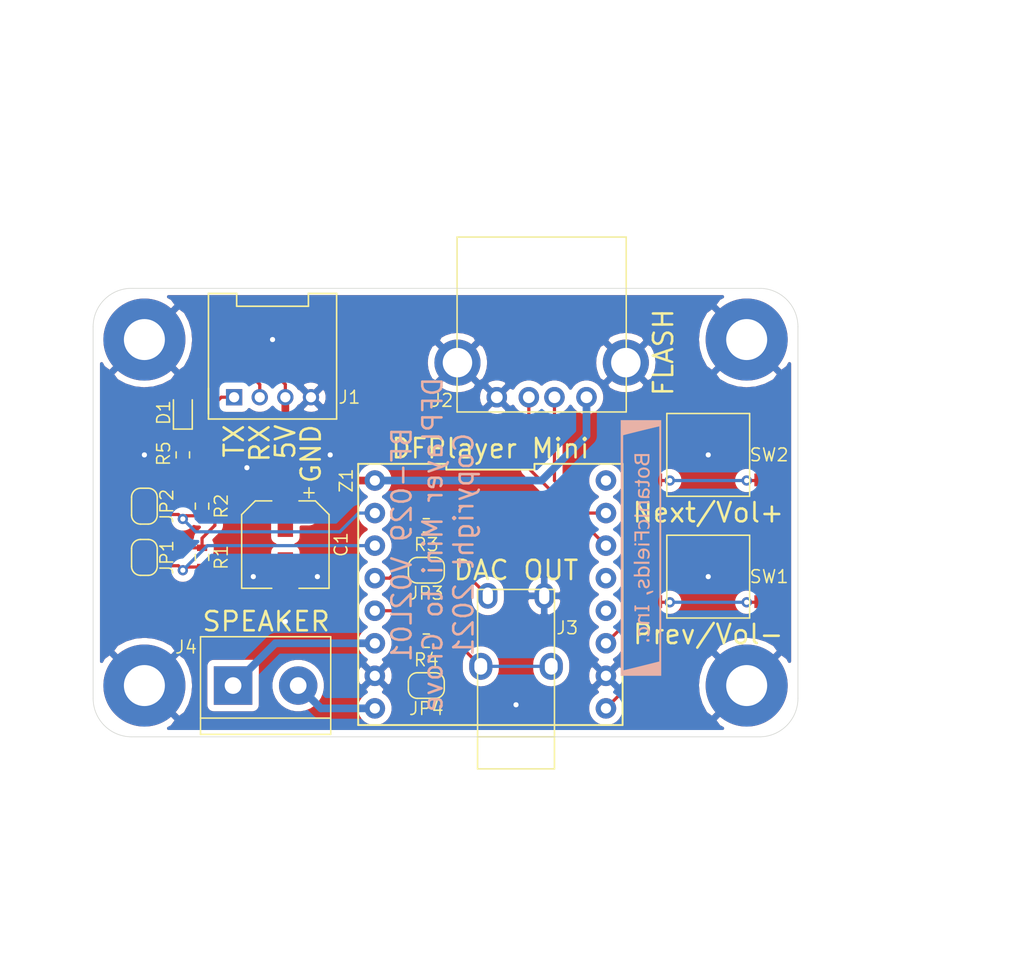
<source format=kicad_pcb>
(kicad_pcb (version 20171130) (host pcbnew "(5.1.10)-1")

  (general
    (thickness 1.6)
    (drawings 28)
    (tracks 103)
    (zones 0)
    (modules 23)
    (nets 21)
  )

  (page A4)
  (title_block
    (title BF-029)
    (date 2021-06-06)
    (rev V02L01)
    (company "Copyright 2021 BotanicFields, Inc.")
    (comment 1 "DFPlayer Mini to Grove")
  )

  (layers
    (0 F.Cu signal)
    (31 B.Cu signal)
    (32 B.Adhes user)
    (33 F.Adhes user)
    (34 B.Paste user)
    (35 F.Paste user)
    (36 B.SilkS user)
    (37 F.SilkS user)
    (38 B.Mask user)
    (39 F.Mask user)
    (40 Dwgs.User user)
    (41 Cmts.User user)
    (42 Eco1.User user)
    (43 Eco2.User user)
    (44 Edge.Cuts user)
    (45 Margin user)
    (46 B.CrtYd user)
    (47 F.CrtYd user)
    (48 B.Fab user)
    (49 F.Fab user)
  )

  (setup
    (last_trace_width 0.25)
    (trace_clearance 0.2)
    (zone_clearance 0.508)
    (zone_45_only no)
    (trace_min 0.2)
    (via_size 0.8)
    (via_drill 0.4)
    (via_min_size 0.4)
    (via_min_drill 0.3)
    (uvia_size 0.3)
    (uvia_drill 0.1)
    (uvias_allowed no)
    (uvia_min_size 0.2)
    (uvia_min_drill 0.1)
    (edge_width 0.05)
    (segment_width 0.2)
    (pcb_text_width 0.3)
    (pcb_text_size 1.5 1.5)
    (mod_edge_width 0.12)
    (mod_text_size 1 1)
    (mod_text_width 0.15)
    (pad_size 6.4 6.4)
    (pad_drill 3.2)
    (pad_to_mask_clearance 0)
    (aux_axis_origin 125 135)
    (grid_origin 125 135)
    (visible_elements 7FFFFFFF)
    (pcbplotparams
      (layerselection 0x010fc_ffffffff)
      (usegerberextensions true)
      (usegerberattributes false)
      (usegerberadvancedattributes false)
      (creategerberjobfile false)
      (excludeedgelayer true)
      (linewidth 0.100000)
      (plotframeref false)
      (viasonmask false)
      (mode 1)
      (useauxorigin false)
      (hpglpennumber 1)
      (hpglpenspeed 20)
      (hpglpendiameter 15.000000)
      (psnegative false)
      (psa4output false)
      (plotreference true)
      (plotvalue false)
      (plotinvisibletext false)
      (padsonsilk false)
      (subtractmaskfromsilk true)
      (outputformat 1)
      (mirror false)
      (drillshape 0)
      (scaleselection 1)
      (outputdirectory "gerber/"))
  )

  (net 0 "")
  (net 1 "Net-(C1-Pad1)")
  (net 2 GND)
  (net 3 "Net-(D1-Pad1)")
  (net 4 /TX)
  (net 5 /RX)
  (net 6 "Net-(J2-Pad3)")
  (net 7 "Net-(J2-Pad2)")
  (net 8 "Net-(J3-PadT)")
  (net 9 "Net-(J3-PadR)")
  (net 10 "Net-(J4-Pad1)")
  (net 11 "Net-(J4-Pad2)")
  (net 12 "Net-(SW1-Pad2)")
  (net 13 "Net-(SW2-Pad2)")
  (net 14 "Net-(Z1-Pad16)")
  (net 15 "Net-(Z1-Pad13)")
  (net 16 "Net-(Z1-Pad12)")
  (net 17 "Net-(JP1-Pad2)")
  (net 18 "Net-(JP2-Pad2)")
  (net 19 "Net-(JP3-Pad2)")
  (net 20 "Net-(JP4-Pad2)")

  (net_class Default "This is the default net class."
    (clearance 0.2)
    (trace_width 0.25)
    (via_dia 0.8)
    (via_drill 0.4)
    (uvia_dia 0.3)
    (uvia_drill 0.1)
    (add_net /RX)
    (add_net /TX)
    (add_net GND)
    (add_net "Net-(C1-Pad1)")
    (add_net "Net-(D1-Pad1)")
    (add_net "Net-(J2-Pad2)")
    (add_net "Net-(J2-Pad3)")
    (add_net "Net-(J3-PadR)")
    (add_net "Net-(J3-PadT)")
    (add_net "Net-(J4-Pad1)")
    (add_net "Net-(J4-Pad2)")
    (add_net "Net-(JP1-Pad2)")
    (add_net "Net-(JP2-Pad2)")
    (add_net "Net-(JP3-Pad2)")
    (add_net "Net-(JP4-Pad2)")
    (add_net "Net-(SW1-Pad2)")
    (add_net "Net-(SW2-Pad2)")
    (add_net "Net-(Z1-Pad12)")
    (add_net "Net-(Z1-Pad13)")
    (add_net "Net-(Z1-Pad16)")
  )

  (module bf:BF@R_0603_1608Metric (layer F.Cu) (tedit 60A5B914) (tstamp 60BC7474)
    (at 133.5 117 90)
    (descr "Resistor SMD 0603 (1608 Metric), Rohm MCR03, https://d1d2qsbl8m0m72.cloudfront.net/jp/products/databook/package/soldering/passive/r_handa-j.pdf")
    (tags resistor)
    (path /605AAE86)
    (attr smd)
    (fp_text reference R2 (at 0 1.5 90) (layer F.SilkS)
      (effects (font (size 1 1) (thickness 0.12)))
    )
    (fp_text value 1k (at 0 1.43 90) (layer F.Fab)
      (effects (font (size 1 1) (thickness 0.15)))
    )
    (fp_line (start -0.8 0.4125) (end -0.8 -0.4125) (layer F.Fab) (width 0.1))
    (fp_line (start -0.8 -0.4125) (end 0.8 -0.4125) (layer F.Fab) (width 0.1))
    (fp_line (start 0.8 -0.4125) (end 0.8 0.4125) (layer F.Fab) (width 0.1))
    (fp_line (start 0.8 0.4125) (end -0.8 0.4125) (layer F.Fab) (width 0.1))
    (fp_line (start -0.237258 -0.5225) (end 0.237258 -0.5225) (layer F.SilkS) (width 0.12))
    (fp_line (start -0.237258 0.5225) (end 0.237258 0.5225) (layer F.SilkS) (width 0.12))
    (fp_line (start -1.48 0.73) (end -1.48 -0.73) (layer F.CrtYd) (width 0.05))
    (fp_line (start -1.48 -0.73) (end 1.48 -0.73) (layer F.CrtYd) (width 0.05))
    (fp_line (start 1.48 -0.73) (end 1.48 0.73) (layer F.CrtYd) (width 0.05))
    (fp_line (start 1.48 0.73) (end -1.48 0.73) (layer F.CrtYd) (width 0.05))
    (fp_text user %R (at 0 0 90) (layer F.Fab)
      (effects (font (size 1 1) (thickness 0.12)))
    )
    (pad 1 smd rect (at -0.75 0 90) (size 0.5 0.8) (layers F.Cu F.Paste F.Mask)
      (net 18 "Net-(JP2-Pad2)"))
    (pad 2 smd rect (at 0.75 0 90) (size 0.5 0.8) (layers F.Cu F.Paste F.Mask)
      (net 5 /RX))
    (model ${KISYS3DMOD}/Resistor_SMD.3dshapes/R_0603_1608Metric.wrl
      (at (xyz 0 0 0))
      (scale (xyz 1 1 1))
      (rotate (xyz 0 0 0))
    )
  )

  (module bf:BF@logo3 (layer B.Cu) (tedit 0) (tstamp 605A2588)
    (at 167.75 120.25 270)
    (fp_text reference G*** (at 0 0 270) (layer B.SilkS) hide
      (effects (font (size 1 1) (thickness 0.12)) (justify mirror))
    )
    (fp_text value LOGO (at 0.75 0 270) (layer B.SilkS) hide
      (effects (font (size 1.524 1.524) (thickness 0.3)) (justify mirror))
    )
    (fp_poly (pts (xy -0.212618 0.514367) (xy -0.192815 0.48457) (xy -0.1905 0.4445) (xy -0.198242 0.388803)
      (xy -0.231156 0.365284) (xy -0.260495 0.360249) (xy -0.322637 0.367033) (xy -0.345193 0.390516)
      (xy -0.355279 0.46213) (xy -0.324183 0.507315) (xy -0.266353 0.5207) (xy -0.212618 0.514367)) (layer B.SilkS) (width 0.01))
    (fp_poly (pts (xy -2.447818 0.514367) (xy -2.428015 0.48457) (xy -2.4257 0.4445) (xy -2.433442 0.388803)
      (xy -2.466356 0.365284) (xy -2.495695 0.360249) (xy -2.557837 0.367033) (xy -2.580393 0.390516)
      (xy -2.590479 0.46213) (xy -2.559383 0.507315) (xy -2.501553 0.5207) (xy -2.447818 0.514367)) (layer B.SilkS) (width 0.01))
    (fp_poly (pts (xy 7.280924 -0.43424) (xy 7.30679 -0.450776) (xy 7.314651 -0.495236) (xy 7.3152 -0.5461)
      (xy 7.313302 -0.61633) (xy 7.30044 -0.649587) (xy 7.26586 -0.659694) (xy 7.2263 -0.6604)
      (xy 7.171675 -0.657959) (xy 7.145809 -0.641423) (xy 7.137948 -0.596963) (xy 7.1374 -0.5461)
      (xy 7.139297 -0.475869) (xy 7.152159 -0.442612) (xy 7.186739 -0.432505) (xy 7.2263 -0.4318)
      (xy 7.280924 -0.43424)) (layer B.SilkS) (width 0.01))
    (fp_poly (pts (xy 5.778067 0.21164) (xy 5.832612 0.173334) (xy 5.875927 0.117765) (xy 5.906954 0.045588)
      (xy 5.927353 -0.051448) (xy 5.938786 -0.18159) (xy 5.942914 -0.353089) (xy 5.942994 -0.37465)
      (xy 5.9436 -0.6604) (xy 5.795237 -0.6604) (xy 5.786868 -0.332784) (xy 5.782321 -0.193365)
      (xy 5.776083 -0.095326) (xy 5.766752 -0.029245) (xy 5.752924 0.014297) (xy 5.733196 0.04472)
      (xy 5.730113 0.048216) (xy 5.664163 0.091925) (xy 5.578262 0.095689) (xy 5.467164 0.059514)
      (xy 5.443619 0.048535) (xy 5.334 -0.004531) (xy 5.334 -0.6604) (xy 5.1804 -0.6604)
      (xy 5.1943 0.2159) (xy 5.26415 0.223938) (xy 5.315552 0.222354) (xy 5.333184 0.19482)
      (xy 5.334 0.179488) (xy 5.336104 0.142645) (xy 5.349699 0.131149) (xy 5.385711 0.145239)
      (xy 5.44977 0.182034) (xy 5.563005 0.227755) (xy 5.677098 0.237518) (xy 5.778067 0.21164)) (layer B.SilkS) (width 0.01))
    (fp_poly (pts (xy 4.832615 0.507495) (xy 4.899805 0.504168) (xy 4.935748 0.495304) (xy 4.950217 0.478187)
      (xy 4.952988 0.450102) (xy 4.953 0.4445) (xy 4.944798 0.399119) (xy 4.909936 0.382517)
      (xy 4.8768 0.381) (xy 4.8006 0.381) (xy 4.8006 -0.5334) (xy 4.8768 -0.5334)
      (xy 4.931258 -0.540234) (xy 4.95118 -0.569286) (xy 4.953 -0.5969) (xy 4.951179 -0.626959)
      (xy 4.939201 -0.645623) (xy 4.90729 -0.655607) (xy 4.845671 -0.659627) (xy 4.744567 -0.660396)
      (xy 4.7244 -0.6604) (xy 4.616184 -0.659894) (xy 4.548994 -0.656567) (xy 4.513051 -0.647703)
      (xy 4.498582 -0.630586) (xy 4.495811 -0.602501) (xy 4.4958 -0.5969) (xy 4.504001 -0.551518)
      (xy 4.538863 -0.534916) (xy 4.572 -0.5334) (xy 4.6482 -0.5334) (xy 4.6482 0.381)
      (xy 4.572 0.381) (xy 4.517541 0.387835) (xy 4.497619 0.416887) (xy 4.4958 0.4445)
      (xy 4.49762 0.47456) (xy 4.509598 0.493224) (xy 4.541509 0.503208) (xy 4.603128 0.507228)
      (xy 4.704232 0.507997) (xy 4.7244 0.508) (xy 4.832615 0.507495)) (layer B.SilkS) (width 0.01))
    (fp_poly (pts (xy 1.2446 -0.6604) (xy 1.0922 -0.6604) (xy 1.0922 0.5588) (xy 1.2446 0.5588)
      (xy 1.2446 -0.6604)) (layer B.SilkS) (width 0.01))
    (fp_poly (pts (xy -0.26035 0.223938) (xy -0.1905 0.2159) (xy -0.183551 -0.22225) (xy -0.176601 -0.6604)
      (xy -0.3302 -0.6604) (xy -0.3302 0.231975) (xy -0.26035 0.223938)) (layer B.SilkS) (width 0.01))
    (fp_poly (pts (xy -0.508 0.381) (xy -1.1176 0.381) (xy -1.1176 0.0508) (xy -0.6096 0.0508)
      (xy -0.6096 -0.1016) (xy -1.1176 -0.1016) (xy -1.1176 -0.6604) (xy -1.27 -0.6604)
      (xy -1.27 0.508) (xy -0.508 0.508) (xy -0.508 0.381)) (layer B.SilkS) (width 0.01))
    (fp_poly (pts (xy -2.49555 0.223938) (xy -2.4257 0.2159) (xy -2.418751 -0.22225) (xy -2.411801 -0.6604)
      (xy -2.5654 -0.6604) (xy -2.5654 0.231975) (xy -2.49555 0.223938)) (layer B.SilkS) (width 0.01))
    (fp_poly (pts (xy -3.035733 0.21164) (xy -2.981188 0.173334) (xy -2.937873 0.117765) (xy -2.906846 0.045588)
      (xy -2.886447 -0.051448) (xy -2.875014 -0.18159) (xy -2.870886 -0.353089) (xy -2.870806 -0.37465)
      (xy -2.8702 -0.6604) (xy -3.018563 -0.6604) (xy -3.026932 -0.332784) (xy -3.031479 -0.193365)
      (xy -3.037717 -0.095326) (xy -3.047048 -0.029245) (xy -3.060876 0.014297) (xy -3.080604 0.04472)
      (xy -3.083687 0.048216) (xy -3.149637 0.091925) (xy -3.235538 0.095689) (xy -3.346636 0.059514)
      (xy -3.370181 0.048535) (xy -3.4798 -0.004531) (xy -3.4798 -0.6604) (xy -3.6334 -0.6604)
      (xy -3.6195 0.2159) (xy -3.54965 0.223938) (xy -3.498248 0.222354) (xy -3.480616 0.19482)
      (xy -3.4798 0.179488) (xy -3.477696 0.142645) (xy -3.464101 0.131149) (xy -3.428089 0.145239)
      (xy -3.36403 0.182034) (xy -3.250795 0.227755) (xy -3.136702 0.237518) (xy -3.035733 0.21164)) (layer B.SilkS) (width 0.01))
    (fp_poly (pts (xy -6.864833 0.503386) (xy -6.739534 0.488165) (xy -6.650474 0.460276) (xy -6.590734 0.417655)
      (xy -6.55672 0.365881) (xy -6.527905 0.252689) (xy -6.547744 0.149968) (xy -6.599492 0.076801)
      (xy -6.671184 0.00511) (xy -6.58794 -0.034587) (xy -6.503824 -0.100453) (xy -6.450173 -0.194906)
      (xy -6.429276 -0.304262) (xy -6.443421 -0.414836) (xy -6.494898 -0.512946) (xy -6.505809 -0.525555)
      (xy -6.566067 -0.580432) (xy -6.635463 -0.618738) (xy -6.724007 -0.643084) (xy -6.841706 -0.656083)
      (xy -6.998569 -0.66035) (xy -7.022285 -0.6604) (xy -7.3152 -0.6604) (xy -7.3152 -0.1016)
      (xy -7.1628 -0.1016) (xy -7.1628 -0.5334) (xy -6.984185 -0.5334) (xy -6.878162 -0.528002)
      (xy -6.779923 -0.513901) (xy -6.717323 -0.496528) (xy -6.634402 -0.438373) (xy -6.593525 -0.353133)
      (xy -6.595329 -0.252907) (xy -6.62374 -0.186147) (xy -6.681696 -0.140423) (xy -6.77515 -0.113255)
      (xy -6.91005 -0.102163) (xy -6.958339 -0.1016) (xy -7.1628 -0.1016) (xy -7.3152 -0.1016)
      (xy -7.3152 0.0508) (xy -7.1628 0.0508) (xy -6.977155 0.0508) (xy -6.864756 0.055704)
      (xy -6.781736 0.069259) (xy -6.746182 0.083945) (xy -6.714252 0.133036) (xy -6.698809 0.206859)
      (xy -6.701837 0.281907) (xy -6.725032 0.334392) (xy -6.76304 0.349662) (xy -6.83742 0.363736)
      (xy -6.933761 0.374065) (xy -6.958667 0.37571) (xy -7.1628 0.387528) (xy -7.1628 0.0508)
      (xy -7.3152 0.0508) (xy -7.3152 0.508) (xy -7.033289 0.508001) (xy -6.864833 0.503386)) (layer B.SilkS) (width 0.01))
    (fp_poly (pts (xy 6.777038 0.208556) (xy 6.791653 0.20414) (xy 6.852769 0.178178) (xy 6.878492 0.143419)
      (xy 6.8834 0.089669) (xy 6.8834 0.005477) (xy 6.789129 0.053539) (xy 6.660965 0.096757)
      (xy 6.545698 0.094332) (xy 6.449357 0.050952) (xy 6.377975 -0.028691) (xy 6.337584 -0.139908)
      (xy 6.334215 -0.278008) (xy 6.336877 -0.298134) (xy 6.374657 -0.421885) (xy 6.442575 -0.506022)
      (xy 6.536808 -0.54871) (xy 6.653531 -0.548111) (xy 6.77545 -0.508684) (xy 6.8834 -0.459683)
      (xy 6.8834 -0.535937) (xy 6.874428 -0.592008) (xy 6.838219 -0.628301) (xy 6.795315 -0.648996)
      (xy 6.676775 -0.678686) (xy 6.545701 -0.681061) (xy 6.427865 -0.656042) (xy 6.4135 -0.650176)
      (xy 6.307591 -0.577417) (xy 6.230491 -0.471622) (xy 6.185246 -0.343542) (xy 6.174903 -0.203923)
      (xy 6.202508 -0.063514) (xy 6.22935 -0.000518) (xy 6.278422 0.077952) (xy 6.334671 0.143816)
      (xy 6.355296 0.161436) (xy 6.437792 0.198918) (xy 6.549014 0.220579) (xy 6.668812 0.224449)
      (xy 6.777038 0.208556)) (layer B.SilkS) (width 0.01))
    (fp_poly (pts (xy 2.941926 0.225693) (xy 3.0353 0.208574) (xy 3.092045 0.181739) (xy 3.115894 0.132134)
      (xy 3.119459 0.106276) (xy 3.120126 0.048316) (xy 3.100828 0.029785) (xy 3.052918 0.046864)
      (xy 3.0226 0.0635) (xy 2.959765 0.085044) (xy 2.872347 0.09853) (xy 2.82719 0.1007)
      (xy 2.742483 0.096974) (xy 2.691264 0.080725) (xy 2.656719 0.046543) (xy 2.656076 0.045629)
      (xy 2.630894 -0.003152) (xy 2.640892 -0.045379) (xy 2.651333 -0.062245) (xy 2.70122 -0.106999)
      (xy 2.758947 -0.132845) (xy 2.833127 -0.15159) (xy 2.92075 -0.173457) (xy 2.934791 -0.176934)
      (xy 3.047897 -0.220111) (xy 3.117443 -0.285332) (xy 3.147587 -0.37722) (xy 3.1496 -0.415661)
      (xy 3.133525 -0.513068) (xy 3.080702 -0.589554) (xy 2.984236 -0.654933) (xy 2.979819 -0.657225)
      (xy 2.909366 -0.676355) (xy 2.809112 -0.683354) (xy 2.698534 -0.678437) (xy 2.597108 -0.661821)
      (xy 2.5654 -0.652616) (xy 2.503252 -0.623396) (xy 2.47552 -0.581026) (xy 2.46854 -0.53975)
      (xy 2.466222 -0.483689) (xy 2.471218 -0.457464) (xy 2.472116 -0.4572) (xy 2.500031 -0.466798)
      (xy 2.557929 -0.491187) (xy 2.594376 -0.507442) (xy 2.70299 -0.543167) (xy 2.812801 -0.556819)
      (xy 2.90705 -0.547548) (xy 2.956424 -0.525797) (xy 2.991503 -0.469865) (xy 2.993029 -0.417847)
      (xy 2.98491 -0.377967) (xy 2.964183 -0.350975) (xy 2.919659 -0.32971) (xy 2.84015 -0.30701)
      (xy 2.8067 -0.298574) (xy 2.708103 -0.269728) (xy 2.621617 -0.236994) (xy 2.566767 -0.207954)
      (xy 2.504439 -0.133642) (xy 2.481302 -0.042554) (xy 2.495683 0.051901) (xy 2.545912 0.136315)
      (xy 2.616446 0.190628) (xy 2.704355 0.217948) (xy 2.819879 0.229937) (xy 2.941926 0.225693)) (layer B.SilkS) (width 0.01))
    (fp_poly (pts (xy 2.2352 -0.6604) (xy 2.159 -0.6604) (xy 2.100161 -0.649779) (xy 2.0828 -0.625038)
      (xy 2.073435 -0.606974) (xy 2.038795 -0.614123) (xy 1.988529 -0.637738) (xy 1.899387 -0.669213)
      (xy 1.800315 -0.685271) (xy 1.782789 -0.6858) (xy 1.701559 -0.678296) (xy 1.639488 -0.648257)
      (xy 1.587578 -0.602058) (xy 1.508379 -0.492338) (xy 1.463836 -0.364129) (xy 1.456189 -0.275592)
      (xy 1.61159 -0.275592) (xy 1.631212 -0.390355) (xy 1.669596 -0.483027) (xy 1.681554 -0.500125)
      (xy 1.739853 -0.535765) (xy 1.827443 -0.543605) (xy 1.931327 -0.524001) (xy 2.01295 -0.491083)
      (xy 2.044668 -0.473313) (xy 2.064952 -0.451527) (xy 2.076357 -0.415144) (xy 2.08144 -0.353584)
      (xy 2.082756 -0.256269) (xy 2.0828 -0.201919) (xy 2.082276 -0.086347) (xy 2.079116 -0.011373)
      (xy 2.070934 0.033208) (xy 2.055345 0.057598) (xy 2.029966 0.072) (xy 2.017646 0.076829)
      (xy 1.891072 0.103097) (xy 1.781066 0.083177) (xy 1.69354 0.020551) (xy 1.634411 -0.081298)
      (xy 1.614951 -0.16027) (xy 1.61159 -0.275592) (xy 1.456189 -0.275592) (xy 1.452022 -0.227351)
      (xy 1.47101 -0.091923) (xy 1.518877 0.032233) (xy 1.593694 0.135199) (xy 1.693538 0.207053)
      (xy 1.74857 0.227257) (xy 1.843591 0.237748) (xy 1.948932 0.228036) (xy 2.038149 0.20114)
      (xy 2.054404 0.192352) (xy 2.070055 0.200643) (xy 2.079302 0.251539) (xy 2.082746 0.34874)
      (xy 2.0828 0.366801) (xy 2.0828 0.5588) (xy 2.2352 0.5588) (xy 2.2352 -0.6604)) (layer B.SilkS) (width 0.01))
    (fp_poly (pts (xy 0.589246 0.227947) (xy 0.702644 0.179672) (xy 0.750454 0.140855) (xy 0.800317 0.067077)
      (xy 0.839376 -0.032702) (xy 0.859441 -0.13375) (xy 0.858758 -0.186117) (xy 0.853017 -0.208878)
      (xy 0.837828 -0.224602) (xy 0.804789 -0.234867) (xy 0.745501 -0.24125) (xy 0.651561 -0.245329)
      (xy 0.52705 -0.248408) (xy 0.405486 -0.25261) (xy 0.304734 -0.259012) (xy 0.234316 -0.266793)
      (xy 0.203757 -0.27513) (xy 0.2032 -0.276368) (xy 0.210905 -0.312954) (xy 0.229543 -0.372775)
      (xy 0.2305 -0.375533) (xy 0.285856 -0.462961) (xy 0.374899 -0.522338) (xy 0.487179 -0.550769)
      (xy 0.612248 -0.545357) (xy 0.721546 -0.511657) (xy 0.841308 -0.458681) (xy 0.833404 -0.538386)
      (xy 0.818004 -0.597361) (xy 0.776495 -0.633355) (xy 0.7366 -0.650013) (xy 0.586637 -0.681466)
      (xy 0.430731 -0.67579) (xy 0.289311 -0.633936) (xy 0.278431 -0.62865) (xy 0.1748 -0.550115)
      (xy 0.10236 -0.441755) (xy 0.06199 -0.314508) (xy 0.054569 -0.179315) (xy 0.068824 -0.10795)
      (xy 0.203294 -0.10795) (xy 0.226857 -0.115946) (xy 0.290467 -0.122289) (xy 0.383378 -0.126174)
      (xy 0.4572 -0.127) (xy 0.573129 -0.126191) (xy 0.647381 -0.122632) (xy 0.689068 -0.114624)
      (xy 0.707301 -0.100467) (xy 0.7112 -0.079625) (xy 0.689952 -0.011508) (xy 0.637252 0.054632)
      (xy 0.569661 0.10023) (xy 0.543515 0.108311) (xy 0.43228 0.107971) (xy 0.331111 0.069005)
      (xy 0.256526 -0.001985) (xy 0.252773 -0.007908) (xy 0.220424 -0.065601) (xy 0.203858 -0.104213)
      (xy 0.203294 -0.10795) (xy 0.068824 -0.10795) (xy 0.080977 -0.047115) (xy 0.142092 0.071153)
      (xy 0.216024 0.147961) (xy 0.332504 0.21227) (xy 0.461389 0.238872) (xy 0.589246 0.227947)) (layer B.SilkS) (width 0.01))
    (fp_poly (pts (xy -1.579562 0.208556) (xy -1.564947 0.20414) (xy -1.503831 0.178178) (xy -1.478108 0.143419)
      (xy -1.4732 0.089669) (xy -1.4732 0.005477) (xy -1.567471 0.053539) (xy -1.695635 0.096757)
      (xy -1.810902 0.094332) (xy -1.907243 0.050952) (xy -1.978625 -0.028691) (xy -2.019016 -0.139908)
      (xy -2.022385 -0.278008) (xy -2.019723 -0.298134) (xy -1.981943 -0.421885) (xy -1.914025 -0.506022)
      (xy -1.819792 -0.54871) (xy -1.703069 -0.548111) (xy -1.58115 -0.508684) (xy -1.4732 -0.459683)
      (xy -1.4732 -0.535937) (xy -1.482172 -0.592008) (xy -1.518381 -0.628301) (xy -1.561285 -0.648996)
      (xy -1.679825 -0.678686) (xy -1.810899 -0.681061) (xy -1.928735 -0.656042) (xy -1.9431 -0.650176)
      (xy -2.049009 -0.577417) (xy -2.126109 -0.471622) (xy -2.171354 -0.343542) (xy -2.181697 -0.203923)
      (xy -2.154092 -0.063514) (xy -2.12725 -0.000518) (xy -2.078178 0.077952) (xy -2.021929 0.143816)
      (xy -2.001304 0.161436) (xy -1.918808 0.198918) (xy -1.807586 0.220579) (xy -1.687788 0.224449)
      (xy -1.579562 0.208556)) (layer B.SilkS) (width 0.01))
    (fp_poly (pts (xy -4.149448 0.224824) (xy -4.051941 0.200241) (xy -3.980978 0.152434) (xy -3.932748 0.07581)
      (xy -3.90344 -0.035223) (xy -3.889242 -0.186259) (xy -3.8862 -0.342084) (xy -3.8862 -0.6604)
      (xy -3.9624 -0.6604) (xy -4.022534 -0.649289) (xy -4.0386 -0.621783) (xy -4.045555 -0.601293)
      (xy -4.073642 -0.604141) (xy -4.133702 -0.631693) (xy -4.139189 -0.634483) (xy -4.242828 -0.67083)
      (xy -4.354383 -0.685783) (xy -4.357629 -0.6858) (xy -4.439745 -0.679515) (xy -4.500213 -0.653315)
      (xy -4.56184 -0.59944) (xy -4.6193 -0.531538) (xy -4.644271 -0.466853) (xy -4.6482 -0.412365)
      (xy -4.642226 -0.380563) (xy -4.485383 -0.380563) (xy -4.481548 -0.453301) (xy -4.445709 -0.512281)
      (xy -4.412491 -0.532889) (xy -4.329859 -0.554083) (xy -4.245466 -0.54565) (xy -4.14655 -0.508684)
      (xy -4.082985 -0.477291) (xy -4.051078 -0.446464) (xy -4.03992 -0.398164) (xy -4.0386 -0.33018)
      (xy -4.0386 -0.200677) (xy -4.19735 -0.217979) (xy -4.288566 -0.230676) (xy -4.363704 -0.246015)
      (xy -4.399968 -0.257923) (xy -4.457947 -0.310094) (xy -4.485383 -0.380563) (xy -4.642226 -0.380563)
      (xy -4.627768 -0.303615) (xy -4.565484 -0.217241) (xy -4.459866 -0.152209) (xy -4.309433 -0.107484)
      (xy -4.18465 -0.088562) (xy -4.090575 -0.072047) (xy -4.044583 -0.046133) (xy -4.044279 -0.00714)
      (xy -4.08727 0.048613) (xy -4.092182 0.053582) (xy -4.129593 0.083437) (xy -4.174909 0.09725)
      (xy -4.244567 0.098205) (xy -4.301732 0.094196) (xy -4.395342 0.084261) (xy -4.475673 0.072016)
      (xy -4.51485 0.063052) (xy -4.554932 0.056485) (xy -4.570065 0.080508) (xy -4.572 0.121284)
      (xy -4.563908 0.169641) (xy -4.534466 0.20195) (xy -4.475928 0.221118) (xy -4.380548 0.230048)
      (xy -4.277312 0.231775) (xy -4.149448 0.224824)) (layer B.SilkS) (width 0.01))
    (fp_poly (pts (xy -5.13715 0.477938) (xy -5.094243 0.46814) (xy -5.072175 0.442109) (xy -5.062204 0.385478)
      (xy -5.059609 0.350478) (xy -5.051917 0.231056) (xy -4.907209 0.223478) (xy -4.824124 0.216832)
      (xy -4.779101 0.204438) (xy -4.759405 0.1809) (xy -4.754384 0.15875) (xy -4.753503 0.127226)
      (xy -4.769704 0.110101) (xy -4.814136 0.103013) (xy -4.897948 0.101601) (xy -4.900434 0.1016)
      (xy -5.0546 0.1016) (xy -5.0546 -0.188685) (xy -5.05243 -0.336331) (xy -5.043499 -0.439956)
      (xy -5.024176 -0.506244) (xy -4.990829 -0.541878) (xy -4.939827 -0.553542) (xy -4.867539 -0.547918)
      (xy -4.860015 -0.546815) (xy -4.791692 -0.538672) (xy -4.759672 -0.545312) (xy -4.750284 -0.572388)
      (xy -4.7498 -0.592381) (xy -4.76786 -0.64838) (xy -4.80695 -0.66979) (xy -4.930706 -0.683787)
      (xy -5.047465 -0.66308) (xy -5.085712 -0.646206) (xy -5.134244 -0.614236) (xy -5.167993 -0.573839)
      (xy -5.189543 -0.515841) (xy -5.201474 -0.431067) (xy -5.206368 -0.310343) (xy -5.207 -0.215191)
      (xy -5.207614 -0.088145) (xy -5.21043 -0.00296) (xy -5.216918 0.049298) (xy -5.228542 0.07756)
      (xy -5.24677 0.09076) (xy -5.2578 0.094241) (xy -5.300475 0.128219) (xy -5.3086 0.168063)
      (xy -5.295446 0.21633) (xy -5.2578 0.2286) (xy -5.227487 0.235196) (xy -5.212273 0.263263)
      (xy -5.207255 0.325226) (xy -5.207 0.357288) (xy -5.205456 0.432889) (xy -5.196124 0.469867)
      (xy -5.171959 0.480392) (xy -5.13715 0.477938)) (layer B.SilkS) (width 0.01))
    (fp_poly (pts (xy -5.728923 0.216789) (xy -5.614474 0.155769) (xy -5.529823 0.056708) (xy -5.477977 -0.076969)
      (xy -5.461836 -0.2286) (xy -5.479758 -0.390495) (xy -5.532511 -0.519753) (xy -5.618577 -0.613281)
      (xy -5.664583 -0.64131) (xy -5.758846 -0.671197) (xy -5.872165 -0.683245) (xy -5.979682 -0.676092)
      (xy -6.0325 -0.661429) (xy -6.126709 -0.59661) (xy -6.201886 -0.495161) (xy -6.251889 -0.369588)
      (xy -6.264076 -0.280125) (xy -6.113785 -0.280125) (xy -6.088286 -0.396229) (xy -6.036144 -0.488815)
      (xy -6.031749 -0.49371) (xy -5.954105 -0.543583) (xy -5.85613 -0.560511) (xy -5.758333 -0.541767)
      (xy -5.738994 -0.532647) (xy -5.678217 -0.473822) (xy -5.636586 -0.381699) (xy -5.615355 -0.270523)
      (xy -5.615777 -0.154541) (xy -5.639107 -0.047998) (xy -5.686597 0.034859) (xy -5.68883 0.03728)
      (xy -5.768904 0.088729) (xy -5.866938 0.104963) (xy -5.964018 0.085711) (xy -6.030734 0.042176)
      (xy -6.084977 -0.04421) (xy -6.112671 -0.157215) (xy -6.113785 -0.280125) (xy -6.264076 -0.280125)
      (xy -6.270578 -0.232397) (xy -6.268326 -0.181188) (xy -6.233925 -0.022696) (xy -6.166237 0.100406)
      (xy -6.067726 0.185535) (xy -5.940855 0.230107) (xy -5.870163 0.236345) (xy -5.728923 0.216789)) (layer B.SilkS) (width 0.01))
    (fp_poly (pts (xy 3.632776 -0.440093) (xy 3.656673 -0.46257) (xy 3.656674 -0.46355) (xy 3.646702 -0.499393)
      (xy 3.620647 -0.569848) (xy 3.583025 -0.663088) (xy 3.557272 -0.7239) (xy 3.505083 -0.838427)
      (xy 3.464067 -0.911531) (xy 3.429795 -0.950133) (xy 3.405798 -0.960616) (xy 3.362698 -0.954131)
      (xy 3.352941 -0.935216) (xy 3.357138 -0.900155) (xy 3.370625 -0.838338) (xy 3.395054 -0.74305)
      (xy 3.432076 -0.607578) (xy 3.44391 -0.56515) (xy 3.467424 -0.488398) (xy 3.490021 -0.448719)
      (xy 3.523177 -0.433922) (xy 3.569409 -0.4318) (xy 3.632776 -0.440093)) (layer B.SilkS) (width 0.01))
    (fp_poly (pts (xy 9.9822 -1.5748) (xy -9.9568 -1.5748) (xy -9.9568 -1.434213) (xy -9.479321 -1.434213)
      (xy -9.453199 -1.435207) (xy -9.37807 -1.436148) (xy -9.255728 -1.437034) (xy -9.087966 -1.437863)
      (xy -8.876577 -1.438635) (xy -8.623354 -1.439347) (xy -8.330091 -1.439998) (xy -7.998582 -1.440588)
      (xy -7.630618 -1.441114) (xy -7.227994 -1.441574) (xy -6.792503 -1.441969) (xy -6.325938 -1.442295)
      (xy -5.830092 -1.442553) (xy -5.306759 -1.442739) (xy -4.757732 -1.442854) (xy -4.184804 -1.442895)
      (xy -3.589769 -1.442861) (xy -2.97442 -1.442751) (xy -2.34055 -1.442563) (xy -1.689952 -1.442296)
      (xy -1.02442 -1.441949) (xy -0.345746 -1.441519) (xy -0.295768 -1.441484) (xy 8.874128 -1.4351)
      (xy 9.223167 -0.039116) (xy 9.287335 0.218725) (xy 9.347259 0.461834) (xy 9.401877 0.685747)
      (xy 9.450127 0.886001) (xy 9.49095 1.058134) (xy 9.523283 1.197682) (xy 9.546066 1.300182)
      (xy 9.558237 1.361172) (xy 9.559803 1.376934) (xy 9.533775 1.378421) (xy 9.45874 1.37988)
      (xy 9.336491 1.381306) (xy 9.168822 1.382695) (xy 8.957527 1.384045) (xy 8.704397 1.385349)
      (xy 8.411227 1.386606) (xy 8.07981 1.38781) (xy 7.711938 1.388959) (xy 7.309406 1.390047)
      (xy 6.874007 1.391072) (xy 6.407533 1.392028) (xy 5.911778 1.392913) (xy 5.388535 1.393722)
      (xy 4.839598 1.394452) (xy 4.26676 1.395098) (xy 3.671813 1.395656) (xy 3.056552 1.396123)
      (xy 2.422769 1.396495) (xy 1.772258 1.396768) (xy 1.106812 1.396938) (xy 0.428224 1.397)
      (xy -8.786442 1.397) (xy -8.811613 1.30175) (xy -8.84711 1.165593) (xy -8.889431 1.00023)
      (xy -8.937291 0.810924) (xy -8.989405 0.602939) (xy -9.044489 0.381537) (xy -9.101259 0.151981)
      (xy -9.158431 -0.080466) (xy -9.214719 -0.31054) (xy -9.26884 -0.53298) (xy -9.319509 -0.742522)
      (xy -9.365441 -0.933903) (xy -9.405353 -1.10186) (xy -9.43796 -1.241131) (xy -9.461977 -1.346452)
      (xy -9.47612 -1.412561) (xy -9.479321 -1.434213) (xy -9.9568 -1.434213) (xy -9.9568 1.5748)
      (xy 9.9822 1.5748) (xy 9.9822 -1.5748)) (layer B.SilkS) (width 0.01))
  )

  (module bf:BF@MP3-TF-16P (layer F.Cu) (tedit 5F35EB08) (tstamp 6059C99B)
    (at 156 123.89 270)
    (path /5D511277)
    (fp_text reference Z1 (at -8.89 11.25 90) (layer F.SilkS)
      (effects (font (size 1 1) (thickness 0.12)))
    )
    (fp_text value DFPlayer-Mini (at 0 -1.4 90) (layer F.Fab)
      (effects (font (size 1 1) (thickness 0.15)))
    )
    (fp_line (start -10 10.1) (end -10 -10.1) (layer F.Fab) (width 0.12))
    (fp_line (start 10 10.1) (end -10 10.1) (layer F.Fab) (width 0.12))
    (fp_line (start 10 -10.1) (end 10 10.1) (layer F.Fab) (width 0.12))
    (fp_line (start -10 -10.1) (end 10 -10.1) (layer F.Fab) (width 0.12))
    (fp_line (start -10.19 10.317) (end 10.19 10.317) (layer F.SilkS) (width 0.15))
    (fp_line (start 10.19 10.317) (end 10.19 -10.317) (layer F.SilkS) (width 0.15))
    (fp_line (start 10.19 -10.317) (end -10.19 -10.317) (layer F.SilkS) (width 0.15))
    (fp_line (start -10.19 -10.317) (end -10.19 -3.439) (layer F.SilkS) (width 0.15))
    (fp_line (start -10.19 -3.439) (end -9.74 -3.439) (layer F.SilkS) (width 0.15))
    (fp_line (start -9.74 -3.439) (end -9.74 3.438999) (layer F.SilkS) (width 0.15))
    (fp_line (start -9.74 3.438999) (end -10.19 3.438999) (layer F.SilkS) (width 0.15))
    (fp_line (start -10.19 3.438999) (end -10.19 10.317) (layer F.SilkS) (width 0.15))
    (fp_line (start -10.35 -10.45) (end 10.35 -10.45) (layer F.CrtYd) (width 0.05))
    (fp_line (start 10.35 -10.45) (end 10.35 10.45) (layer F.CrtYd) (width 0.05))
    (fp_line (start 10.35 10.45) (end -10.35 10.45) (layer F.CrtYd) (width 0.05))
    (fp_line (start -10.35 10.45) (end -10.35 -10.45) (layer F.CrtYd) (width 0.05))
    (fp_text user %R (at 0 0 90) (layer F.Fab)
      (effects (font (size 1 1) (thickness 0.12)))
    )
    (pad 16 thru_hole circle (at -8.89 -9.017 270) (size 1.6 1.6) (drill 0.8) (layers *.Cu *.Mask)
      (net 14 "Net-(Z1-Pad16)"))
    (pad 1 thru_hole circle (at -8.89 9.017 270) (size 1.6 1.6) (drill 0.8) (layers *.Cu *.Mask)
      (net 1 "Net-(C1-Pad1)"))
    (pad 15 thru_hole circle (at -6.35 -9.017 270) (size 1.6 1.6) (drill 0.8) (layers *.Cu *.Mask)
      (net 7 "Net-(J2-Pad2)"))
    (pad 2 thru_hole circle (at -6.35 9.017 270) (size 1.6 1.6) (drill 0.8) (layers *.Cu *.Mask)
      (net 18 "Net-(JP2-Pad2)"))
    (pad 14 thru_hole circle (at -3.81 -9.017 270) (size 1.6 1.6) (drill 0.8) (layers *.Cu *.Mask)
      (net 6 "Net-(J2-Pad3)"))
    (pad 3 thru_hole circle (at -3.81 9.017 270) (size 1.6 1.6) (drill 0.8) (layers *.Cu *.Mask)
      (net 17 "Net-(JP1-Pad2)"))
    (pad 13 thru_hole circle (at -1.27 -9.017 270) (size 1.6 1.6) (drill 0.8) (layers *.Cu *.Mask)
      (net 15 "Net-(Z1-Pad13)"))
    (pad 4 thru_hole circle (at -1.27 9.017 270) (size 1.6 1.6) (drill 0.8) (layers *.Cu *.Mask)
      (net 19 "Net-(JP3-Pad2)"))
    (pad 12 thru_hole circle (at 1.27 -9.017 270) (size 1.6 1.6) (drill 0.8) (layers *.Cu *.Mask)
      (net 16 "Net-(Z1-Pad12)"))
    (pad 5 thru_hole circle (at 1.27 9.017 270) (size 1.6 1.6) (drill 0.8) (layers *.Cu *.Mask)
      (net 20 "Net-(JP4-Pad2)"))
    (pad 11 thru_hole circle (at 3.81 -9.017 270) (size 1.6 1.6) (drill 0.8) (layers *.Cu *.Mask)
      (net 13 "Net-(SW2-Pad2)"))
    (pad 6 thru_hole circle (at 3.81 9.017 270) (size 1.6 1.6) (drill 0.8) (layers *.Cu *.Mask)
      (net 10 "Net-(J4-Pad1)"))
    (pad 10 thru_hole circle (at 6.35 -9.017 270) (size 1.6 1.6) (drill 0.8) (layers *.Cu *.Mask)
      (net 2 GND))
    (pad 7 thru_hole circle (at 6.35 9.017 270) (size 1.6 1.6) (drill 0.8) (layers *.Cu *.Mask)
      (net 2 GND))
    (pad 9 thru_hole circle (at 8.89 -9.017 270) (size 1.6 1.6) (drill 0.8) (layers *.Cu *.Mask)
      (net 12 "Net-(SW1-Pad2)"))
    (pad 8 thru_hole circle (at 8.89 9.017 270) (size 1.6 1.6) (drill 0.8) (layers *.Cu *.Mask)
      (net 11 "Net-(J4-Pad2)"))
  )

  (module bf:BF@K2-6639SP (layer F.Cu) (tedit 60583634) (tstamp 6059C958)
    (at 173 122.5)
    (descr "C&K Components SPST SMD PTS645 Series 6mm Tact Switch")
    (tags "SPST Button Switch")
    (path /5D57DDCE)
    (attr smd)
    (fp_text reference SW1 (at 4.75 0) (layer F.SilkS)
      (effects (font (size 1 1) (thickness 0.12)))
    )
    (fp_text value Prev/Vol- (at 0 4.15) (layer F.Fab)
      (effects (font (size 1 1) (thickness 0.15)))
    )
    (fp_line (start 3.4 2.6) (end 5.65 2.6) (layer F.CrtYd) (width 0.05))
    (fp_line (start 3.4 2.6) (end 3.4 3.4) (layer F.CrtYd) (width 0.05))
    (fp_line (start -5.65 2.6) (end -3.4 2.6) (layer F.CrtYd) (width 0.05))
    (fp_line (start -3.4 2.6) (end -3.4 3.4) (layer F.CrtYd) (width 0.05))
    (fp_line (start -5.65 -2.6) (end -3.4 -2.6) (layer F.CrtYd) (width 0.05))
    (fp_line (start -3.4 -3.4) (end -3.4 -2.6) (layer F.CrtYd) (width 0.05))
    (fp_line (start 3.4 -2.6) (end 5.65 -2.6) (layer F.CrtYd) (width 0.05))
    (fp_line (start 3.4 -3.4) (end 3.4 -2.6) (layer F.CrtYd) (width 0.05))
    (fp_circle (center 0 0) (end 1.75 -0.05) (layer F.Fab) (width 0.1))
    (fp_line (start -3.23 3.23) (end 3.23 3.23) (layer F.SilkS) (width 0.12))
    (fp_line (start -3.23 -3.23) (end -3.23 3.23) (layer F.SilkS) (width 0.12))
    (fp_line (start -3.23 -3.23) (end 3.23 -3.23) (layer F.SilkS) (width 0.12))
    (fp_line (start 3.23 -3.23) (end 3.23 3.23) (layer F.SilkS) (width 0.12))
    (fp_line (start -3.4 -3.4) (end 3.4 -3.4) (layer F.CrtYd) (width 0.05))
    (fp_line (start -3.4 3.4) (end 3.4 3.4) (layer F.CrtYd) (width 0.05))
    (fp_line (start -5.65 -2.6) (end -5.65 2.6) (layer F.CrtYd) (width 0.05))
    (fp_line (start 5.65 2.6) (end 5.65 -2.6) (layer F.CrtYd) (width 0.05))
    (fp_line (start 3 -3) (end -3 -3) (layer F.Fab) (width 0.1))
    (fp_line (start 3 3) (end 3 -3) (layer F.Fab) (width 0.1))
    (fp_line (start -3 3) (end 3 3) (layer F.Fab) (width 0.1))
    (fp_line (start -3 -3) (end -3 3) (layer F.Fab) (width 0.1))
    (fp_text user %R (at 0 -4.05) (layer F.Fab)
      (effects (font (size 1 1) (thickness 0.12)))
    )
    (pad 2 smd rect (at 4.55 1.95) (size 1.9 1) (layers F.Cu F.Paste F.Mask)
      (net 12 "Net-(SW1-Pad2)"))
    (pad 1 smd rect (at 4.55 -1.95) (size 1.9 1) (layers F.Cu F.Paste F.Mask)
      (net 2 GND))
    (pad 1 smd rect (at -4.55 -1.95) (size 1.9 1) (layers F.Cu F.Paste F.Mask)
      (net 2 GND))
    (pad 2 smd rect (at -4.55 1.95) (size 1.9 1) (layers F.Cu F.Paste F.Mask)
      (net 12 "Net-(SW1-Pad2)"))
    (model ${KISYS3DMOD}/Button_Switch_SMD.3dshapes/SW_SPST_PTS645.wrl
      (at (xyz 0 0 0))
      (scale (xyz 1 1 1))
      (rotate (xyz 0 0 0))
    )
  )

  (module MountingHole:MountingHole_3.2mm_M3_Pad (layer F.Cu) (tedit 605977A2) (tstamp 6059E677)
    (at 129 104)
    (descr "Mounting Hole 3.2mm, M3")
    (tags "mounting hole 3.2mm m3")
    (attr virtual)
    (fp_text reference REF** (at 0 -4.2) (layer F.SilkS) hide
      (effects (font (size 1 1) (thickness 0.12)))
    )
    (fp_text value MountingHole_3.2mm_M3_Pad (at 0 4.2) (layer F.Fab)
      (effects (font (size 1 1) (thickness 0.15)))
    )
    (fp_circle (center 0 0) (end 3.2 0) (layer Cmts.User) (width 0.15))
    (fp_circle (center 0 0) (end 3.45 0) (layer F.CrtYd) (width 0.05))
    (fp_text user %R (at 0.3 0) (layer F.Fab)
      (effects (font (size 1 1) (thickness 0.12)))
    )
    (pad 1 thru_hole circle (at 0 0) (size 6.4 6.4) (drill 3.2) (layers *.Cu *.Mask)
      (net 2 GND))
  )

  (module MountingHole:MountingHole_3.2mm_M3_Pad (layer F.Cu) (tedit 605977AA) (tstamp 6059E669)
    (at 129 131)
    (descr "Mounting Hole 3.2mm, M3")
    (tags "mounting hole 3.2mm m3")
    (attr virtual)
    (fp_text reference REF** (at 0 -4.2) (layer F.SilkS) hide
      (effects (font (size 1 1) (thickness 0.12)))
    )
    (fp_text value MountingHole_3.2mm_M3_Pad (at 0 4.2) (layer F.Fab)
      (effects (font (size 1 1) (thickness 0.15)))
    )
    (fp_circle (center 0 0) (end 3.45 0) (layer F.CrtYd) (width 0.05))
    (fp_circle (center 0 0) (end 3.2 0) (layer Cmts.User) (width 0.15))
    (fp_text user %R (at 0.3 0) (layer F.Fab)
      (effects (font (size 1 1) (thickness 0.12)))
    )
    (pad 1 thru_hole circle (at 0 0) (size 6.4 6.4) (drill 3.2) (layers *.Cu *.Mask)
      (net 2 GND))
  )

  (module MountingHole:MountingHole_3.2mm_M3_Pad (layer F.Cu) (tedit 60597791) (tstamp 6059E65B)
    (at 176 131)
    (descr "Mounting Hole 3.2mm, M3")
    (tags "mounting hole 3.2mm m3")
    (attr virtual)
    (fp_text reference REF** (at 0 -4.2) (layer F.SilkS) hide
      (effects (font (size 1 1) (thickness 0.12)))
    )
    (fp_text value MountingHole_3.2mm_M3_Pad (at 0 4.2) (layer F.Fab)
      (effects (font (size 1 1) (thickness 0.15)))
    )
    (fp_circle (center 0 0) (end 3.2 0) (layer Cmts.User) (width 0.15))
    (fp_circle (center 0 0) (end 3.45 0) (layer F.CrtYd) (width 0.05))
    (fp_text user %R (at 0.3 0) (layer F.Fab)
      (effects (font (size 1 1) (thickness 0.12)))
    )
    (pad 1 thru_hole circle (at 0 0) (size 6.4 6.4) (drill 3.2) (layers *.Cu *.Mask)
      (net 2 GND))
  )

  (module MountingHole:MountingHole_3.2mm_M3_Pad (layer F.Cu) (tedit 6059779B) (tstamp 6059E30E)
    (at 176 104)
    (descr "Mounting Hole 3.2mm, M3")
    (tags "mounting hole 3.2mm m3")
    (attr virtual)
    (fp_text reference REF** (at 0 -4.2) (layer F.SilkS) hide
      (effects (font (size 1 1) (thickness 0.12)))
    )
    (fp_text value MountingHole_3.2mm_M3_Pad (at 0 4.2) (layer F.Fab)
      (effects (font (size 1 1) (thickness 0.15)))
    )
    (fp_circle (center 0 0) (end 3.45 0) (layer F.CrtYd) (width 0.05))
    (fp_circle (center 0 0) (end 3.2 0) (layer Cmts.User) (width 0.15))
    (fp_text user %R (at 0.3 0) (layer F.Fab)
      (effects (font (size 1 1) (thickness 0.12)))
    )
    (pad 1 thru_hole circle (at 0 0) (size 6.4 6.4) (drill 3.2) (layers *.Cu *.Mask)
      (net 2 GND))
  )

  (module OPL_Connector:HW4-2.0-90D (layer F.Cu) (tedit 5BD4AAAC) (tstamp 6059C89B)
    (at 139.00026 105.29988)
    (path /605B4B58)
    (attr virtual)
    (fp_text reference J1 (at 5.99974 3.20012) (layer F.SilkS)
      (effects (font (size 1 1) (thickness 0.12)))
    )
    (fp_text value SERIAL (at -0.025 6.45) (layer F.Fab)
      (effects (font (size 1 1) (thickness 0.15)))
    )
    (fp_line (start -4.99872 2.5019) (end -4.99872 4.49834) (layer F.SilkS) (width 0.127))
    (fp_line (start -5 -4.9) (end -5 4.9) (layer F.SilkS) (width 0.127))
    (fp_line (start -5 4.9) (end 5 4.9) (layer F.Fab) (width 0.1))
    (fp_line (start 5 -4.9) (end 5 4.9) (layer F.SilkS) (width 0.127))
    (fp_line (start 5 4.9) (end -5 4.9) (layer F.SilkS) (width 0.127))
    (fp_line (start -5 4.9) (end -5 -4.9) (layer F.Fab) (width 0.1))
    (fp_line (start -5 1.6) (end 5 1.6) (layer F.Fab) (width 0.1))
    (fp_line (start -5 -4.9) (end -2.79908 -4.9) (layer F.Fab) (width 0.1))
    (fp_line (start -2.79908 -4.9) (end -2.79908 -3.8989) (layer F.Fab) (width 0.1))
    (fp_line (start -2.79908 -3.8989) (end 2.79908 -3.8989) (layer F.Fab) (width 0.1))
    (fp_line (start 2.79908 -3.8989) (end 2.79908 -4.9) (layer F.Fab) (width 0.1))
    (fp_line (start 2.79908 -4.9) (end 5 -4.9) (layer F.Fab) (width 0.1))
    (fp_line (start 5 4.9) (end 5 -4.9) (layer F.Fab) (width 0.1))
    (fp_line (start 2.79908 -4.9) (end 5 -4.9) (layer F.SilkS) (width 0.127))
    (fp_line (start 2.79908 -3.8989) (end 2.79908 -4.9) (layer F.SilkS) (width 0.127))
    (fp_line (start -2.79908 -3.9) (end 2.79908 -3.9) (layer F.SilkS) (width 0.127))
    (fp_line (start -2.8 -4.9) (end -2.8 -3.8989) (layer F.SilkS) (width 0.127))
    (fp_line (start -5.00092 -4.9) (end -2.8 -4.9) (layer F.SilkS) (width 0.127))
    (fp_line (start 5.25 5.15) (end 5.25 -5.15) (layer F.CrtYd) (width 0.05))
    (fp_line (start 5.25 -5.15) (end -5.25 -5.15) (layer F.CrtYd) (width 0.05))
    (fp_line (start -5.25 -5.15) (end -5.25 5.15) (layer F.CrtYd) (width 0.05))
    (fp_line (start -5.25 5.15) (end 5.25 5.15) (layer F.CrtYd) (width 0.05))
    (fp_text user REF** (at 0 0) (layer F.Fab)
      (effects (font (size 1 1) (thickness 0.15)))
    )
    (pad 1 thru_hole rect (at -2.99974 3.20012) (size 1.27 1.27) (drill 0.79756) (layers *.Cu *.Mask)
      (net 4 /TX))
    (pad 2 thru_hole circle (at -0.99822 3.2) (size 1.27 1.27) (drill 0.79756) (layers *.Cu *.Mask)
      (net 5 /RX))
    (pad 3 thru_hole circle (at 0.99822 3.2) (size 1.27 1.27) (drill 0.79756) (layers *.Cu *.Mask)
      (net 1 "Net-(C1-Pad1)"))
    (pad 4 thru_hole circle (at 2.99974 3.2) (size 1.27 1.27) (drill 0.79756) (layers *.Cu *.Mask)
      (net 2 GND))
  )

  (module bf:BF@USB-A-5075AR (layer F.Cu) (tedit 5FDC0C21) (tstamp 6059C8B2)
    (at 160 96)
    (path /5D511DE2)
    (fp_text reference J2 (at -7.75 12.75) (layer F.SilkS)
      (effects (font (size 1 1) (thickness 0.12)))
    )
    (fp_text value "USB FLASH" (at 0 -1.27) (layer F.Fab)
      (effects (font (size 1 1) (thickness 0.15)))
    )
    (fp_line (start 6.6 0) (end 6.6 13.65) (layer F.SilkS) (width 0.12))
    (fp_line (start 6.6 13.65) (end -6.6 13.65) (layer F.SilkS) (width 0.12))
    (fp_line (start -6.6 13.65) (end -6.6 0) (layer F.SilkS) (width 0.12))
    (fp_line (start -6.6 0) (end 6.6 0) (layer F.SilkS) (width 0.12))
    (fp_line (start -6.5 0) (end 6.5 0) (layer F.Fab) (width 0.12))
    (fp_line (start 6.5 0) (end 6.5 13.5) (layer F.Fab) (width 0.12))
    (fp_line (start 6.5 13.5) (end -6.5 13.5) (layer F.Fab) (width 0.12))
    (fp_line (start -6.5 13.5) (end -6.5 0) (layer F.Fab) (width 0.12))
    (fp_line (start -8.5 -0.25) (end 8.5 -0.25) (layer F.CrtYd) (width 0.12))
    (fp_line (start 8.5 -0.25) (end 8.5 13.75) (layer F.CrtYd) (width 0.12))
    (fp_line (start 8.5 13.75) (end -8.5 13.75) (layer F.CrtYd) (width 0.12))
    (fp_line (start -8.5 13.75) (end -8.5 -0.25) (layer F.CrtYd) (width 0.12))
    (fp_text user %R (at 0 1.5) (layer F.Fab)
      (effects (font (size 1 1) (thickness 0.12)))
    )
    (pad 4 thru_hole circle (at -3.5 12.5) (size 1.6 1.6) (drill 0.92) (layers *.Cu *.Mask)
      (net 2 GND))
    (pad 5 thru_hole circle (at -6.57 9.8) (size 3.6 3.6) (drill 2.3) (layers *.Cu *.Mask)
      (net 2 GND))
    (pad 5 thru_hole circle (at 6.57 9.8) (size 3.6 3.6) (drill 2.3) (layers *.Cu *.Mask)
      (net 2 GND))
    (pad 3 thru_hole circle (at -1 12.5) (size 1.6 1.6) (drill 0.92) (layers *.Cu *.Mask)
      (net 6 "Net-(J2-Pad3)"))
    (pad 2 thru_hole circle (at 1 12.5) (size 1.6 1.6) (drill 0.92) (layers *.Cu *.Mask)
      (net 7 "Net-(J2-Pad2)"))
    (pad 1 thru_hole circle (at 3.5 12.5) (size 1.6 1.6) (drill 0.92) (layers *.Cu *.Mask)
      (net 1 "Net-(C1-Pad1)"))
    (model C:/Users/Yoshiyuki/OneDrive/@bf_kicad/@3d/femaleThruHoleUSB.stp
      (offset (xyz 0 0 4))
      (scale (xyz 1 1 1))
      (rotate (xyz 0 0 180))
    )
  )

  (module bf:BF@MJ8435 (layer F.Cu) (tedit 5F35E60F) (tstamp 6059C8D0)
    (at 158 135 180)
    (path /5D51AA8D)
    (fp_text reference J3 (at -4 8.5) (layer F.SilkS)
      (effects (font (size 1 1) (thickness 0.12)))
    )
    (fp_text value "DAC OUT" (at 0 -3.81) (layer F.Fab)
      (effects (font (size 1 1) (thickness 0.15)))
    )
    (fp_line (start -3 -2.5) (end 3 -2.5) (layer F.SilkS) (width 0.12))
    (fp_line (start -3 0) (end 3 0) (layer F.SilkS) (width 0.12))
    (fp_line (start 3 -2.5) (end 3 11.5) (layer F.SilkS) (width 0.12))
    (fp_line (start 3 11.5) (end -3 11.5) (layer F.SilkS) (width 0.12))
    (fp_line (start -3 11.5) (end -3 -2.5) (layer F.SilkS) (width 0.12))
    (fp_line (start -3 -2.5) (end 2.9 -2.5) (layer F.Fab) (width 0.12))
    (fp_line (start 2.9 -2.5) (end 2.9 11.5) (layer F.Fab) (width 0.12))
    (fp_line (start 2.9 11.5) (end -3 11.5) (layer F.Fab) (width 0.12))
    (fp_line (start -3 11.5) (end -3 -2.5) (layer F.Fab) (width 0.12))
    (fp_line (start -3.1 -2.6) (end 3 -2.6) (layer F.CrtYd) (width 0.12))
    (fp_line (start 3 -2.6) (end 3 4.3) (layer F.CrtYd) (width 0.12))
    (fp_line (start 3 12.1) (end -3.1 12.1) (layer F.CrtYd) (width 0.12))
    (fp_line (start -3.1 4.3) (end -3.1 -2.6) (layer F.CrtYd) (width 0.12))
    (fp_line (start -3.1 4.3) (end -3.7 4.9) (layer F.CrtYd) (width 0.12))
    (fp_line (start -3.7 4.9) (end -3.7 6.1) (layer F.CrtYd) (width 0.12))
    (fp_line (start -3.7 6.1) (end -3.1 6.7) (layer F.CrtYd) (width 0.12))
    (fp_line (start -3.1 6.7) (end -3.1 12.1) (layer F.CrtYd) (width 0.12))
    (fp_line (start 3 4.3) (end 3.7 5) (layer F.CrtYd) (width 0.12))
    (fp_line (start 3.7 5) (end 3.7 6) (layer F.CrtYd) (width 0.12))
    (fp_line (start 3.7 6) (end 3 6.7) (layer F.CrtYd) (width 0.12))
    (fp_line (start 3 6.7) (end 3 12.1) (layer F.CrtYd) (width 0.12))
    (fp_text user %R (at 0 0) (layer F.Fab)
      (effects (font (size 1 1) (thickness 0.12)))
    )
    (pad T thru_hole oval (at -2.75 5.5 180) (size 1.8 2.1) (drill oval 1 1.3) (layers *.Cu *.Mask)
      (net 8 "Net-(J3-PadT)"))
    (pad S thru_hole oval (at -2.2 11 180) (size 1.5 2) (drill oval 0.8 1.3) (layers *.Cu *.Mask)
      (net 2 GND))
    (pad R thru_hole oval (at 2.2 11 180) (size 1.5 2) (drill oval 0.8 1.3) (layers *.Cu *.Mask)
      (net 9 "Net-(J3-PadR)"))
    (pad T thru_hole oval (at 2.75 5.5 180) (size 1.8 2.1) (drill oval 1 1.3) (layers *.Cu *.Mask)
      (net 8 "Net-(J3-PadT)"))
  )

  (module bf:BF@TerminalBlock_2_P5.08mm_d1.3mm (layer F.Cu) (tedit 60596837) (tstamp 6059C8E5)
    (at 135.92 131)
    (descr "simple 2-pin terminal block, pitch 5.08mm, hole diameter 1.3mm")
    (tags "terminal block ")
    (path /60598594)
    (fp_text reference J4 (at -3.67 -3) (layer F.SilkS)
      (effects (font (size 1 1) (thickness 0.12)))
    )
    (fp_text value SPEAKER (at 2.54 5.08) (layer F.Fab)
      (effects (font (size 1 1) (thickness 0.15)))
    )
    (fp_line (start -2.41 2.55) (end 7.49 2.55) (layer F.Fab) (width 0.1))
    (fp_line (start -2.46 -3.75) (end -2.46 3.75) (layer F.Fab) (width 0.1))
    (fp_line (start -2.46 3.75) (end 7.54 3.75) (layer F.Fab) (width 0.1))
    (fp_line (start 7.54 3.75) (end 7.54 -3.75) (layer F.Fab) (width 0.1))
    (fp_line (start 7.54 -3.75) (end -2.46 -3.75) (layer F.Fab) (width 0.1))
    (fp_line (start 7.62 2.54) (end -2.54 2.54) (layer F.SilkS) (width 0.12))
    (fp_line (start 7.62 3.81) (end 7.62 -3.81) (layer F.SilkS) (width 0.12))
    (fp_line (start 7.62 -3.81) (end -2.54 -3.81) (layer F.SilkS) (width 0.12))
    (fp_line (start -2.54 -3.81) (end -2.54 3.81) (layer F.SilkS) (width 0.12))
    (fp_line (start -2.54 3.81) (end 7.62 3.81) (layer F.SilkS) (width 0.12))
    (fp_line (start -2.71 -4) (end 7.79 -4) (layer F.CrtYd) (width 0.05))
    (fp_line (start -2.71 -4) (end -2.71 4) (layer F.CrtYd) (width 0.05))
    (fp_line (start 7.79 4) (end 7.79 -4) (layer F.CrtYd) (width 0.05))
    (fp_line (start 7.79 4) (end -2.71 4) (layer F.CrtYd) (width 0.05))
    (fp_text user %R (at 2.54 0) (layer F.Fab)
      (effects (font (size 1 1) (thickness 0.12)))
    )
    (pad 1 thru_hole rect (at 0 0) (size 3 3) (drill 1.3) (layers *.Cu *.Mask)
      (net 10 "Net-(J4-Pad1)"))
    (pad 2 thru_hole circle (at 5.08 0) (size 3 3) (drill 1.3) (layers *.Cu *.Mask)
      (net 11 "Net-(J4-Pad2)"))
    (model ${KISYS3DMOD}/TerminalBlock.3dshapes/TerminalBlock_bornier-2_P5.08mm.wrl
      (offset (xyz 2.539999961853027 0 0))
      (scale (xyz 1 1 1))
      (rotate (xyz 0 0 0))
    )
  )

  (module bf:BF@K2-6639SP (layer F.Cu) (tedit 60583634) (tstamp 6059C976)
    (at 173 113)
    (descr "C&K Components SPST SMD PTS645 Series 6mm Tact Switch")
    (tags "SPST Button Switch")
    (path /5D57DB42)
    (attr smd)
    (fp_text reference SW2 (at 4.75 0) (layer F.SilkS)
      (effects (font (size 1 1) (thickness 0.12)))
    )
    (fp_text value Next/Vol+ (at 0 4.15) (layer F.Fab)
      (effects (font (size 1 1) (thickness 0.15)))
    )
    (fp_line (start -3 -3) (end -3 3) (layer F.Fab) (width 0.1))
    (fp_line (start -3 3) (end 3 3) (layer F.Fab) (width 0.1))
    (fp_line (start 3 3) (end 3 -3) (layer F.Fab) (width 0.1))
    (fp_line (start 3 -3) (end -3 -3) (layer F.Fab) (width 0.1))
    (fp_line (start 5.65 2.6) (end 5.65 -2.6) (layer F.CrtYd) (width 0.05))
    (fp_line (start -5.65 -2.6) (end -5.65 2.6) (layer F.CrtYd) (width 0.05))
    (fp_line (start -3.4 3.4) (end 3.4 3.4) (layer F.CrtYd) (width 0.05))
    (fp_line (start -3.4 -3.4) (end 3.4 -3.4) (layer F.CrtYd) (width 0.05))
    (fp_line (start 3.23 -3.23) (end 3.23 3.23) (layer F.SilkS) (width 0.12))
    (fp_line (start -3.23 -3.23) (end 3.23 -3.23) (layer F.SilkS) (width 0.12))
    (fp_line (start -3.23 -3.23) (end -3.23 3.23) (layer F.SilkS) (width 0.12))
    (fp_line (start -3.23 3.23) (end 3.23 3.23) (layer F.SilkS) (width 0.12))
    (fp_circle (center 0 0) (end 1.75 -0.05) (layer F.Fab) (width 0.1))
    (fp_line (start 3.4 -3.4) (end 3.4 -2.6) (layer F.CrtYd) (width 0.05))
    (fp_line (start 3.4 -2.6) (end 5.65 -2.6) (layer F.CrtYd) (width 0.05))
    (fp_line (start -3.4 -3.4) (end -3.4 -2.6) (layer F.CrtYd) (width 0.05))
    (fp_line (start -5.65 -2.6) (end -3.4 -2.6) (layer F.CrtYd) (width 0.05))
    (fp_line (start -3.4 2.6) (end -3.4 3.4) (layer F.CrtYd) (width 0.05))
    (fp_line (start -5.65 2.6) (end -3.4 2.6) (layer F.CrtYd) (width 0.05))
    (fp_line (start 3.4 2.6) (end 3.4 3.4) (layer F.CrtYd) (width 0.05))
    (fp_line (start 3.4 2.6) (end 5.65 2.6) (layer F.CrtYd) (width 0.05))
    (fp_text user %R (at 0 -4.05) (layer F.Fab)
      (effects (font (size 1 1) (thickness 0.12)))
    )
    (pad 2 smd rect (at -4.55 1.95) (size 1.9 1) (layers F.Cu F.Paste F.Mask)
      (net 13 "Net-(SW2-Pad2)"))
    (pad 1 smd rect (at -4.55 -1.95) (size 1.9 1) (layers F.Cu F.Paste F.Mask)
      (net 2 GND))
    (pad 1 smd rect (at 4.55 -1.95) (size 1.9 1) (layers F.Cu F.Paste F.Mask)
      (net 2 GND))
    (pad 2 smd rect (at 4.55 1.95) (size 1.9 1) (layers F.Cu F.Paste F.Mask)
      (net 13 "Net-(SW2-Pad2)"))
    (model ${KISYS3DMOD}/Button_Switch_SMD.3dshapes/SW_SPST_PTS645.wrl
      (at (xyz 0 0 0))
      (scale (xyz 1 1 1))
      (rotate (xyz 0 0 0))
    )
  )

  (module Jumper:SolderJumper-2_P1.3mm_Open_RoundedPad1.0x1.5mm (layer F.Cu) (tedit 5B391E66) (tstamp 60B7BA59)
    (at 129 121 270)
    (descr "SMD Solder Jumper, 1x1.5mm, rounded Pads, 0.3mm gap, open")
    (tags "solder jumper open")
    (path /60B85D20)
    (attr virtual)
    (fp_text reference JP1 (at 0 -1.75 90) (layer F.SilkS)
      (effects (font (size 1 1) (thickness 0.12)))
    )
    (fp_text value BY1 (at 0 1.9 90) (layer F.Fab)
      (effects (font (size 1 1) (thickness 0.15)))
    )
    (fp_line (start 1.65 1.25) (end -1.65 1.25) (layer F.CrtYd) (width 0.05))
    (fp_line (start 1.65 1.25) (end 1.65 -1.25) (layer F.CrtYd) (width 0.05))
    (fp_line (start -1.65 -1.25) (end -1.65 1.25) (layer F.CrtYd) (width 0.05))
    (fp_line (start -1.65 -1.25) (end 1.65 -1.25) (layer F.CrtYd) (width 0.05))
    (fp_line (start -0.7 -1) (end 0.7 -1) (layer F.SilkS) (width 0.12))
    (fp_line (start 1.4 -0.3) (end 1.4 0.3) (layer F.SilkS) (width 0.12))
    (fp_line (start 0.7 1) (end -0.7 1) (layer F.SilkS) (width 0.12))
    (fp_line (start -1.4 0.3) (end -1.4 -0.3) (layer F.SilkS) (width 0.12))
    (fp_arc (start -0.7 -0.3) (end -0.7 -1) (angle -90) (layer F.SilkS) (width 0.12))
    (fp_arc (start -0.7 0.3) (end -1.4 0.3) (angle -90) (layer F.SilkS) (width 0.12))
    (fp_arc (start 0.7 0.3) (end 0.7 1) (angle -90) (layer F.SilkS) (width 0.12))
    (fp_arc (start 0.7 -0.3) (end 1.4 -0.3) (angle -90) (layer F.SilkS) (width 0.12))
    (pad 2 smd custom (at 0.65 0 270) (size 1 0.5) (layers F.Cu F.Mask)
      (net 17 "Net-(JP1-Pad2)") (zone_connect 2)
      (options (clearance outline) (anchor rect))
      (primitives
        (gr_circle (center 0 0.25) (end 0.5 0.25) (width 0))
        (gr_circle (center 0 -0.25) (end 0.5 -0.25) (width 0))
        (gr_poly (pts
           (xy 0 -0.75) (xy -0.5 -0.75) (xy -0.5 0.75) (xy 0 0.75)) (width 0))
      ))
    (pad 1 smd custom (at -0.65 0 270) (size 1 0.5) (layers F.Cu F.Mask)
      (net 4 /TX) (zone_connect 2)
      (options (clearance outline) (anchor rect))
      (primitives
        (gr_circle (center 0 0.25) (end 0.5 0.25) (width 0))
        (gr_circle (center 0 -0.25) (end 0.5 -0.25) (width 0))
        (gr_poly (pts
           (xy 0 -0.75) (xy 0.5 -0.75) (xy 0.5 0.75) (xy 0 0.75)) (width 0))
      ))
  )

  (module Jumper:SolderJumper-2_P1.3mm_Open_RoundedPad1.0x1.5mm (layer F.Cu) (tedit 5B391E66) (tstamp 60B7BA6B)
    (at 129 117 270)
    (descr "SMD Solder Jumper, 1x1.5mm, rounded Pads, 0.3mm gap, open")
    (tags "solder jumper open")
    (path /60B86B5D)
    (attr virtual)
    (fp_text reference JP2 (at 0 -1.75 90) (layer F.SilkS)
      (effects (font (size 1 1) (thickness 0.12)))
    )
    (fp_text value BY2 (at 0 1.9 90) (layer F.Fab)
      (effects (font (size 1 1) (thickness 0.15)))
    )
    (fp_line (start -1.4 0.3) (end -1.4 -0.3) (layer F.SilkS) (width 0.12))
    (fp_line (start 0.7 1) (end -0.7 1) (layer F.SilkS) (width 0.12))
    (fp_line (start 1.4 -0.3) (end 1.4 0.3) (layer F.SilkS) (width 0.12))
    (fp_line (start -0.7 -1) (end 0.7 -1) (layer F.SilkS) (width 0.12))
    (fp_line (start -1.65 -1.25) (end 1.65 -1.25) (layer F.CrtYd) (width 0.05))
    (fp_line (start -1.65 -1.25) (end -1.65 1.25) (layer F.CrtYd) (width 0.05))
    (fp_line (start 1.65 1.25) (end 1.65 -1.25) (layer F.CrtYd) (width 0.05))
    (fp_line (start 1.65 1.25) (end -1.65 1.25) (layer F.CrtYd) (width 0.05))
    (fp_arc (start 0.7 -0.3) (end 1.4 -0.3) (angle -90) (layer F.SilkS) (width 0.12))
    (fp_arc (start 0.7 0.3) (end 0.7 1) (angle -90) (layer F.SilkS) (width 0.12))
    (fp_arc (start -0.7 0.3) (end -1.4 0.3) (angle -90) (layer F.SilkS) (width 0.12))
    (fp_arc (start -0.7 -0.3) (end -0.7 -1) (angle -90) (layer F.SilkS) (width 0.12))
    (pad 1 smd custom (at -0.65 0 270) (size 1 0.5) (layers F.Cu F.Mask)
      (net 5 /RX) (zone_connect 2)
      (options (clearance outline) (anchor rect))
      (primitives
        (gr_circle (center 0 0.25) (end 0.5 0.25) (width 0))
        (gr_circle (center 0 -0.25) (end 0.5 -0.25) (width 0))
        (gr_poly (pts
           (xy 0 -0.75) (xy 0.5 -0.75) (xy 0.5 0.75) (xy 0 0.75)) (width 0))
      ))
    (pad 2 smd custom (at 0.65 0 270) (size 1 0.5) (layers F.Cu F.Mask)
      (net 18 "Net-(JP2-Pad2)") (zone_connect 2)
      (options (clearance outline) (anchor rect))
      (primitives
        (gr_circle (center 0 0.25) (end 0.5 0.25) (width 0))
        (gr_circle (center 0 -0.25) (end 0.5 -0.25) (width 0))
        (gr_poly (pts
           (xy 0 -0.75) (xy -0.5 -0.75) (xy -0.5 0.75) (xy 0 0.75)) (width 0))
      ))
  )

  (module Jumper:SolderJumper-2_P1.3mm_Open_RoundedPad1.0x1.5mm (layer F.Cu) (tedit 5B391E66) (tstamp 60B7BA7D)
    (at 151 122 180)
    (descr "SMD Solder Jumper, 1x1.5mm, rounded Pads, 0.3mm gap, open")
    (tags "solder jumper open")
    (path /60B77D21)
    (attr virtual)
    (fp_text reference JP3 (at 0 -1.795) (layer F.SilkS)
      (effects (font (size 1 1) (thickness 0.12)))
    )
    (fp_text value BY3 (at 0 1.9) (layer F.Fab)
      (effects (font (size 1 1) (thickness 0.15)))
    )
    (fp_line (start -1.4 0.3) (end -1.4 -0.3) (layer F.SilkS) (width 0.12))
    (fp_line (start 0.7 1) (end -0.7 1) (layer F.SilkS) (width 0.12))
    (fp_line (start 1.4 -0.3) (end 1.4 0.3) (layer F.SilkS) (width 0.12))
    (fp_line (start -0.7 -1) (end 0.7 -1) (layer F.SilkS) (width 0.12))
    (fp_line (start -1.65 -1.25) (end 1.65 -1.25) (layer F.CrtYd) (width 0.05))
    (fp_line (start -1.65 -1.25) (end -1.65 1.25) (layer F.CrtYd) (width 0.05))
    (fp_line (start 1.65 1.25) (end 1.65 -1.25) (layer F.CrtYd) (width 0.05))
    (fp_line (start 1.65 1.25) (end -1.65 1.25) (layer F.CrtYd) (width 0.05))
    (fp_arc (start 0.7 -0.3) (end 1.4 -0.3) (angle -90) (layer F.SilkS) (width 0.12))
    (fp_arc (start 0.7 0.3) (end 0.7 1) (angle -90) (layer F.SilkS) (width 0.12))
    (fp_arc (start -0.7 0.3) (end -1.4 0.3) (angle -90) (layer F.SilkS) (width 0.12))
    (fp_arc (start -0.7 -0.3) (end -0.7 -1) (angle -90) (layer F.SilkS) (width 0.12))
    (pad 1 smd custom (at -0.65 0 180) (size 1 0.5) (layers F.Cu F.Mask)
      (net 9 "Net-(J3-PadR)") (zone_connect 2)
      (options (clearance outline) (anchor rect))
      (primitives
        (gr_circle (center 0 0.25) (end 0.5 0.25) (width 0))
        (gr_circle (center 0 -0.25) (end 0.5 -0.25) (width 0))
        (gr_poly (pts
           (xy 0 -0.75) (xy 0.5 -0.75) (xy 0.5 0.75) (xy 0 0.75)) (width 0))
      ))
    (pad 2 smd custom (at 0.65 0 180) (size 1 0.5) (layers F.Cu F.Mask)
      (net 19 "Net-(JP3-Pad2)") (zone_connect 2)
      (options (clearance outline) (anchor rect))
      (primitives
        (gr_circle (center 0 0.25) (end 0.5 0.25) (width 0))
        (gr_circle (center 0 -0.25) (end 0.5 -0.25) (width 0))
        (gr_poly (pts
           (xy 0 -0.75) (xy -0.5 -0.75) (xy -0.5 0.75) (xy 0 0.75)) (width 0))
      ))
  )

  (module Jumper:SolderJumper-2_P1.3mm_Open_RoundedPad1.0x1.5mm (layer F.Cu) (tedit 5B391E66) (tstamp 60B7BA8F)
    (at 151 131 180)
    (descr "SMD Solder Jumper, 1x1.5mm, rounded Pads, 0.3mm gap, open")
    (tags "solder jumper open")
    (path /60B93102)
    (attr virtual)
    (fp_text reference JP4 (at 0 -1.8) (layer F.SilkS)
      (effects (font (size 1 1) (thickness 0.12)))
    )
    (fp_text value BY4 (at 0 1.9) (layer F.Fab)
      (effects (font (size 1 1) (thickness 0.15)))
    )
    (fp_line (start 1.65 1.25) (end -1.65 1.25) (layer F.CrtYd) (width 0.05))
    (fp_line (start 1.65 1.25) (end 1.65 -1.25) (layer F.CrtYd) (width 0.05))
    (fp_line (start -1.65 -1.25) (end -1.65 1.25) (layer F.CrtYd) (width 0.05))
    (fp_line (start -1.65 -1.25) (end 1.65 -1.25) (layer F.CrtYd) (width 0.05))
    (fp_line (start -0.7 -1) (end 0.7 -1) (layer F.SilkS) (width 0.12))
    (fp_line (start 1.4 -0.3) (end 1.4 0.3) (layer F.SilkS) (width 0.12))
    (fp_line (start 0.7 1) (end -0.7 1) (layer F.SilkS) (width 0.12))
    (fp_line (start -1.4 0.3) (end -1.4 -0.3) (layer F.SilkS) (width 0.12))
    (fp_arc (start -0.7 -0.3) (end -0.7 -1) (angle -90) (layer F.SilkS) (width 0.12))
    (fp_arc (start -0.7 0.3) (end -1.4 0.3) (angle -90) (layer F.SilkS) (width 0.12))
    (fp_arc (start 0.7 0.3) (end 0.7 1) (angle -90) (layer F.SilkS) (width 0.12))
    (fp_arc (start 0.7 -0.3) (end 1.4 -0.3) (angle -90) (layer F.SilkS) (width 0.12))
    (pad 2 smd custom (at 0.65 0 180) (size 1 0.5) (layers F.Cu F.Mask)
      (net 20 "Net-(JP4-Pad2)") (zone_connect 2)
      (options (clearance outline) (anchor rect))
      (primitives
        (gr_circle (center 0 0.25) (end 0.5 0.25) (width 0))
        (gr_circle (center 0 -0.25) (end 0.5 -0.25) (width 0))
        (gr_poly (pts
           (xy 0 -0.75) (xy -0.5 -0.75) (xy -0.5 0.75) (xy 0 0.75)) (width 0))
      ))
    (pad 1 smd custom (at -0.65 0 180) (size 1 0.5) (layers F.Cu F.Mask)
      (net 8 "Net-(J3-PadT)") (zone_connect 2)
      (options (clearance outline) (anchor rect))
      (primitives
        (gr_circle (center 0 0.25) (end 0.5 0.25) (width 0))
        (gr_circle (center 0 -0.25) (end 0.5 -0.25) (width 0))
        (gr_poly (pts
           (xy 0 -0.75) (xy 0.5 -0.75) (xy 0.5 0.75) (xy 0 0.75)) (width 0))
      ))
  )

  (module bf:BF@CP_Elec_6.3x5.3 (layer F.Cu) (tedit 60ACE4DB) (tstamp 60BC742B)
    (at 140 120 270)
    (descr "SMD capacitor, aluminum electrolytic, Cornell Dubilier, 6.3x5.3mm")
    (tags "capacitor electrolytic")
    (path /6058C399)
    (attr smd)
    (fp_text reference C1 (at 0 -4.35 90) (layer F.SilkS)
      (effects (font (size 1 1) (thickness 0.12)))
    )
    (fp_text value 100u (at 0 4.35 90) (layer F.Fab)
      (effects (font (size 1 1) (thickness 0.15)))
    )
    (fp_line (start -4.1 0.7) (end -3.55 0.7) (layer F.CrtYd) (width 0.05))
    (fp_line (start -4.1 -0.7) (end -4.1 0.7) (layer F.CrtYd) (width 0.05))
    (fp_line (start -3.55 -0.7) (end -4.1 -0.7) (layer F.CrtYd) (width 0.05))
    (fp_line (start -3.55 0.7) (end -3.55 2.4) (layer F.CrtYd) (width 0.05))
    (fp_line (start -3.55 -2.4) (end -3.55 -0.7) (layer F.CrtYd) (width 0.05))
    (fp_line (start -3.55 -2.4) (end -2.4 -3.55) (layer F.CrtYd) (width 0.05))
    (fp_line (start -3.55 2.4) (end -2.4 3.55) (layer F.CrtYd) (width 0.05))
    (fp_line (start -2.4 -3.55) (end 3.55 -3.55) (layer F.CrtYd) (width 0.05))
    (fp_line (start -2.4 3.55) (end 3.55 3.55) (layer F.CrtYd) (width 0.05))
    (fp_line (start 3.55 0.7) (end 3.55 3.55) (layer F.CrtYd) (width 0.05))
    (fp_line (start 4.1 0.7) (end 3.55 0.7) (layer F.CrtYd) (width 0.05))
    (fp_line (start 4.1 -0.7) (end 4.1 0.7) (layer F.CrtYd) (width 0.05))
    (fp_line (start 3.55 -0.7) (end 4.1 -0.7) (layer F.CrtYd) (width 0.05))
    (fp_line (start 3.55 -3.55) (end 3.55 -0.7) (layer F.CrtYd) (width 0.05))
    (fp_line (start -4.04375 -2.24125) (end -4.04375 -1.45375) (layer F.SilkS) (width 0.12))
    (fp_line (start -4.4375 -1.8475) (end -3.65 -1.8475) (layer F.SilkS) (width 0.12))
    (fp_line (start -3.41 2.345563) (end -2.345563 3.41) (layer F.SilkS) (width 0.12))
    (fp_line (start -3.41 -2.345563) (end -2.345563 -3.41) (layer F.SilkS) (width 0.12))
    (fp_line (start -3.41 -2.345563) (end -3.41 -1.06) (layer F.SilkS) (width 0.12))
    (fp_line (start -3.41 2.345563) (end -3.41 1.06) (layer F.SilkS) (width 0.12))
    (fp_line (start -2.345563 3.41) (end 3.41 3.41) (layer F.SilkS) (width 0.12))
    (fp_line (start -2.345563 -3.41) (end 3.41 -3.41) (layer F.SilkS) (width 0.12))
    (fp_line (start 3.41 -3.41) (end 3.41 -1.06) (layer F.SilkS) (width 0.12))
    (fp_line (start 3.41 3.41) (end 3.41 1.06) (layer F.SilkS) (width 0.12))
    (fp_line (start -2.389838 -1.645) (end -2.389838 -1.015) (layer F.Fab) (width 0.1))
    (fp_line (start -2.704838 -1.33) (end -2.074838 -1.33) (layer F.Fab) (width 0.1))
    (fp_line (start -3.3 2.3) (end -2.3 3.3) (layer F.Fab) (width 0.1))
    (fp_line (start -3.3 -2.3) (end -2.3 -3.3) (layer F.Fab) (width 0.1))
    (fp_line (start -3.3 -2.3) (end -3.3 2.3) (layer F.Fab) (width 0.1))
    (fp_line (start -2.3 3.3) (end 3.3 3.3) (layer F.Fab) (width 0.1))
    (fp_line (start -2.3 -3.3) (end 3.3 -3.3) (layer F.Fab) (width 0.1))
    (fp_line (start 3.3 -3.3) (end 3.3 3.3) (layer F.Fab) (width 0.1))
    (fp_circle (center 0 0) (end 3.15 0) (layer F.Fab) (width 0.1))
    (fp_text user %R (at 0 0 90) (layer F.Fab)
      (effects (font (size 1 1) (thickness 0.12)))
    )
    (pad 1 smd rect (at -2.3 0 270) (size 3.4 1.2) (layers F.Cu F.Paste F.Mask)
      (net 1 "Net-(C1-Pad1)"))
    (pad 2 smd rect (at 2.3 0 270) (size 3.4 1.2) (layers F.Cu F.Paste F.Mask)
      (net 2 GND))
    (model ${KISYS3DMOD}/Capacitor_SMD.3dshapes/CP_Elec_6.3x5.3.wrl
      (at (xyz 0 0 0))
      (scale (xyz 1 1 1))
      (rotate (xyz 0 0 0))
    )
  )

  (module bf:BF@LED_0603_1608Metric (layer F.Cu) (tedit 60A5BE4C) (tstamp 60BC7452)
    (at 132 109.5 90)
    (descr "LED SMD 0603 (1608 Metric),  (Body size source: https://en.everlight.com/wp-content/plugins/ItemRelationship/product_files/pdf/19-217-GHC-YN1P2B18X-3T.pdf)")
    (tags LED)
    (path /605B5D2B)
    (attr smd)
    (fp_text reference D1 (at -0.2 -1.5 90) (layer F.SilkS)
      (effects (font (size 1 1) (thickness 0.12)))
    )
    (fp_text value LED (at 0 1.43 90) (layer F.Fab)
      (effects (font (size 1 1) (thickness 0.15)))
    )
    (fp_line (start 0.8 -0.4) (end -0.5 -0.4) (layer F.Fab) (width 0.1))
    (fp_line (start -0.5 -0.4) (end -0.8 -0.1) (layer F.Fab) (width 0.1))
    (fp_line (start -0.8 -0.1) (end -0.8 0.4) (layer F.Fab) (width 0.1))
    (fp_line (start -0.8 0.4) (end 0.8 0.4) (layer F.Fab) (width 0.1))
    (fp_line (start 0.8 0.4) (end 0.8 -0.4) (layer F.Fab) (width 0.1))
    (fp_line (start 0.8 -0.735) (end -1.485 -0.735) (layer F.SilkS) (width 0.12))
    (fp_line (start -1.485 -0.735) (end -1.485 0.735) (layer F.SilkS) (width 0.12))
    (fp_line (start -1.485 0.735) (end 0.8 0.735) (layer F.SilkS) (width 0.12))
    (fp_line (start -1.48 0.73) (end -1.48 -0.73) (layer F.CrtYd) (width 0.05))
    (fp_line (start -1.48 -0.73) (end 1.48 -0.73) (layer F.CrtYd) (width 0.05))
    (fp_line (start 1.48 -0.73) (end 1.48 0.73) (layer F.CrtYd) (width 0.05))
    (fp_line (start 1.48 0.73) (end -1.48 0.73) (layer F.CrtYd) (width 0.05))
    (fp_text user %R (at 0 0 90) (layer F.Fab)
      (effects (font (size 1 1) (thickness 0.12)))
    )
    (pad 1 smd rect (at -0.65 0 90) (size 0.5 0.9) (layers F.Cu F.Paste F.Mask)
      (net 3 "Net-(D1-Pad1)"))
    (pad 2 smd rect (at 0.65 0 90) (size 0.5 0.9) (layers F.Cu F.Paste F.Mask)
      (net 1 "Net-(C1-Pad1)"))
    (model ${KISYS3DMOD}/LED_SMD.3dshapes/LED_0603_1608Metric.wrl
      (at (xyz 0 0 0))
      (scale (xyz 1 1 1))
      (rotate (xyz 0 0 0))
    )
  )

  (module bf:BF@R_0603_1608Metric (layer F.Cu) (tedit 60A5B914) (tstamp 60BC7464)
    (at 133.5 121 90)
    (descr "Resistor SMD 0603 (1608 Metric), Rohm MCR03, https://d1d2qsbl8m0m72.cloudfront.net/jp/products/databook/package/soldering/passive/r_handa-j.pdf")
    (tags resistor)
    (path /605AABAF)
    (attr smd)
    (fp_text reference R1 (at 0 1.5 90) (layer F.SilkS)
      (effects (font (size 1 1) (thickness 0.12)))
    )
    (fp_text value 1k (at 0 1.43 90) (layer F.Fab)
      (effects (font (size 1 1) (thickness 0.15)))
    )
    (fp_line (start 1.48 0.73) (end -1.48 0.73) (layer F.CrtYd) (width 0.05))
    (fp_line (start 1.48 -0.73) (end 1.48 0.73) (layer F.CrtYd) (width 0.05))
    (fp_line (start -1.48 -0.73) (end 1.48 -0.73) (layer F.CrtYd) (width 0.05))
    (fp_line (start -1.48 0.73) (end -1.48 -0.73) (layer F.CrtYd) (width 0.05))
    (fp_line (start -0.237258 0.5225) (end 0.237258 0.5225) (layer F.SilkS) (width 0.12))
    (fp_line (start -0.237258 -0.5225) (end 0.237258 -0.5225) (layer F.SilkS) (width 0.12))
    (fp_line (start 0.8 0.4125) (end -0.8 0.4125) (layer F.Fab) (width 0.1))
    (fp_line (start 0.8 -0.4125) (end 0.8 0.4125) (layer F.Fab) (width 0.1))
    (fp_line (start -0.8 -0.4125) (end 0.8 -0.4125) (layer F.Fab) (width 0.1))
    (fp_line (start -0.8 0.4125) (end -0.8 -0.4125) (layer F.Fab) (width 0.1))
    (fp_text user %R (at 0 0 90) (layer F.Fab)
      (effects (font (size 1 1) (thickness 0.12)))
    )
    (pad 2 smd rect (at 0.75 0 90) (size 0.5 0.8) (layers F.Cu F.Paste F.Mask)
      (net 4 /TX))
    (pad 1 smd rect (at -0.75 0 90) (size 0.5 0.8) (layers F.Cu F.Paste F.Mask)
      (net 17 "Net-(JP1-Pad2)"))
    (model ${KISYS3DMOD}/Resistor_SMD.3dshapes/R_0603_1608Metric.wrl
      (at (xyz 0 0 0))
      (scale (xyz 1 1 1))
      (rotate (xyz 0 0 0))
    )
  )

  (module bf:BF@R_0603_1608Metric (layer F.Cu) (tedit 60A5B914) (tstamp 60BC7484)
    (at 151 118.5)
    (descr "Resistor SMD 0603 (1608 Metric), Rohm MCR03, https://d1d2qsbl8m0m72.cloudfront.net/jp/products/databook/package/soldering/passive/r_handa-j.pdf")
    (tags resistor)
    (path /5D518D22)
    (attr smd)
    (fp_text reference R3 (at 0 1.5) (layer F.SilkS)
      (effects (font (size 1 1) (thickness 0.12)))
    )
    (fp_text value 100 (at 0 1.43) (layer F.Fab)
      (effects (font (size 1 1) (thickness 0.15)))
    )
    (fp_line (start 1.48 0.73) (end -1.48 0.73) (layer F.CrtYd) (width 0.05))
    (fp_line (start 1.48 -0.73) (end 1.48 0.73) (layer F.CrtYd) (width 0.05))
    (fp_line (start -1.48 -0.73) (end 1.48 -0.73) (layer F.CrtYd) (width 0.05))
    (fp_line (start -1.48 0.73) (end -1.48 -0.73) (layer F.CrtYd) (width 0.05))
    (fp_line (start -0.237258 0.5225) (end 0.237258 0.5225) (layer F.SilkS) (width 0.12))
    (fp_line (start -0.237258 -0.5225) (end 0.237258 -0.5225) (layer F.SilkS) (width 0.12))
    (fp_line (start 0.8 0.4125) (end -0.8 0.4125) (layer F.Fab) (width 0.1))
    (fp_line (start 0.8 -0.4125) (end 0.8 0.4125) (layer F.Fab) (width 0.1))
    (fp_line (start -0.8 -0.4125) (end 0.8 -0.4125) (layer F.Fab) (width 0.1))
    (fp_line (start -0.8 0.4125) (end -0.8 -0.4125) (layer F.Fab) (width 0.1))
    (fp_text user %R (at 0 0) (layer F.Fab)
      (effects (font (size 1 1) (thickness 0.12)))
    )
    (pad 2 smd rect (at 0.75 0) (size 0.5 0.8) (layers F.Cu F.Paste F.Mask)
      (net 9 "Net-(J3-PadR)"))
    (pad 1 smd rect (at -0.75 0) (size 0.5 0.8) (layers F.Cu F.Paste F.Mask)
      (net 19 "Net-(JP3-Pad2)"))
    (model ${KISYS3DMOD}/Resistor_SMD.3dshapes/R_0603_1608Metric.wrl
      (at (xyz 0 0 0))
      (scale (xyz 1 1 1))
      (rotate (xyz 0 0 0))
    )
  )

  (module bf:BF@R_0603_1608Metric (layer F.Cu) (tedit 60A5B914) (tstamp 60BC7494)
    (at 151 127.5)
    (descr "Resistor SMD 0603 (1608 Metric), Rohm MCR03, https://d1d2qsbl8m0m72.cloudfront.net/jp/products/databook/package/soldering/passive/r_handa-j.pdf")
    (tags resistor)
    (path /5D5196DA)
    (attr smd)
    (fp_text reference R4 (at 0 1.5) (layer F.SilkS)
      (effects (font (size 1 1) (thickness 0.12)))
    )
    (fp_text value 100 (at 0 1.43) (layer F.Fab)
      (effects (font (size 1 1) (thickness 0.15)))
    )
    (fp_line (start -0.8 0.4125) (end -0.8 -0.4125) (layer F.Fab) (width 0.1))
    (fp_line (start -0.8 -0.4125) (end 0.8 -0.4125) (layer F.Fab) (width 0.1))
    (fp_line (start 0.8 -0.4125) (end 0.8 0.4125) (layer F.Fab) (width 0.1))
    (fp_line (start 0.8 0.4125) (end -0.8 0.4125) (layer F.Fab) (width 0.1))
    (fp_line (start -0.237258 -0.5225) (end 0.237258 -0.5225) (layer F.SilkS) (width 0.12))
    (fp_line (start -0.237258 0.5225) (end 0.237258 0.5225) (layer F.SilkS) (width 0.12))
    (fp_line (start -1.48 0.73) (end -1.48 -0.73) (layer F.CrtYd) (width 0.05))
    (fp_line (start -1.48 -0.73) (end 1.48 -0.73) (layer F.CrtYd) (width 0.05))
    (fp_line (start 1.48 -0.73) (end 1.48 0.73) (layer F.CrtYd) (width 0.05))
    (fp_line (start 1.48 0.73) (end -1.48 0.73) (layer F.CrtYd) (width 0.05))
    (fp_text user %R (at 0 0) (layer F.Fab)
      (effects (font (size 1 1) (thickness 0.12)))
    )
    (pad 1 smd rect (at -0.75 0) (size 0.5 0.8) (layers F.Cu F.Paste F.Mask)
      (net 20 "Net-(JP4-Pad2)"))
    (pad 2 smd rect (at 0.75 0) (size 0.5 0.8) (layers F.Cu F.Paste F.Mask)
      (net 8 "Net-(J3-PadT)"))
    (model ${KISYS3DMOD}/Resistor_SMD.3dshapes/R_0603_1608Metric.wrl
      (at (xyz 0 0 0))
      (scale (xyz 1 1 1))
      (rotate (xyz 0 0 0))
    )
  )

  (module bf:BF@R_0603_1608Metric (layer F.Cu) (tedit 60A5B914) (tstamp 60BC74A4)
    (at 132 113 90)
    (descr "Resistor SMD 0603 (1608 Metric), Rohm MCR03, https://d1d2qsbl8m0m72.cloudfront.net/jp/products/databook/package/soldering/passive/r_handa-j.pdf")
    (tags resistor)
    (path /605BC0DF)
    (attr smd)
    (fp_text reference R5 (at 0.1 -1.5 90) (layer F.SilkS)
      (effects (font (size 1 1) (thickness 0.12)))
    )
    (fp_text value 3.3k (at 0 1.43 90) (layer F.Fab)
      (effects (font (size 1 1) (thickness 0.15)))
    )
    (fp_line (start -0.8 0.4125) (end -0.8 -0.4125) (layer F.Fab) (width 0.1))
    (fp_line (start -0.8 -0.4125) (end 0.8 -0.4125) (layer F.Fab) (width 0.1))
    (fp_line (start 0.8 -0.4125) (end 0.8 0.4125) (layer F.Fab) (width 0.1))
    (fp_line (start 0.8 0.4125) (end -0.8 0.4125) (layer F.Fab) (width 0.1))
    (fp_line (start -0.237258 -0.5225) (end 0.237258 -0.5225) (layer F.SilkS) (width 0.12))
    (fp_line (start -0.237258 0.5225) (end 0.237258 0.5225) (layer F.SilkS) (width 0.12))
    (fp_line (start -1.48 0.73) (end -1.48 -0.73) (layer F.CrtYd) (width 0.05))
    (fp_line (start -1.48 -0.73) (end 1.48 -0.73) (layer F.CrtYd) (width 0.05))
    (fp_line (start 1.48 -0.73) (end 1.48 0.73) (layer F.CrtYd) (width 0.05))
    (fp_line (start 1.48 0.73) (end -1.48 0.73) (layer F.CrtYd) (width 0.05))
    (fp_text user %R (at 0 0 90) (layer F.Fab)
      (effects (font (size 1 1) (thickness 0.12)))
    )
    (pad 1 smd rect (at -0.75 0 90) (size 0.5 0.8) (layers F.Cu F.Paste F.Mask)
      (net 2 GND))
    (pad 2 smd rect (at 0.75 0 90) (size 0.5 0.8) (layers F.Cu F.Paste F.Mask)
      (net 3 "Net-(D1-Pad1)"))
    (model ${KISYS3DMOD}/Resistor_SMD.3dshapes/R_0603_1608Metric.wrl
      (at (xyz 0 0 0))
      (scale (xyz 1 1 1))
      (rotate (xyz 0 0 0))
    )
  )

  (dimension 24 (width 0.15) (layer Dwgs.User)
    (gr_text "24.000 mm" (at 168 154.3) (layer Dwgs.User)
      (effects (font (size 1 1) (thickness 0.15)))
    )
    (feature1 (pts (xy 180 151.5) (xy 180 153.586421)))
    (feature2 (pts (xy 156 151.5) (xy 156 153.586421)))
    (crossbar (pts (xy 156 153) (xy 180 153)))
    (arrow1a (pts (xy 180 153) (xy 178.873496 153.586421)))
    (arrow1b (pts (xy 180 153) (xy 178.873496 152.413579)))
    (arrow2a (pts (xy 156 153) (xy 157.126504 153.586421)))
    (arrow2b (pts (xy 156 153) (xy 157.126504 152.413579)))
  )
  (dimension 35 (width 0.15) (layer Dwgs.User)
    (gr_text "35.000 mm" (at 196.3 117.5 270) (layer Dwgs.User)
      (effects (font (size 1 1) (thickness 0.15)))
    )
    (feature1 (pts (xy 193.5 135) (xy 195.586421 135)))
    (feature2 (pts (xy 193.5 100) (xy 195.586421 100)))
    (crossbar (pts (xy 195 100) (xy 195 135)))
    (arrow1a (pts (xy 195 135) (xy 194.413579 133.873496)))
    (arrow1b (pts (xy 195 135) (xy 195.586421 133.873496)))
    (arrow2a (pts (xy 195 100) (xy 194.413579 101.126504)))
    (arrow2b (pts (xy 195 100) (xy 195.586421 101.126504)))
  )
  (dimension 27 (width 0.15) (layer Dwgs.User)
    (gr_text "27.000 mm" (at 191.3 117.5 270) (layer Dwgs.User)
      (effects (font (size 1 1) (thickness 0.15)))
    )
    (feature1 (pts (xy 188 131) (xy 190.586421 131)))
    (feature2 (pts (xy 188 104) (xy 190.586421 104)))
    (crossbar (pts (xy 190 104) (xy 190 131)))
    (arrow1a (pts (xy 190 131) (xy 189.413579 129.873496)))
    (arrow1b (pts (xy 190 131) (xy 190.586421 129.873496)))
    (arrow2a (pts (xy 190 104) (xy 189.413579 105.126504)))
    (arrow2b (pts (xy 190 104) (xy 190.586421 105.126504)))
  )
  (dimension 22 (width 0.15) (layer Dwgs.User)
    (gr_text "22.000 mm" (at 169 146.3) (layer Dwgs.User)
      (effects (font (size 1 1) (thickness 0.15)))
    )
    (feature1 (pts (xy 180 143) (xy 180 145.586421)))
    (feature2 (pts (xy 158 143) (xy 158 145.586421)))
    (crossbar (pts (xy 158 145) (xy 180 145)))
    (arrow1a (pts (xy 180 145) (xy 178.873496 145.586421)))
    (arrow1b (pts (xy 180 145) (xy 178.873496 144.413579)))
    (arrow2a (pts (xy 158 145) (xy 159.126504 145.586421)))
    (arrow2b (pts (xy 158 145) (xy 159.126504 144.413579)))
  )
  (dimension 13.5 (width 0.15) (layer Dwgs.User)
    (gr_text "13.500 mm" (at 131.75 146.3) (layer Dwgs.User)
      (effects (font (size 1 1) (thickness 0.15)))
    )
    (feature1 (pts (xy 138.5 143) (xy 138.5 145.586421)))
    (feature2 (pts (xy 125 143) (xy 125 145.586421)))
    (crossbar (pts (xy 125 145) (xy 138.5 145)))
    (arrow1a (pts (xy 138.5 145) (xy 137.373496 145.586421)))
    (arrow1b (pts (xy 138.5 145) (xy 137.373496 144.413579)))
    (arrow2a (pts (xy 125 145) (xy 126.126504 145.586421)))
    (arrow2b (pts (xy 125 145) (xy 126.126504 144.413579)))
  )
  (dimension 55 (width 0.15) (layer Dwgs.User)
    (gr_text "55.000 mm" (at 152 78.2) (layer Dwgs.User)
      (effects (font (size 1 1) (thickness 0.15)))
    )
    (feature1 (pts (xy 179.5 81.5) (xy 179.5 78.913579)))
    (feature2 (pts (xy 124.5 81.5) (xy 124.5 78.913579)))
    (crossbar (pts (xy 124.5 79.5) (xy 179.5 79.5)))
    (arrow1a (pts (xy 179.5 79.5) (xy 178.373496 80.086421)))
    (arrow1b (pts (xy 179.5 79.5) (xy 178.373496 78.913579)))
    (arrow2a (pts (xy 124.5 79.5) (xy 125.626504 80.086421)))
    (arrow2b (pts (xy 124.5 79.5) (xy 125.626504 78.913579)))
  )
  (dimension 47 (width 0.15) (layer Dwgs.User)
    (gr_text "47.000 mm" (at 152.5 82.2) (layer Dwgs.User)
      (effects (font (size 1 1) (thickness 0.15)))
    )
    (feature1 (pts (xy 176 84.5) (xy 176 82.913579)))
    (feature2 (pts (xy 129 84.5) (xy 129 82.913579)))
    (crossbar (pts (xy 129 83.5) (xy 176 83.5)))
    (arrow1a (pts (xy 176 83.5) (xy 174.873496 84.086421)))
    (arrow1b (pts (xy 176 83.5) (xy 174.873496 82.913579)))
    (arrow2a (pts (xy 129 83.5) (xy 130.126504 84.086421)))
    (arrow2b (pts (xy 129 83.5) (xy 130.126504 82.913579)))
  )
  (dimension 14 (width 0.15) (layer Dwgs.User)
    (gr_text "14.000 mm" (at 132 87.2) (layer Dwgs.User)
      (effects (font (size 1 1) (thickness 0.15)))
    )
    (feature1 (pts (xy 139 90) (xy 139 87.913579)))
    (feature2 (pts (xy 125 90) (xy 125 87.913579)))
    (crossbar (pts (xy 125 88.5) (xy 139 88.5)))
    (arrow1a (pts (xy 139 88.5) (xy 137.873496 89.086421)))
    (arrow1b (pts (xy 139 88.5) (xy 137.873496 87.913579)))
    (arrow2a (pts (xy 125 88.5) (xy 126.126504 89.086421)))
    (arrow2b (pts (xy 125 88.5) (xy 126.126504 87.913579)))
  )
  (dimension 20 (width 0.15) (layer Dwgs.User)
    (gr_text "20.000 mm" (at 170 87.2) (layer Dwgs.User)
      (effects (font (size 1 1) (thickness 0.15)))
    )
    (feature1 (pts (xy 160 90) (xy 160 87.913579)))
    (feature2 (pts (xy 180 90) (xy 180 87.913579)))
    (crossbar (pts (xy 180 88.5) (xy 160 88.5)))
    (arrow1a (pts (xy 160 88.5) (xy 161.126504 87.913579)))
    (arrow1b (pts (xy 160 88.5) (xy 161.126504 89.086421)))
    (arrow2a (pts (xy 180 88.5) (xy 178.873496 87.913579)))
    (arrow2b (pts (xy 180 88.5) (xy 178.873496 89.086421)))
  )
  (gr_text "BF-029 V02L01\nDFPlayer Mini to Grove\nCopyright 2021" (at 151.5 120 90) (layer B.SilkS)
    (effects (font (size 1.5 1.5) (thickness 0.2)) (justify mirror))
  )
  (gr_text 5V (at 140 110.5 90) (layer F.SilkS) (tstamp 605A2181)
    (effects (font (size 1.5 1.5) (thickness 0.2)) (justify right))
  )
  (gr_text TX (at 136 110.5 90) (layer F.SilkS) (tstamp 605A217F)
    (effects (font (size 1.5 1.5) (thickness 0.2)) (justify right))
  )
  (gr_text GND (at 142 110.5 90) (layer F.SilkS) (tstamp 605A214B)
    (effects (font (size 1.5 1.5) (thickness 0.2)) (justify right))
  )
  (gr_text RX (at 138 110.5 90) (layer F.SilkS) (tstamp 605A2148)
    (effects (font (size 1.5 1.5) (thickness 0.2)) (justify right))
  )
  (gr_text SPEAKER (at 138.5 126) (layer F.SilkS)
    (effects (font (size 1.5 1.5) (thickness 0.2)))
  )
  (gr_text "DFPlayer Mini" (at 156 112.5) (layer F.SilkS)
    (effects (font (size 1.5 1.5) (thickness 0.2)))
  )
  (gr_text Next/Vol+ (at 173 117.5) (layer F.SilkS) (tstamp 605A1F49)
    (effects (font (size 1.5 1.5) (thickness 0.2)))
  )
  (gr_text Prev/Vol- (at 173 127) (layer F.SilkS)
    (effects (font (size 1.5 1.5) (thickness 0.2)))
  )
  (gr_text FLASH (at 169.5 105 90) (layer F.SilkS)
    (effects (font (size 1.5 1.5) (thickness 0.2)))
  )
  (gr_text "DAC OUT" (at 158 122) (layer F.SilkS)
    (effects (font (size 1.5 1.5) (thickness 0.2)))
  )
  (gr_arc (start 128 132) (end 125 132) (angle -90) (layer Edge.Cuts) (width 0.05))
  (gr_arc (start 177 132) (end 177 135) (angle -90) (layer Edge.Cuts) (width 0.05))
  (gr_arc (start 177 103) (end 180 103) (angle -90) (layer Edge.Cuts) (width 0.05))
  (gr_arc (start 128 103) (end 128 100) (angle -90) (layer Edge.Cuts) (width 0.05))
  (gr_line (start 125 132) (end 125 103) (layer Edge.Cuts) (width 0.05) (tstamp 6059FDD3))
  (gr_line (start 177 135) (end 128 135) (layer Edge.Cuts) (width 0.05))
  (gr_line (start 180 103) (end 180 132) (layer Edge.Cuts) (width 0.05))
  (gr_line (start 128 100) (end 177 100) (layer Edge.Cuts) (width 0.05))

  (segment (start 139.99848 117.69848) (end 140 117.7) (width 0.6) (layer F.Cu) (net 1) (status 30))
  (segment (start 139.99848 108.49988) (end 139.99848 117.69848) (width 0.6) (layer F.Cu) (net 1) (status 30))
  (segment (start 140 117.7) (end 141.8 117.7) (width 0.6) (layer F.Cu) (net 1) (status 10))
  (segment (start 144.5 115) (end 146.983 115) (width 0.6) (layer F.Cu) (net 1) (status 20))
  (segment (start 141.8 117.7) (end 144.5 115) (width 0.6) (layer F.Cu) (net 1))
  (segment (start 139.99848 107.49848) (end 139.99848 108.49988) (width 0.25) (layer F.Cu) (net 1) (status 20))
  (segment (start 138.5 106) (end 139.99848 107.49848) (width 0.25) (layer F.Cu) (net 1))
  (segment (start 132 108) (end 134 106) (width 0.25) (layer F.Cu) (net 1))
  (segment (start 132 108.85) (end 132 108) (width 0.25) (layer F.Cu) (net 1) (status 10))
  (segment (start 134 106) (end 138.5 106) (width 0.25) (layer F.Cu) (net 1))
  (segment (start 163.5 111.5) (end 160 115) (width 0.6) (layer B.Cu) (net 1))
  (segment (start 163.5 108.5) (end 163.5 111.5) (width 0.6) (layer B.Cu) (net 1) (status 10))
  (segment (start 160 115) (end 146.983 115) (width 0.6) (layer B.Cu) (net 1) (status 20))
  (via (at 173 113) (size 0.8) (drill 0.4) (layers F.Cu B.Cu) (net 2))
  (via (at 173 122.5) (size 0.8) (drill 0.4) (layers F.Cu B.Cu) (net 2))
  (via (at 137.5 122.5) (size 0.8) (drill 0.4) (layers F.Cu B.Cu) (net 2))
  (via (at 142.5 122.5) (size 0.8) (drill 0.4) (layers F.Cu B.Cu) (net 2))
  (via (at 140 126) (size 0.8) (drill 0.4) (layers F.Cu B.Cu) (net 2))
  (via (at 143.5 113) (size 0.8) (drill 0.4) (layers F.Cu B.Cu) (net 2))
  (via (at 137 114) (size 0.8) (drill 0.4) (layers F.Cu B.Cu) (net 2))
  (via (at 129 113) (size 0.8) (drill 0.4) (layers F.Cu B.Cu) (net 2))
  (via (at 139 104) (size 0.8) (drill 0.4) (layers F.Cu B.Cu) (net 2) (tstamp 60BCAA0B))
  (via (at 158 132.5) (size 0.8) (drill 0.4) (layers F.Cu B.Cu) (net 2))
  (segment (start 132 112.25) (end 132 110.15) (width 0.25) (layer F.Cu) (net 3) (status 30))
  (segment (start 129.1 120.25) (end 129 120.35) (width 0.25) (layer F.Cu) (net 4) (status 30))
  (segment (start 133.5 120.25) (end 129.1 120.25) (width 0.25) (layer F.Cu) (net 4) (status 30))
  (segment (start 135 108.5) (end 136.00052 108.5) (width 0.25) (layer F.Cu) (net 4) (status 20))
  (segment (start 134.5 109) (end 135 108.5) (width 0.25) (layer F.Cu) (net 4))
  (segment (start 134.5 118.5) (end 134.5 109) (width 0.25) (layer F.Cu) (net 4))
  (segment (start 133.5 119.5) (end 134.5 118.5) (width 0.25) (layer F.Cu) (net 4))
  (segment (start 133.5 120.25) (end 133.5 119.5) (width 0.25) (layer F.Cu) (net 4) (status 10))
  (segment (start 129.1 116.25) (end 129 116.35) (width 0.25) (layer F.Cu) (net 5) (status 30))
  (segment (start 133.5 116.25) (end 129.1 116.25) (width 0.25) (layer F.Cu) (net 5) (status 30))
  (segment (start 133.5 116.25) (end 133.5 108.5) (width 0.25) (layer F.Cu) (net 5) (status 10))
  (segment (start 133.5 108.5) (end 135 107) (width 0.25) (layer F.Cu) (net 5))
  (segment (start 135 107) (end 137.5 107) (width 0.25) (layer F.Cu) (net 5))
  (segment (start 138.00204 107.50204) (end 138.00204 108.49988) (width 0.25) (layer F.Cu) (net 5) (status 20))
  (segment (start 137.5 107) (end 138.00204 107.50204) (width 0.25) (layer F.Cu) (net 5))
  (segment (start 159 114.063) (end 165.017 120.08) (width 0.25) (layer F.Cu) (net 6) (status 20))
  (segment (start 159 108.5) (end 159 114.063) (width 0.25) (layer F.Cu) (net 6) (status 10))
  (segment (start 163.54 117.54) (end 165.017 117.54) (width 0.25) (layer F.Cu) (net 7) (status 20))
  (segment (start 161 115) (end 163.54 117.54) (width 0.25) (layer F.Cu) (net 7))
  (segment (start 161 108.5) (end 161 115) (width 0.25) (layer F.Cu) (net 7) (status 10))
  (segment (start 151.75 130.9) (end 151.65 131) (width 0.25) (layer F.Cu) (net 8) (status 30))
  (segment (start 151.75 127.5) (end 151.75 130.9) (width 0.25) (layer F.Cu) (net 8) (status 30))
  (segment (start 155.25 129.5) (end 160.75 129.5) (width 0.25) (layer B.Cu) (net 8) (status 30))
  (segment (start 153.25 127.5) (end 155.25 129.5) (width 0.25) (layer F.Cu) (net 8) (status 20))
  (segment (start 151.75 127.5) (end 153.25 127.5) (width 0.25) (layer F.Cu) (net 8) (status 10))
  (segment (start 151.75 121.9) (end 151.65 122) (width 0.25) (layer F.Cu) (net 9) (status 30))
  (segment (start 151.75 118.5) (end 151.75 121.9) (width 0.25) (layer F.Cu) (net 9) (status 30))
  (segment (start 153.8 122) (end 155.8 124) (width 0.25) (layer F.Cu) (net 9) (status 20))
  (segment (start 151.65 122) (end 153.8 122) (width 0.25) (layer F.Cu) (net 9) (status 10))
  (segment (start 139.22 127.7) (end 135.92 131) (width 0.6) (layer B.Cu) (net 10) (status 20))
  (segment (start 146.983 127.7) (end 139.22 127.7) (width 0.6) (layer B.Cu) (net 10) (status 10))
  (segment (start 142.78 132.78) (end 141 131) (width 0.6) (layer B.Cu) (net 11) (status 20))
  (segment (start 146.983 132.78) (end 142.78 132.78) (width 0.6) (layer B.Cu) (net 11) (status 10))
  (segment (start 168.5 124.5) (end 168.45 124.45) (width 0.25) (layer F.Cu) (net 12) (status 30))
  (segment (start 170 124.5) (end 168.5 124.5) (width 0.25) (layer F.Cu) (net 12) (status 20))
  (via (at 170 124.5) (size 0.8) (drill 0.4) (layers F.Cu B.Cu) (net 12))
  (segment (start 170 124.5) (end 176 124.5) (width 0.25) (layer B.Cu) (net 12))
  (segment (start 177.5 124.5) (end 177.55 124.45) (width 0.25) (layer F.Cu) (net 12) (status 30))
  (segment (start 176 124.5) (end 177.5 124.5) (width 0.25) (layer F.Cu) (net 12) (status 20))
  (via (at 176 124.5) (size 0.8) (drill 0.4) (layers F.Cu B.Cu) (net 12))
  (segment (start 168.45 129.347) (end 168.45 124.45) (width 0.25) (layer F.Cu) (net 12) (status 20))
  (segment (start 165.017 132.78) (end 168.45 129.347) (width 0.25) (layer F.Cu) (net 12) (status 10))
  (segment (start 168.5 115) (end 168.45 114.95) (width 0.25) (layer F.Cu) (net 13) (status 30))
  (segment (start 170 115) (end 168.5 115) (width 0.25) (layer F.Cu) (net 13) (status 20))
  (via (at 170 115) (size 0.8) (drill 0.4) (layers F.Cu B.Cu) (net 13))
  (segment (start 170 115) (end 176 115) (width 0.25) (layer B.Cu) (net 13))
  (segment (start 177.5 115) (end 177.55 114.95) (width 0.25) (layer F.Cu) (net 13) (status 30))
  (segment (start 176 115) (end 177.5 115) (width 0.25) (layer F.Cu) (net 13) (status 20))
  (via (at 176 115) (size 0.8) (drill 0.4) (layers F.Cu B.Cu) (net 13))
  (segment (start 168.45 114.95) (end 168.45 116.05) (width 0.25) (layer F.Cu) (net 13) (status 10))
  (segment (start 168.45 116.05) (end 166.5 118) (width 0.25) (layer F.Cu) (net 13))
  (segment (start 166.5 126.217) (end 165.017 127.7) (width 0.25) (layer F.Cu) (net 13) (status 20))
  (segment (start 166.5 118) (end 166.5 126.217) (width 0.25) (layer F.Cu) (net 13))
  (via (at 132 122) (size 0.8) (drill 0.4) (layers F.Cu B.Cu) (net 17))
  (segment (start 133.92 120.08) (end 132 122) (width 0.25) (layer B.Cu) (net 17))
  (segment (start 146.983 120.08) (end 133.92 120.08) (width 0.25) (layer B.Cu) (net 17) (status 10))
  (segment (start 131.65 121.65) (end 132 122) (width 0.25) (layer F.Cu) (net 17))
  (segment (start 129 121.65) (end 131.65 121.65) (width 0.25) (layer F.Cu) (net 17) (status 10))
  (segment (start 132.25 121.75) (end 132 122) (width 0.25) (layer F.Cu) (net 17))
  (segment (start 133.5 121.75) (end 132.25 121.75) (width 0.25) (layer F.Cu) (net 17) (status 10))
  (segment (start 146.943 117.5) (end 146.983 117.54) (width 0.25) (layer B.Cu) (net 18) (status 30))
  (via (at 132 118) (size 0.8) (drill 0.4) (layers F.Cu B.Cu) (net 18))
  (segment (start 132.25 117.75) (end 132 118) (width 0.25) (layer F.Cu) (net 18))
  (segment (start 133.5 117.75) (end 132.25 117.75) (width 0.25) (layer F.Cu) (net 18) (status 10))
  (segment (start 131.65 117.65) (end 132 118) (width 0.25) (layer F.Cu) (net 18))
  (segment (start 129 117.65) (end 131.65 117.65) (width 0.25) (layer F.Cu) (net 18) (status 10))
  (segment (start 144.25 119) (end 133 119) (width 0.25) (layer B.Cu) (net 18))
  (segment (start 145.71 117.54) (end 144.25 119) (width 0.25) (layer B.Cu) (net 18))
  (segment (start 133 119) (end 132 118) (width 0.25) (layer B.Cu) (net 18))
  (segment (start 146.983 117.54) (end 145.71 117.54) (width 0.25) (layer B.Cu) (net 18) (status 10))
  (segment (start 150.25 121.9) (end 150.35 122) (width 0.25) (layer F.Cu) (net 19) (status 30))
  (segment (start 150.25 118.5) (end 150.25 121.9) (width 0.25) (layer F.Cu) (net 19) (status 30))
  (segment (start 148.13 122.62) (end 148.75 122) (width 0.25) (layer F.Cu) (net 19))
  (segment (start 146.983 122.62) (end 148.13 122.62) (width 0.25) (layer F.Cu) (net 19) (status 10))
  (segment (start 150.35 122) (end 148.75 122) (width 0.25) (layer F.Cu) (net 19) (status 10))
  (segment (start 150.25 130.9) (end 150.35 131) (width 0.25) (layer F.Cu) (net 20) (status 30))
  (segment (start 150.25 127.5) (end 150.25 130.9) (width 0.25) (layer F.Cu) (net 20) (status 30))
  (segment (start 150.25 127.5) (end 150.25 126.25) (width 0.25) (layer F.Cu) (net 20) (status 10))
  (segment (start 149.16 125.16) (end 146.983 125.16) (width 0.25) (layer F.Cu) (net 20) (status 20))
  (segment (start 150.25 126.25) (end 149.16 125.16) (width 0.25) (layer F.Cu) (net 20))

  (zone (net 2) (net_name GND) (layer F.Cu) (tstamp 60BCAC54) (hatch edge 0.508)
    (connect_pads (clearance 0.508))
    (min_thickness 0.254)
    (fill yes (arc_segments 32) (thermal_gap 0.508) (thermal_bridge_width 0.508))
    (polygon
      (pts
        (xy 180 135) (xy 125 135) (xy 125 100) (xy 180 100)
      )
    )
    (filled_polygon
      (pts
        (xy 173.87933 100.782445) (xy 173.838912 100.809452) (xy 173.478724 101.299119) (xy 176 103.820395) (xy 176.014143 103.806253)
        (xy 176.193748 103.985858) (xy 176.179605 104) (xy 178.700881 106.521276) (xy 179.190548 106.161088) (xy 179.34 105.885675)
        (xy 179.340001 129.111928) (xy 179.217555 128.87933) (xy 179.190548 128.838912) (xy 178.700881 128.478724) (xy 176.179605 131)
        (xy 176.193748 131.014143) (xy 176.014143 131.193748) (xy 176 131.179605) (xy 173.478724 133.700881) (xy 173.838912 134.190548)
        (xy 174.114325 134.34) (xy 130.888074 134.34) (xy 131.12067 134.217555) (xy 131.161088 134.190548) (xy 131.521276 133.700881)
        (xy 129 131.179605) (xy 128.985858 131.193748) (xy 128.806253 131.014143) (xy 128.820395 131) (xy 129.179605 131)
        (xy 131.700881 133.521276) (xy 132.190548 133.161088) (xy 132.550849 132.497118) (xy 132.774694 131.775615) (xy 132.85348 131.024305)
        (xy 132.784178 130.272062) (xy 132.569452 129.547792) (xy 132.544293 129.5) (xy 133.781928 129.5) (xy 133.781928 132.5)
        (xy 133.794188 132.624482) (xy 133.830498 132.74418) (xy 133.889463 132.854494) (xy 133.968815 132.951185) (xy 134.065506 133.030537)
        (xy 134.17582 133.089502) (xy 134.295518 133.125812) (xy 134.42 133.138072) (xy 137.42 133.138072) (xy 137.544482 133.125812)
        (xy 137.66418 133.089502) (xy 137.774494 133.030537) (xy 137.871185 132.951185) (xy 137.950537 132.854494) (xy 138.009502 132.74418)
        (xy 138.045812 132.624482) (xy 138.058072 132.5) (xy 138.058072 130.789721) (xy 138.865 130.789721) (xy 138.865 131.210279)
        (xy 138.947047 131.622756) (xy 139.107988 132.011302) (xy 139.341637 132.360983) (xy 139.639017 132.658363) (xy 139.988698 132.892012)
        (xy 140.377244 133.052953) (xy 140.789721 133.135) (xy 141.210279 133.135) (xy 141.622756 133.052953) (xy 142.011302 132.892012)
        (xy 142.360983 132.658363) (xy 142.380681 132.638665) (xy 145.548 132.638665) (xy 145.548 132.921335) (xy 145.603147 133.198574)
        (xy 145.71132 133.459727) (xy 145.868363 133.694759) (xy 146.068241 133.894637) (xy 146.303273 134.05168) (xy 146.564426 134.159853)
        (xy 146.841665 134.215) (xy 147.124335 134.215) (xy 147.401574 134.159853) (xy 147.662727 134.05168) (xy 147.897759 133.894637)
        (xy 148.097637 133.694759) (xy 148.25468 133.459727) (xy 148.362853 133.198574) (xy 148.418 132.921335) (xy 148.418 132.638665)
        (xy 148.362853 132.361426) (xy 148.25468 132.100273) (xy 148.097637 131.865241) (xy 147.897759 131.665363) (xy 147.663872 131.509085)
        (xy 147.724514 131.476671) (xy 147.796097 131.232702) (xy 146.983 130.419605) (xy 146.169903 131.232702) (xy 146.241486 131.476671)
        (xy 146.305992 131.507194) (xy 146.303273 131.50832) (xy 146.068241 131.665363) (xy 145.868363 131.865241) (xy 145.71132 132.100273)
        (xy 145.603147 132.361426) (xy 145.548 132.638665) (xy 142.380681 132.638665) (xy 142.658363 132.360983) (xy 142.892012 132.011302)
        (xy 143.052953 131.622756) (xy 143.135 131.210279) (xy 143.135 130.789721) (xy 143.052953 130.377244) (xy 143.025312 130.310512)
        (xy 145.542783 130.310512) (xy 145.584213 130.59013) (xy 145.679397 130.856292) (xy 145.746329 130.981514) (xy 145.990298 131.053097)
        (xy 146.803395 130.24) (xy 147.162605 130.24) (xy 147.975702 131.053097) (xy 148.219671 130.981514) (xy 148.340571 130.726004)
        (xy 148.4093 130.451816) (xy 148.423217 130.169488) (xy 148.381787 129.88987) (xy 148.286603 129.623708) (xy 148.219671 129.498486)
        (xy 147.975702 129.426903) (xy 147.162605 130.24) (xy 146.803395 130.24) (xy 145.990298 129.426903) (xy 145.746329 129.498486)
        (xy 145.625429 129.753996) (xy 145.5567 130.028184) (xy 145.542783 130.310512) (xy 143.025312 130.310512) (xy 142.892012 129.988698)
        (xy 142.658363 129.639017) (xy 142.360983 129.341637) (xy 142.011302 129.107988) (xy 141.622756 128.947047) (xy 141.210279 128.865)
        (xy 140.789721 128.865) (xy 140.377244 128.947047) (xy 139.988698 129.107988) (xy 139.639017 129.341637) (xy 139.341637 129.639017)
        (xy 139.107988 129.988698) (xy 138.947047 130.377244) (xy 138.865 130.789721) (xy 138.058072 130.789721) (xy 138.058072 129.5)
        (xy 138.045812 129.375518) (xy 138.009502 129.25582) (xy 137.950537 129.145506) (xy 137.871185 129.048815) (xy 137.774494 128.969463)
        (xy 137.66418 128.910498) (xy 137.544482 128.874188) (xy 137.42 128.861928) (xy 134.42 128.861928) (xy 134.295518 128.874188)
        (xy 134.17582 128.910498) (xy 134.065506 128.969463) (xy 133.968815 129.048815) (xy 133.889463 129.145506) (xy 133.830498 129.25582)
        (xy 133.794188 129.375518) (xy 133.781928 129.5) (xy 132.544293 129.5) (xy 132.217555 128.87933) (xy 132.190548 128.838912)
        (xy 131.700881 128.478724) (xy 129.179605 131) (xy 128.820395 131) (xy 126.299119 128.478724) (xy 125.809452 128.838912)
        (xy 125.66 129.114325) (xy 125.66 128.299119) (xy 126.478724 128.299119) (xy 129 130.820395) (xy 131.521276 128.299119)
        (xy 131.161088 127.809452) (xy 130.497118 127.449151) (xy 129.775615 127.225306) (xy 129.024305 127.14652) (xy 128.272062 127.215822)
        (xy 127.547792 127.430548) (xy 126.87933 127.782445) (xy 126.838912 127.809452) (xy 126.478724 128.299119) (xy 125.66 128.299119)
        (xy 125.66 124) (xy 138.761928 124) (xy 138.774188 124.124482) (xy 138.810498 124.24418) (xy 138.869463 124.354494)
        (xy 138.948815 124.451185) (xy 139.045506 124.530537) (xy 139.15582 124.589502) (xy 139.275518 124.625812) (xy 139.4 124.638072)
        (xy 139.71425 124.635) (xy 139.873 124.47625) (xy 139.873 122.427) (xy 140.127 122.427) (xy 140.127 124.47625)
        (xy 140.28575 124.635) (xy 140.6 124.638072) (xy 140.724482 124.625812) (xy 140.84418 124.589502) (xy 140.954494 124.530537)
        (xy 141.051185 124.451185) (xy 141.130537 124.354494) (xy 141.189502 124.24418) (xy 141.225812 124.124482) (xy 141.238072 124)
        (xy 141.235 122.58575) (xy 141.07625 122.427) (xy 140.127 122.427) (xy 139.873 122.427) (xy 138.92375 122.427)
        (xy 138.765 122.58575) (xy 138.761928 124) (xy 125.66 124) (xy 125.66 116.35) (xy 127.611928 116.35)
        (xy 127.611928 116.85) (xy 127.624188 116.974482) (xy 127.631929 117) (xy 127.624188 117.025518) (xy 127.611928 117.15)
        (xy 127.611928 117.65) (xy 127.614336 117.67445) (xy 127.614336 117.699009) (xy 127.626596 117.82349) (xy 127.645718 117.919623)
        (xy 127.682027 118.039319) (xy 127.719536 118.129875) (xy 127.778502 118.240192) (xy 127.832958 118.321691) (xy 127.91231 118.418382)
        (xy 127.981618 118.48769) (xy 128.078309 118.567042) (xy 128.159808 118.621498) (xy 128.270125 118.680464) (xy 128.360681 118.717973)
        (xy 128.480377 118.754282) (xy 128.57651 118.773404) (xy 128.700991 118.785664) (xy 128.72555 118.785664) (xy 128.75 118.788072)
        (xy 129.25 118.788072) (xy 129.27445 118.785664) (xy 129.299009 118.785664) (xy 129.42349 118.773404) (xy 129.519623 118.754282)
        (xy 129.639319 118.717973) (xy 129.729875 118.680464) (xy 129.840192 118.621498) (xy 129.921691 118.567042) (xy 130.018382 118.48769)
        (xy 130.08769 118.418382) (xy 130.094569 118.41) (xy 131.049552 118.41) (xy 131.082795 118.490256) (xy 131.196063 118.659774)
        (xy 131.340226 118.803937) (xy 131.509744 118.917205) (xy 131.698102 118.995226) (xy 131.898061 119.035) (xy 132.101939 119.035)
        (xy 132.301898 118.995226) (xy 132.490256 118.917205) (xy 132.659774 118.803937) (xy 132.803937 118.659774) (xy 132.852188 118.587561)
        (xy 132.85582 118.589502) (xy 132.975518 118.625812) (xy 133.1 118.638072) (xy 133.287127 118.638072) (xy 132.988998 118.936201)
        (xy 132.96 118.959999) (xy 132.936202 118.988997) (xy 132.936201 118.988998) (xy 132.865026 119.075724) (xy 132.794454 119.207754)
        (xy 132.788739 119.226596) (xy 132.750997 119.351014) (xy 132.74 119.462667) (xy 132.74 119.462678) (xy 132.738789 119.474976)
        (xy 132.720482 119.49) (xy 129.991197 119.49) (xy 129.921691 119.432958) (xy 129.840192 119.378502) (xy 129.729875 119.319536)
        (xy 129.639319 119.282027) (xy 129.519623 119.245718) (xy 129.42349 119.226596) (xy 129.299009 119.214336) (xy 129.27445 119.214336)
        (xy 129.25 119.211928) (xy 128.75 119.211928) (xy 128.72555 119.214336) (xy 128.700991 119.214336) (xy 128.57651 119.226596)
        (xy 128.480377 119.245718) (xy 128.360681 119.282027) (xy 128.270125 119.319536) (xy 128.159808 119.378502) (xy 128.078309 119.432958)
        (xy 127.981618 119.51231) (xy 127.91231 119.581618) (xy 127.832958 119.678309) (xy 127.778502 119.759808) (xy 127.719536 119.870125)
        (xy 127.682027 119.960681) (xy 127.645718 120.080377) (xy 127.626596 120.17651) (xy 127.614336 120.300991) (xy 127.614336 120.32555)
        (xy 127.611928 120.35) (xy 127.611928 120.85) (xy 127.624188 120.974482) (xy 127.631929 121) (xy 127.624188 121.025518)
        (xy 127.611928 121.15) (xy 127.611928 121.65) (xy 127.614336 121.67445) (xy 127.614336 121.699009) (xy 127.626596 121.82349)
        (xy 127.645718 121.919623) (xy 127.682027 122.039319) (xy 127.719536 122.129875) (xy 127.778502 122.240192) (xy 127.832958 122.321691)
        (xy 127.91231 122.418382) (xy 127.981618 122.48769) (xy 128.078309 122.567042) (xy 128.159808 122.621498) (xy 128.270125 122.680464)
        (xy 128.360681 122.717973) (xy 128.480377 122.754282) (xy 128.57651 122.773404) (xy 128.700991 122.785664) (xy 128.72555 122.785664)
        (xy 128.75 122.788072) (xy 129.25 122.788072) (xy 129.27445 122.785664) (xy 129.299009 122.785664) (xy 129.42349 122.773404)
        (xy 129.519623 122.754282) (xy 129.639319 122.717973) (xy 129.729875 122.680464) (xy 129.840192 122.621498) (xy 129.921691 122.567042)
        (xy 130.018382 122.48769) (xy 130.08769 122.418382) (xy 130.094569 122.41) (xy 131.049552 122.41) (xy 131.082795 122.490256)
        (xy 131.196063 122.659774) (xy 131.340226 122.803937) (xy 131.509744 122.917205) (xy 131.698102 122.995226) (xy 131.898061 123.035)
        (xy 132.101939 123.035) (xy 132.301898 122.995226) (xy 132.490256 122.917205) (xy 132.659774 122.803937) (xy 132.803937 122.659774)
        (xy 132.852188 122.587561) (xy 132.85582 122.589502) (xy 132.975518 122.625812) (xy 133.1 122.638072) (xy 133.9 122.638072)
        (xy 134.024482 122.625812) (xy 134.14418 122.589502) (xy 134.254494 122.530537) (xy 134.351185 122.451185) (xy 134.430537 122.354494)
        (xy 134.489502 122.24418) (xy 134.525812 122.124482) (xy 134.538072 122) (xy 134.538072 121.5) (xy 134.525812 121.375518)
        (xy 134.489502 121.25582) (xy 134.430537 121.145506) (xy 134.351185 121.048815) (xy 134.291704 121) (xy 134.351185 120.951185)
        (xy 134.430537 120.854494) (xy 134.489502 120.74418) (xy 134.525812 120.624482) (xy 134.538072 120.5) (xy 134.538072 120)
        (xy 134.525812 119.875518) (xy 134.489502 119.75582) (xy 134.430537 119.645506) (xy 134.429977 119.644824) (xy 135.011004 119.063798)
        (xy 135.040001 119.040001) (xy 135.134974 118.924276) (xy 135.205546 118.792247) (xy 135.249003 118.648986) (xy 135.26 118.537333)
        (xy 135.26 118.537332) (xy 135.263677 118.5) (xy 135.26 118.462667) (xy 135.26 109.76268) (xy 135.36552 109.773072)
        (xy 136.63552 109.773072) (xy 136.760002 109.760812) (xy 136.8797 109.724502) (xy 136.990014 109.665537) (xy 137.086705 109.586185)
        (xy 137.166057 109.489494) (xy 137.176349 109.47024) (xy 137.192462 109.486353) (xy 137.400469 109.625339) (xy 137.631595 109.721075)
        (xy 137.876956 109.76988) (xy 138.127124 109.76988) (xy 138.372485 109.721075) (xy 138.603611 109.625339) (xy 138.811618 109.486353)
        (xy 138.988513 109.309458) (xy 139.00026 109.291877) (xy 139.012007 109.309458) (xy 139.06348 109.360931) (xy 139.063481 115.459855)
        (xy 139.045506 115.469463) (xy 138.948815 115.548815) (xy 138.869463 115.645506) (xy 138.810498 115.75582) (xy 138.774188 115.875518)
        (xy 138.761928 116) (xy 138.761928 119.4) (xy 138.774188 119.524482) (xy 138.810498 119.64418) (xy 138.869463 119.754494)
        (xy 138.948815 119.851185) (xy 139.045506 119.930537) (xy 139.15582 119.989502) (xy 139.190427 120) (xy 139.15582 120.010498)
        (xy 139.045506 120.069463) (xy 138.948815 120.148815) (xy 138.869463 120.245506) (xy 138.810498 120.35582) (xy 138.774188 120.475518)
        (xy 138.761928 120.6) (xy 138.765 122.01425) (xy 138.92375 122.173) (xy 139.873 122.173) (xy 139.873 122.153)
        (xy 140.127 122.153) (xy 140.127 122.173) (xy 141.07625 122.173) (xy 141.235 122.01425) (xy 141.238072 120.6)
        (xy 141.225812 120.475518) (xy 141.189502 120.35582) (xy 141.130537 120.245506) (xy 141.051185 120.148815) (xy 140.954494 120.069463)
        (xy 140.84418 120.010498) (xy 140.809573 120) (xy 140.84418 119.989502) (xy 140.954494 119.930537) (xy 141.051185 119.851185)
        (xy 141.130537 119.754494) (xy 141.189502 119.64418) (xy 141.225812 119.524482) (xy 141.238072 119.4) (xy 141.238072 118.635)
        (xy 141.754068 118.635) (xy 141.8 118.639524) (xy 141.845932 118.635) (xy 141.983292 118.621471) (xy 142.15954 118.568007)
        (xy 142.321972 118.481186) (xy 142.464344 118.364344) (xy 142.49363 118.328659) (xy 144.887289 115.935) (xy 145.888604 115.935)
        (xy 146.068241 116.114637) (xy 146.300759 116.27) (xy 146.068241 116.425363) (xy 145.868363 116.625241) (xy 145.71132 116.860273)
        (xy 145.603147 117.121426) (xy 145.548 117.398665) (xy 145.548 117.681335) (xy 145.603147 117.958574) (xy 145.71132 118.219727)
        (xy 145.868363 118.454759) (xy 146.068241 118.654637) (xy 146.300759 118.81) (xy 146.068241 118.965363) (xy 145.868363 119.165241)
        (xy 145.71132 119.400273) (xy 145.603147 119.661426) (xy 145.548 119.938665) (xy 145.548 120.221335) (xy 145.603147 120.498574)
        (xy 145.71132 120.759727) (xy 145.868363 120.994759) (xy 146.068241 121.194637) (xy 146.300759 121.35) (xy 146.068241 121.505363)
        (xy 145.868363 121.705241) (xy 145.71132 121.940273) (xy 145.603147 122.201426) (xy 145.548 122.478665) (xy 145.548 122.761335)
        (xy 145.603147 123.038574) (xy 145.71132 123.299727) (xy 145.868363 123.534759) (xy 146.068241 123.734637) (xy 146.300759 123.89)
        (xy 146.068241 124.045363) (xy 145.868363 124.245241) (xy 145.71132 124.480273) (xy 145.603147 124.741426) (xy 145.548 125.018665)
        (xy 145.548 125.301335) (xy 145.603147 125.578574) (xy 145.71132 125.839727) (xy 145.868363 126.074759) (xy 146.068241 126.274637)
        (xy 146.300759 126.43) (xy 146.068241 126.585363) (xy 145.868363 126.785241) (xy 145.71132 127.020273) (xy 145.603147 127.281426)
        (xy 145.548 127.558665) (xy 145.548 127.841335) (xy 145.603147 128.118574) (xy 145.71132 128.379727) (xy 145.868363 128.614759)
        (xy 146.068241 128.814637) (xy 146.302128 128.970915) (xy 146.241486 129.003329) (xy 146.169903 129.247298) (xy 146.983 130.060395)
        (xy 147.796097 129.247298) (xy 147.724514 129.003329) (xy 147.660008 128.972806) (xy 147.662727 128.97168) (xy 147.897759 128.814637)
        (xy 148.097637 128.614759) (xy 148.25468 128.379727) (xy 148.362853 128.118574) (xy 148.418 127.841335) (xy 148.418 127.558665)
        (xy 148.362853 127.281426) (xy 148.25468 127.020273) (xy 148.097637 126.785241) (xy 147.897759 126.585363) (xy 147.665241 126.43)
        (xy 147.897759 126.274637) (xy 148.097637 126.074759) (xy 148.201043 125.92) (xy 148.845199 125.92) (xy 149.490001 126.564803)
        (xy 149.490001 126.720481) (xy 149.469463 126.745506) (xy 149.410498 126.85582) (xy 149.374188 126.975518) (xy 149.361928 127.1)
        (xy 149.361928 127.9) (xy 149.374188 128.024482) (xy 149.410498 128.14418) (xy 149.469463 128.254494) (xy 149.49 128.279519)
        (xy 149.490001 130.008802) (xy 149.432958 130.078309) (xy 149.378502 130.159808) (xy 149.319536 130.270125) (xy 149.282027 130.360681)
        (xy 149.245718 130.480377) (xy 149.226596 130.57651) (xy 149.214336 130.700991) (xy 149.214336 130.72555) (xy 149.211928 130.75)
        (xy 149.211928 131.25) (xy 149.214336 131.27445) (xy 149.214336 131.299009) (xy 149.226596 131.42349) (xy 149.245718 131.519623)
        (xy 149.282027 131.639319) (xy 149.319536 131.729875) (xy 149.378502 131.840192) (xy 149.432958 131.921691) (xy 149.51231 132.018382)
        (xy 149.581618 132.08769) (xy 149.678309 132.167042) (xy 149.759808 132.221498) (xy 149.870125 132.280464) (xy 149.960681 132.317973)
        (xy 150.080377 132.354282) (xy 150.17651 132.373404) (xy 150.300991 132.385664) (xy 150.32555 132.385664) (xy 150.35 132.388072)
        (xy 150.85 132.388072) (xy 150.974482 132.375812) (xy 151 132.368071) (xy 151.025518 132.375812) (xy 151.15 132.388072)
        (xy 151.65 132.388072) (xy 151.67445 132.385664) (xy 151.699009 132.385664) (xy 151.82349 132.373404) (xy 151.919623 132.354282)
        (xy 152.039319 132.317973) (xy 152.129875 132.280464) (xy 152.240192 132.221498) (xy 152.321691 132.167042) (xy 152.418382 132.08769)
        (xy 152.48769 132.018382) (xy 152.567042 131.921691) (xy 152.621498 131.840192) (xy 152.680464 131.729875) (xy 152.717973 131.639319)
        (xy 152.754282 131.519623) (xy 152.773404 131.42349) (xy 152.785664 131.299009) (xy 152.785664 131.27445) (xy 152.788072 131.25)
        (xy 152.788072 130.75) (xy 152.785664 130.72555) (xy 152.785664 130.700991) (xy 152.773404 130.57651) (xy 152.754282 130.480377)
        (xy 152.717973 130.360681) (xy 152.680464 130.270125) (xy 152.621498 130.159808) (xy 152.567042 130.078309) (xy 152.51 130.008803)
        (xy 152.51 128.279518) (xy 152.526018 128.26) (xy 152.935199 128.26) (xy 153.736051 129.060853) (xy 153.715 129.274592)
        (xy 153.715 129.725407) (xy 153.73721 129.950912) (xy 153.824983 130.24026) (xy 153.967519 130.506926) (xy 154.159339 130.740661)
        (xy 154.393073 130.932481) (xy 154.659739 131.075017) (xy 154.949087 131.16279) (xy 155.25 131.192427) (xy 155.550912 131.16279)
        (xy 155.84026 131.075017) (xy 156.106926 130.932481) (xy 156.340661 130.740661) (xy 156.532481 130.506927) (xy 156.675017 130.240261)
        (xy 156.76279 129.950913) (xy 156.785 129.725408) (xy 156.785 129.274593) (xy 156.785 129.274592) (xy 159.215 129.274592)
        (xy 159.215 129.725407) (xy 159.23721 129.950912) (xy 159.324983 130.24026) (xy 159.467519 130.506926) (xy 159.659339 130.740661)
        (xy 159.893073 130.932481) (xy 160.159739 131.075017) (xy 160.449087 131.16279) (xy 160.75 131.192427) (xy 161.050912 131.16279)
        (xy 161.34026 131.075017) (xy 161.606926 130.932481) (xy 161.840661 130.740661) (xy 162.032481 130.506927) (xy 162.137467 130.310512)
        (xy 163.576783 130.310512) (xy 163.618213 130.59013) (xy 163.713397 130.856292) (xy 163.780329 130.981514) (xy 164.024298 131.053097)
        (xy 164.837395 130.24) (xy 164.024298 129.426903) (xy 163.780329 129.498486) (xy 163.659429 129.753996) (xy 163.5907 130.028184)
        (xy 163.576783 130.310512) (xy 162.137467 130.310512) (xy 162.175017 130.240261) (xy 162.26279 129.950913) (xy 162.285 129.725408)
        (xy 162.285 129.274593) (xy 162.26279 129.049088) (xy 162.175017 128.75974) (xy 162.032481 128.493073) (xy 161.840661 128.259339)
        (xy 161.606927 128.067519) (xy 161.340261 127.924983) (xy 161.050913 127.83721) (xy 160.75 127.807573) (xy 160.449088 127.83721)
        (xy 160.15974 127.924983) (xy 159.893074 128.067519) (xy 159.659339 128.259339) (xy 159.467519 128.493073) (xy 159.324983 128.759739)
        (xy 159.23721 129.049087) (xy 159.215 129.274592) (xy 156.785 129.274592) (xy 156.76279 129.049088) (xy 156.675017 128.75974)
        (xy 156.532481 128.493073) (xy 156.340661 128.259339) (xy 156.106927 128.067519) (xy 155.840261 127.924983) (xy 155.550913 127.83721)
        (xy 155.25 127.807573) (xy 154.949088 127.83721) (xy 154.728827 127.904026) (xy 153.813804 126.989003) (xy 153.790001 126.959999)
        (xy 153.674276 126.865026) (xy 153.542247 126.794454) (xy 153.398986 126.750997) (xy 153.287333 126.74) (xy 153.287322 126.74)
        (xy 153.25 126.736324) (xy 153.212678 126.74) (xy 152.526018 126.74) (xy 152.451185 126.648815) (xy 152.354494 126.569463)
        (xy 152.24418 126.510498) (xy 152.124482 126.474188) (xy 152 126.461928) (xy 151.5 126.461928) (xy 151.375518 126.474188)
        (xy 151.25582 126.510498) (xy 151.145506 126.569463) (xy 151.048815 126.648815) (xy 151.01 126.696111) (xy 151.01 126.287325)
        (xy 151.013676 126.25) (xy 151.01 126.212675) (xy 151.01 126.212667) (xy 150.999003 126.101014) (xy 150.955546 125.957753)
        (xy 150.884974 125.825724) (xy 150.790001 125.709999) (xy 150.761003 125.686201) (xy 149.723804 124.649002) (xy 149.700001 124.619999)
        (xy 149.584276 124.525026) (xy 149.452247 124.454454) (xy 149.308986 124.410997) (xy 149.197333 124.4) (xy 149.197322 124.4)
        (xy 149.16 124.396324) (xy 149.122678 124.4) (xy 148.201043 124.4) (xy 148.097637 124.245241) (xy 147.897759 124.045363)
        (xy 147.665241 123.89) (xy 147.897759 123.734637) (xy 148.097637 123.534759) (xy 148.203418 123.376446) (xy 148.278986 123.369003)
        (xy 148.422247 123.325546) (xy 148.554276 123.254974) (xy 148.670001 123.160001) (xy 148.693803 123.130998) (xy 149.064802 122.76)
        (xy 149.335638 122.76) (xy 149.378502 122.840192) (xy 149.432958 122.921691) (xy 149.51231 123.018382) (xy 149.581618 123.08769)
        (xy 149.678309 123.167042) (xy 149.759808 123.221498) (xy 149.870125 123.280464) (xy 149.960681 123.317973) (xy 150.080377 123.354282)
        (xy 150.17651 123.373404) (xy 150.300991 123.385664) (xy 150.32555 123.385664) (xy 150.35 123.388072) (xy 150.85 123.388072)
        (xy 150.974482 123.375812) (xy 151 123.368071) (xy 151.025518 123.375812) (xy 151.15 123.388072) (xy 151.65 123.388072)
        (xy 151.67445 123.385664) (xy 151.699009 123.385664) (xy 151.82349 123.373404) (xy 151.919623 123.354282) (xy 152.039319 123.317973)
        (xy 152.129875 123.280464) (xy 152.240192 123.221498) (xy 152.321691 123.167042) (xy 152.418382 123.08769) (xy 152.48769 123.018382)
        (xy 152.567042 122.921691) (xy 152.621498 122.840192) (xy 152.664362 122.76) (xy 153.485199 122.76) (xy 154.415 123.689802)
        (xy 154.415 124.318036) (xy 154.43504 124.521506) (xy 154.514236 124.78258) (xy 154.642843 125.023187) (xy 154.815919 125.23408)
        (xy 155.026812 125.407157) (xy 155.267419 125.535764) (xy 155.528493 125.61496) (xy 155.8 125.641701) (xy 156.071506 125.61496)
        (xy 156.33258 125.535764) (xy 156.573187 125.407157) (xy 156.78408 125.234081) (xy 156.957157 125.023188) (xy 157.085764 124.782581)
        (xy 157.16496 124.521507) (xy 157.18224 124.346056) (xy 158.807256 124.346056) (xy 158.852757 124.615921) (xy 158.950032 124.871724)
        (xy 159.095342 125.103634) (xy 159.283103 125.30274) (xy 159.5061 125.46139) (xy 159.755764 125.573487) (xy 159.858815 125.592318)
        (xy 160.073 125.469656) (xy 160.073 124.127) (xy 160.327 124.127) (xy 160.327 125.469656) (xy 160.541185 125.592318)
        (xy 160.644236 125.573487) (xy 160.8939 125.46139) (xy 161.116897 125.30274) (xy 161.304658 125.103634) (xy 161.449968 124.871724)
        (xy 161.547243 124.615921) (xy 161.592744 124.346056) (xy 161.431873 124.127) (xy 160.327 124.127) (xy 160.073 124.127)
        (xy 158.968127 124.127) (xy 158.807256 124.346056) (xy 157.18224 124.346056) (xy 157.185 124.318037) (xy 157.185 123.681964)
        (xy 157.182241 123.653944) (xy 158.807256 123.653944) (xy 158.968127 123.873) (xy 160.073 123.873) (xy 160.073 122.530344)
        (xy 160.327 122.530344) (xy 160.327 123.873) (xy 161.431873 123.873) (xy 161.592744 123.653944) (xy 161.547243 123.384079)
        (xy 161.449968 123.128276) (xy 161.304658 122.896366) (xy 161.116897 122.69726) (xy 160.8939 122.53861) (xy 160.644236 122.426513)
        (xy 160.541185 122.407682) (xy 160.327 122.530344) (xy 160.073 122.530344) (xy 159.858815 122.407682) (xy 159.755764 122.426513)
        (xy 159.5061 122.53861) (xy 159.283103 122.69726) (xy 159.095342 122.896366) (xy 158.950032 123.128276) (xy 158.852757 123.384079)
        (xy 158.807256 123.653944) (xy 157.182241 123.653944) (xy 157.16496 123.478494) (xy 157.085764 123.21742) (xy 156.957157 122.976812)
        (xy 156.784081 122.765919) (xy 156.573188 122.592843) (xy 156.332581 122.464236) (xy 156.071507 122.38504) (xy 155.8 122.358299)
        (xy 155.528494 122.38504) (xy 155.322369 122.447567) (xy 154.363804 121.489003) (xy 154.340001 121.459999) (xy 154.224276 121.365026)
        (xy 154.092247 121.294454) (xy 153.948986 121.250997) (xy 153.837333 121.24) (xy 153.837322 121.24) (xy 153.8 121.236324)
        (xy 153.762678 121.24) (xy 152.664362 121.24) (xy 152.621498 121.159808) (xy 152.567042 121.078309) (xy 152.51 121.008803)
        (xy 152.51 119.279518) (xy 152.530537 119.254494) (xy 152.589502 119.14418) (xy 152.625812 119.024482) (xy 152.638072 118.9)
        (xy 152.638072 118.1) (xy 152.625812 117.975518) (xy 152.589502 117.85582) (xy 152.530537 117.745506) (xy 152.451185 117.648815)
        (xy 152.354494 117.569463) (xy 152.24418 117.510498) (xy 152.124482 117.474188) (xy 152 117.461928) (xy 151.5 117.461928)
        (xy 151.375518 117.474188) (xy 151.25582 117.510498) (xy 151.145506 117.569463) (xy 151.048815 117.648815) (xy 151 117.708296)
        (xy 150.951185 117.648815) (xy 150.854494 117.569463) (xy 150.74418 117.510498) (xy 150.624482 117.474188) (xy 150.5 117.461928)
        (xy 150 117.461928) (xy 149.875518 117.474188) (xy 149.75582 117.510498) (xy 149.645506 117.569463) (xy 149.548815 117.648815)
        (xy 149.469463 117.745506) (xy 149.410498 117.85582) (xy 149.374188 117.975518) (xy 149.361928 118.1) (xy 149.361928 118.9)
        (xy 149.374188 119.024482) (xy 149.410498 119.14418) (xy 149.469463 119.254494) (xy 149.49 119.279519) (xy 149.490001 121.008802)
        (xy 149.432958 121.078309) (xy 149.378502 121.159808) (xy 149.335638 121.24) (xy 148.787322 121.24) (xy 148.749999 121.236324)
        (xy 148.712676 121.24) (xy 148.712667 121.24) (xy 148.601014 121.250997) (xy 148.457753 121.294454) (xy 148.325724 121.365026)
        (xy 148.325722 121.365027) (xy 148.325723 121.365027) (xy 148.238996 121.436201) (xy 148.238992 121.436205) (xy 148.209999 121.459999)
        (xy 148.186205 121.488992) (xy 148.033797 121.641401) (xy 147.897759 121.505363) (xy 147.665241 121.35) (xy 147.897759 121.194637)
        (xy 148.097637 120.994759) (xy 148.25468 120.759727) (xy 148.362853 120.498574) (xy 148.418 120.221335) (xy 148.418 119.938665)
        (xy 148.362853 119.661426) (xy 148.25468 119.400273) (xy 148.097637 119.165241) (xy 147.897759 118.965363) (xy 147.665241 118.81)
        (xy 147.897759 118.654637) (xy 148.097637 118.454759) (xy 148.25468 118.219727) (xy 148.362853 117.958574) (xy 148.418 117.681335)
        (xy 148.418 117.398665) (xy 148.362853 117.121426) (xy 148.25468 116.860273) (xy 148.097637 116.625241) (xy 147.897759 116.425363)
        (xy 147.665241 116.27) (xy 147.897759 116.114637) (xy 148.097637 115.914759) (xy 148.25468 115.679727) (xy 148.362853 115.418574)
        (xy 148.418 115.141335) (xy 148.418 114.858665) (xy 148.362853 114.581426) (xy 148.25468 114.320273) (xy 148.097637 114.085241)
        (xy 147.897759 113.885363) (xy 147.662727 113.72832) (xy 147.401574 113.620147) (xy 147.124335 113.565) (xy 146.841665 113.565)
        (xy 146.564426 113.620147) (xy 146.303273 113.72832) (xy 146.068241 113.885363) (xy 145.888604 114.065) (xy 144.545935 114.065)
        (xy 144.5 114.060476) (xy 144.316708 114.078528) (xy 144.140459 114.131993) (xy 144.08388 114.162235) (xy 143.978028 114.218814)
        (xy 143.835656 114.335656) (xy 143.80637 114.371341) (xy 141.412711 116.765) (xy 141.238072 116.765) (xy 141.238072 116)
        (xy 141.225812 115.875518) (xy 141.189502 115.75582) (xy 141.130537 115.645506) (xy 141.051185 115.548815) (xy 140.954494 115.469463)
        (xy 140.93348 115.458231) (xy 140.93348 109.37468) (xy 141.304805 109.37468) (xy 141.356369 109.601826) (xy 141.583716 109.706219)
        (xy 141.827059 109.764253) (xy 142.077049 109.773698) (xy 142.324078 109.73419) (xy 142.558653 109.647249) (xy 142.643631 109.601826)
        (xy 142.668403 109.492702) (xy 155.686903 109.492702) (xy 155.758486 109.736671) (xy 156.013996 109.857571) (xy 156.288184 109.9263)
        (xy 156.570512 109.940217) (xy 156.85013 109.898787) (xy 157.116292 109.803603) (xy 157.241514 109.736671) (xy 157.313097 109.492702)
        (xy 156.5 108.679605) (xy 155.686903 109.492702) (xy 142.668403 109.492702) (xy 142.695195 109.37468) (xy 142 108.679485)
        (xy 141.304805 109.37468) (xy 140.93348 109.37468) (xy 140.93348 109.360931) (xy 140.984953 109.309458) (xy 141.069787 109.182496)
        (xy 141.1252 109.195075) (xy 141.820395 108.49988) (xy 142.179605 108.49988) (xy 142.8748 109.195075) (xy 143.101946 109.143511)
        (xy 143.206339 108.916164) (xy 143.264373 108.672821) (xy 143.268238 108.570512) (xy 155.059783 108.570512) (xy 155.101213 108.85013)
        (xy 155.196397 109.116292) (xy 155.263329 109.241514) (xy 155.507298 109.313097) (xy 156.320395 108.5) (xy 156.679605 108.5)
        (xy 157.492702 109.313097) (xy 157.736671 109.241514) (xy 157.750324 109.212659) (xy 157.885363 109.414759) (xy 158.085241 109.614637)
        (xy 158.24 109.718044) (xy 158.240001 114.025668) (xy 158.236324 114.063) (xy 158.240001 114.100333) (xy 158.248471 114.186324)
        (xy 158.250998 114.211985) (xy 158.294454 114.355246) (xy 158.365026 114.487276) (xy 158.39658 114.525724) (xy 158.46 114.603001)
        (xy 158.488998 114.626799) (xy 163.618312 119.756114) (xy 163.582 119.938665) (xy 163.582 120.221335) (xy 163.637147 120.498574)
        (xy 163.74532 120.759727) (xy 163.902363 120.994759) (xy 164.102241 121.194637) (xy 164.334759 121.35) (xy 164.102241 121.505363)
        (xy 163.902363 121.705241) (xy 163.74532 121.940273) (xy 163.637147 122.201426) (xy 163.582 122.478665) (xy 163.582 122.761335)
        (xy 163.637147 123.038574) (xy 163.74532 123.299727) (xy 163.902363 123.534759) (xy 164.102241 123.734637) (xy 164.334759 123.89)
        (xy 164.102241 124.045363) (xy 163.902363 124.245241) (xy 163.74532 124.480273) (xy 163.637147 124.741426) (xy 163.582 125.018665)
        (xy 163.582 125.301335) (xy 163.637147 125.578574) (xy 163.74532 125.839727) (xy 163.902363 126.074759) (xy 164.102241 126.274637)
        (xy 164.334759 126.43) (xy 164.102241 126.585363) (xy 163.902363 126.785241) (xy 163.74532 127.020273) (xy 163.637147 127.281426)
        (xy 163.582 127.558665) (xy 163.582 127.841335) (xy 163.637147 128.118574) (xy 163.74532 128.379727) (xy 163.902363 128.614759)
        (xy 164.102241 128.814637) (xy 164.336128 128.970915) (xy 164.275486 129.003329) (xy 164.203903 129.247298) (xy 165.017 130.060395)
        (xy 165.830097 129.247298) (xy 165.758514 129.003329) (xy 165.694008 128.972806) (xy 165.696727 128.97168) (xy 165.931759 128.814637)
        (xy 166.131637 128.614759) (xy 166.28868 128.379727) (xy 166.396853 128.118574) (xy 166.452 127.841335) (xy 166.452 127.558665)
        (xy 166.415688 127.376114) (xy 167.011003 126.780799) (xy 167.040001 126.757001) (xy 167.134974 126.641276) (xy 167.205546 126.509247)
        (xy 167.249003 126.365986) (xy 167.26 126.254333) (xy 167.26 126.254325) (xy 167.263676 126.217) (xy 167.26 126.179675)
        (xy 167.26 125.54077) (xy 167.375518 125.575812) (xy 167.5 125.588072) (xy 167.690001 125.588072) (xy 167.69 129.032198)
        (xy 166.452266 130.269933) (xy 166.457217 130.169488) (xy 166.415787 129.88987) (xy 166.320603 129.623708) (xy 166.253671 129.498486)
        (xy 166.009702 129.426903) (xy 165.196605 130.24) (xy 165.210748 130.254143) (xy 165.031143 130.433748) (xy 165.017 130.419605)
        (xy 164.203903 131.232702) (xy 164.275486 131.476671) (xy 164.339992 131.507194) (xy 164.337273 131.50832) (xy 164.102241 131.665363)
        (xy 163.902363 131.865241) (xy 163.74532 132.100273) (xy 163.637147 132.361426) (xy 163.582 132.638665) (xy 163.582 132.921335)
        (xy 163.637147 133.198574) (xy 163.74532 133.459727) (xy 163.902363 133.694759) (xy 164.102241 133.894637) (xy 164.337273 134.05168)
        (xy 164.598426 134.159853) (xy 164.875665 134.215) (xy 165.158335 134.215) (xy 165.435574 134.159853) (xy 165.696727 134.05168)
        (xy 165.931759 133.894637) (xy 166.131637 133.694759) (xy 166.28868 133.459727) (xy 166.396853 133.198574) (xy 166.452 132.921335)
        (xy 166.452 132.638665) (xy 166.415688 132.456113) (xy 167.896106 130.975695) (xy 172.14652 130.975695) (xy 172.215822 131.727938)
        (xy 172.430548 132.452208) (xy 172.782445 133.12067) (xy 172.809452 133.161088) (xy 173.299119 133.521276) (xy 175.820395 131)
        (xy 173.299119 128.478724) (xy 172.809452 128.838912) (xy 172.449151 129.502882) (xy 172.225306 130.224385) (xy 172.14652 130.975695)
        (xy 167.896106 130.975695) (xy 168.961004 129.910798) (xy 168.990001 129.887001) (xy 169.084974 129.771276) (xy 169.155546 129.639247)
        (xy 169.199003 129.495986) (xy 169.21 129.384333) (xy 169.21 129.384324) (xy 169.213676 129.347001) (xy 169.21 129.309678)
        (xy 169.21 128.299119) (xy 173.478724 128.299119) (xy 176 130.820395) (xy 178.521276 128.299119) (xy 178.161088 127.809452)
        (xy 177.497118 127.449151) (xy 176.775615 127.225306) (xy 176.024305 127.14652) (xy 175.272062 127.215822) (xy 174.547792 127.430548)
        (xy 173.87933 127.782445) (xy 173.838912 127.809452) (xy 173.478724 128.299119) (xy 169.21 128.299119) (xy 169.21 125.588072)
        (xy 169.4 125.588072) (xy 169.524482 125.575812) (xy 169.64418 125.539502) (xy 169.719172 125.499417) (xy 169.898061 125.535)
        (xy 170.101939 125.535) (xy 170.301898 125.495226) (xy 170.490256 125.417205) (xy 170.659774 125.303937) (xy 170.803937 125.159774)
        (xy 170.917205 124.990256) (xy 170.995226 124.801898) (xy 171.035 124.601939) (xy 171.035 124.398061) (xy 174.965 124.398061)
        (xy 174.965 124.601939) (xy 175.004774 124.801898) (xy 175.082795 124.990256) (xy 175.196063 125.159774) (xy 175.340226 125.303937)
        (xy 175.509744 125.417205) (xy 175.698102 125.495226) (xy 175.898061 125.535) (xy 176.101939 125.535) (xy 176.280828 125.499417)
        (xy 176.35582 125.539502) (xy 176.475518 125.575812) (xy 176.6 125.588072) (xy 178.5 125.588072) (xy 178.624482 125.575812)
        (xy 178.74418 125.539502) (xy 178.854494 125.480537) (xy 178.951185 125.401185) (xy 179.030537 125.304494) (xy 179.089502 125.19418)
        (xy 179.125812 125.074482) (xy 179.138072 124.95) (xy 179.138072 123.95) (xy 179.125812 123.825518) (xy 179.089502 123.70582)
        (xy 179.030537 123.595506) (xy 178.951185 123.498815) (xy 178.854494 123.419463) (xy 178.74418 123.360498) (xy 178.624482 123.324188)
        (xy 178.5 123.311928) (xy 176.6 123.311928) (xy 176.475518 123.324188) (xy 176.35582 123.360498) (xy 176.245506 123.419463)
        (xy 176.172835 123.479102) (xy 176.101939 123.465) (xy 175.898061 123.465) (xy 175.698102 123.504774) (xy 175.509744 123.582795)
        (xy 175.340226 123.696063) (xy 175.196063 123.840226) (xy 175.082795 124.009744) (xy 175.004774 124.198102) (xy 174.965 124.398061)
        (xy 171.035 124.398061) (xy 170.995226 124.198102) (xy 170.917205 124.009744) (xy 170.803937 123.840226) (xy 170.659774 123.696063)
        (xy 170.490256 123.582795) (xy 170.301898 123.504774) (xy 170.101939 123.465) (xy 169.898061 123.465) (xy 169.827165 123.479102)
        (xy 169.754494 123.419463) (xy 169.64418 123.360498) (xy 169.524482 123.324188) (xy 169.4 123.311928) (xy 167.5 123.311928)
        (xy 167.375518 123.324188) (xy 167.26 123.35923) (xy 167.26 121.64077) (xy 167.375518 121.675812) (xy 167.5 121.688072)
        (xy 168.16425 121.685) (xy 168.323 121.52625) (xy 168.323 120.677) (xy 168.577 120.677) (xy 168.577 121.52625)
        (xy 168.73575 121.685) (xy 169.4 121.688072) (xy 169.524482 121.675812) (xy 169.64418 121.639502) (xy 169.754494 121.580537)
        (xy 169.851185 121.501185) (xy 169.930537 121.404494) (xy 169.989502 121.29418) (xy 170.025812 121.174482) (xy 170.038072 121.05)
        (xy 175.961928 121.05) (xy 175.974188 121.174482) (xy 176.010498 121.29418) (xy 176.069463 121.404494) (xy 176.148815 121.501185)
        (xy 176.245506 121.580537) (xy 176.35582 121.639502) (xy 176.475518 121.675812) (xy 176.6 121.688072) (xy 177.26425 121.685)
        (xy 177.423 121.52625) (xy 177.423 120.677) (xy 177.677 120.677) (xy 177.677 121.52625) (xy 177.83575 121.685)
        (xy 178.5 121.688072) (xy 178.624482 121.675812) (xy 178.74418 121.639502) (xy 178.854494 121.580537) (xy 178.951185 121.501185)
        (xy 179.030537 121.404494) (xy 179.089502 121.29418) (xy 179.125812 121.174482) (xy 179.138072 121.05) (xy 179.135 120.83575)
        (xy 178.97625 120.677) (xy 177.677 120.677) (xy 177.423 120.677) (xy 176.12375 120.677) (xy 175.965 120.83575)
        (xy 175.961928 121.05) (xy 170.038072 121.05) (xy 170.035 120.83575) (xy 169.87625 120.677) (xy 168.577 120.677)
        (xy 168.323 120.677) (xy 168.303 120.677) (xy 168.303 120.423) (xy 168.323 120.423) (xy 168.323 119.57375)
        (xy 168.577 119.57375) (xy 168.577 120.423) (xy 169.87625 120.423) (xy 170.035 120.26425) (xy 170.038072 120.05)
        (xy 175.961928 120.05) (xy 175.965 120.26425) (xy 176.12375 120.423) (xy 177.423 120.423) (xy 177.423 119.57375)
        (xy 177.677 119.57375) (xy 177.677 120.423) (xy 178.97625 120.423) (xy 179.135 120.26425) (xy 179.138072 120.05)
        (xy 179.125812 119.925518) (xy 179.089502 119.80582) (xy 179.030537 119.695506) (xy 178.951185 119.598815) (xy 178.854494 119.519463)
        (xy 178.74418 119.460498) (xy 178.624482 119.424188) (xy 178.5 119.411928) (xy 177.83575 119.415) (xy 177.677 119.57375)
        (xy 177.423 119.57375) (xy 177.26425 119.415) (xy 176.6 119.411928) (xy 176.475518 119.424188) (xy 176.35582 119.460498)
        (xy 176.245506 119.519463) (xy 176.148815 119.598815) (xy 176.069463 119.695506) (xy 176.010498 119.80582) (xy 175.974188 119.925518)
        (xy 175.961928 120.05) (xy 170.038072 120.05) (xy 170.025812 119.925518) (xy 169.989502 119.80582) (xy 169.930537 119.695506)
        (xy 169.851185 119.598815) (xy 169.754494 119.519463) (xy 169.64418 119.460498) (xy 169.524482 119.424188) (xy 169.4 119.411928)
        (xy 168.73575 119.415) (xy 168.577 119.57375) (xy 168.323 119.57375) (xy 168.16425 119.415) (xy 167.5 119.411928)
        (xy 167.375518 119.424188) (xy 167.26 119.45923) (xy 167.26 118.314801) (xy 168.961008 116.613795) (xy 168.990001 116.590001)
        (xy 169.013795 116.561008) (xy 169.013799 116.561004) (xy 169.084973 116.474277) (xy 169.084974 116.474276) (xy 169.155546 116.342247)
        (xy 169.199003 116.198986) (xy 169.209927 116.088072) (xy 169.4 116.088072) (xy 169.524482 116.075812) (xy 169.64418 116.039502)
        (xy 169.719172 115.999417) (xy 169.898061 116.035) (xy 170.101939 116.035) (xy 170.301898 115.995226) (xy 170.490256 115.917205)
        (xy 170.659774 115.803937) (xy 170.803937 115.659774) (xy 170.917205 115.490256) (xy 170.995226 115.301898) (xy 171.035 115.101939)
        (xy 171.035 114.898061) (xy 174.965 114.898061) (xy 174.965 115.101939) (xy 175.004774 115.301898) (xy 175.082795 115.490256)
        (xy 175.196063 115.659774) (xy 175.340226 115.803937) (xy 175.509744 115.917205) (xy 175.698102 115.995226) (xy 175.898061 116.035)
        (xy 176.101939 116.035) (xy 176.280828 115.999417) (xy 176.35582 116.039502) (xy 176.475518 116.075812) (xy 176.6 116.088072)
        (xy 178.5 116.088072) (xy 178.624482 116.075812) (xy 178.74418 116.039502) (xy 178.854494 115.980537) (xy 178.951185 115.901185)
        (xy 179.030537 115.804494) (xy 179.089502 115.69418) (xy 179.125812 115.574482) (xy 179.138072 115.45) (xy 179.138072 114.45)
        (xy 179.125812 114.325518) (xy 179.089502 114.20582) (xy 179.030537 114.095506) (xy 178.951185 113.998815) (xy 178.854494 113.919463)
        (xy 178.74418 113.860498) (xy 178.624482 113.824188) (xy 178.5 113.811928) (xy 176.6 113.811928) (xy 176.475518 113.824188)
        (xy 176.35582 113.860498) (xy 176.245506 113.919463) (xy 176.172835 113.979102) (xy 176.101939 113.965) (xy 175.898061 113.965)
        (xy 175.698102 114.004774) (xy 175.509744 114.082795) (xy 175.340226 114.196063) (xy 175.196063 114.340226) (xy 175.082795 114.509744)
        (xy 175.004774 114.698102) (xy 174.965 114.898061) (xy 171.035 114.898061) (xy 170.995226 114.698102) (xy 170.917205 114.509744)
        (xy 170.803937 114.340226) (xy 170.659774 114.196063) (xy 170.490256 114.082795) (xy 170.301898 114.004774) (xy 170.101939 113.965)
        (xy 169.898061 113.965) (xy 169.827165 113.979102) (xy 169.754494 113.919463) (xy 169.64418 113.860498) (xy 169.524482 113.824188)
        (xy 169.4 113.811928) (xy 167.5 113.811928) (xy 167.375518 113.824188) (xy 167.25582 113.860498) (xy 167.145506 113.919463)
        (xy 167.048815 113.998815) (xy 166.969463 114.095506) (xy 166.910498 114.20582) (xy 166.874188 114.325518) (xy 166.861928 114.45)
        (xy 166.861928 115.45) (xy 166.874188 115.574482) (xy 166.910498 115.69418) (xy 166.969463 115.804494) (xy 167.048815 115.901185)
        (xy 167.145506 115.980537) (xy 167.25582 116.039502) (xy 167.355468 116.06973) (xy 166.36959 117.055608) (xy 166.28868 116.860273)
        (xy 166.131637 116.625241) (xy 165.931759 116.425363) (xy 165.699241 116.27) (xy 165.931759 116.114637) (xy 166.131637 115.914759)
        (xy 166.28868 115.679727) (xy 166.396853 115.418574) (xy 166.452 115.141335) (xy 166.452 114.858665) (xy 166.396853 114.581426)
        (xy 166.28868 114.320273) (xy 166.131637 114.085241) (xy 165.931759 113.885363) (xy 165.696727 113.72832) (xy 165.435574 113.620147)
        (xy 165.158335 113.565) (xy 164.875665 113.565) (xy 164.598426 113.620147) (xy 164.337273 113.72832) (xy 164.102241 113.885363)
        (xy 163.902363 114.085241) (xy 163.74532 114.320273) (xy 163.637147 114.581426) (xy 163.582 114.858665) (xy 163.582 115.141335)
        (xy 163.637147 115.418574) (xy 163.74532 115.679727) (xy 163.902363 115.914759) (xy 164.102241 116.114637) (xy 164.334759 116.27)
        (xy 164.102241 116.425363) (xy 163.902363 116.625241) (xy 163.821325 116.746523) (xy 161.76 114.685199) (xy 161.76 111.55)
        (xy 166.861928 111.55) (xy 166.874188 111.674482) (xy 166.910498 111.79418) (xy 166.969463 111.904494) (xy 167.048815 112.001185)
        (xy 167.145506 112.080537) (xy 167.25582 112.139502) (xy 167.375518 112.175812) (xy 167.5 112.188072) (xy 168.16425 112.185)
        (xy 168.323 112.02625) (xy 168.323 111.177) (xy 168.577 111.177) (xy 168.577 112.02625) (xy 168.73575 112.185)
        (xy 169.4 112.188072) (xy 169.524482 112.175812) (xy 169.64418 112.139502) (xy 169.754494 112.080537) (xy 169.851185 112.001185)
        (xy 169.930537 111.904494) (xy 169.989502 111.79418) (xy 170.025812 111.674482) (xy 170.038072 111.55) (xy 175.961928 111.55)
        (xy 175.974188 111.674482) (xy 176.010498 111.79418) (xy 176.069463 111.904494) (xy 176.148815 112.001185) (xy 176.245506 112.080537)
        (xy 176.35582 112.139502) (xy 176.475518 112.175812) (xy 176.6 112.188072) (xy 177.26425 112.185) (xy 177.423 112.02625)
        (xy 177.423 111.177) (xy 177.677 111.177) (xy 177.677 112.02625) (xy 177.83575 112.185) (xy 178.5 112.188072)
        (xy 178.624482 112.175812) (xy 178.74418 112.139502) (xy 178.854494 112.080537) (xy 178.951185 112.001185) (xy 179.030537 111.904494)
        (xy 179.089502 111.79418) (xy 179.125812 111.674482) (xy 179.138072 111.55) (xy 179.135 111.33575) (xy 178.97625 111.177)
        (xy 177.677 111.177) (xy 177.423 111.177) (xy 176.12375 111.177) (xy 175.965 111.33575) (xy 175.961928 111.55)
        (xy 170.038072 111.55) (xy 170.035 111.33575) (xy 169.87625 111.177) (xy 168.577 111.177) (xy 168.323 111.177)
        (xy 167.02375 111.177) (xy 166.865 111.33575) (xy 166.861928 111.55) (xy 161.76 111.55) (xy 161.76 110.55)
        (xy 166.861928 110.55) (xy 166.865 110.76425) (xy 167.02375 110.923) (xy 168.323 110.923) (xy 168.323 110.07375)
        (xy 168.577 110.07375) (xy 168.577 110.923) (xy 169.87625 110.923) (xy 170.035 110.76425) (xy 170.038072 110.55)
        (xy 175.961928 110.55) (xy 175.965 110.76425) (xy 176.12375 110.923) (xy 177.423 110.923) (xy 177.423 110.07375)
        (xy 177.677 110.07375) (xy 177.677 110.923) (xy 178.97625 110.923) (xy 179.135 110.76425) (xy 179.138072 110.55)
        (xy 179.125812 110.425518) (xy 179.089502 110.30582) (xy 179.030537 110.195506) (xy 178.951185 110.098815) (xy 178.854494 110.019463)
        (xy 178.74418 109.960498) (xy 178.624482 109.924188) (xy 178.5 109.911928) (xy 177.83575 109.915) (xy 177.677 110.07375)
        (xy 177.423 110.07375) (xy 177.26425 109.915) (xy 176.6 109.911928) (xy 176.475518 109.924188) (xy 176.35582 109.960498)
        (xy 176.245506 110.019463) (xy 176.148815 110.098815) (xy 176.069463 110.195506) (xy 176.010498 110.30582) (xy 175.974188 110.425518)
        (xy 175.961928 110.55) (xy 170.038072 110.55) (xy 170.025812 110.425518) (xy 169.989502 110.30582) (xy 169.930537 110.195506)
        (xy 169.851185 110.098815) (xy 169.754494 110.019463) (xy 169.64418 109.960498) (xy 169.524482 109.924188) (xy 169.4 109.911928)
        (xy 168.73575 109.915) (xy 168.577 110.07375) (xy 168.323 110.07375) (xy 168.16425 109.915) (xy 167.5 109.911928)
        (xy 167.375518 109.924188) (xy 167.25582 109.960498) (xy 167.145506 110.019463) (xy 167.048815 110.098815) (xy 166.969463 110.195506)
        (xy 166.910498 110.30582) (xy 166.874188 110.425518) (xy 166.861928 110.55) (xy 161.76 110.55) (xy 161.76 109.718043)
        (xy 161.914759 109.614637) (xy 162.114637 109.414759) (xy 162.25 109.212173) (xy 162.385363 109.414759) (xy 162.585241 109.614637)
        (xy 162.820273 109.77168) (xy 163.081426 109.879853) (xy 163.358665 109.935) (xy 163.641335 109.935) (xy 163.918574 109.879853)
        (xy 164.179727 109.77168) (xy 164.414759 109.614637) (xy 164.614637 109.414759) (xy 164.77168 109.179727) (xy 164.879853 108.918574)
        (xy 164.935 108.641335) (xy 164.935 108.358665) (xy 164.879853 108.081426) (xy 164.77168 107.820273) (xy 164.614637 107.585241)
        (xy 164.534588 107.505192) (xy 165.044414 107.505192) (xy 165.236502 107.851469) (xy 165.662346 108.072203) (xy 166.123071 108.205618)
        (xy 166.600971 108.246585) (xy 167.077681 108.193532) (xy 167.534881 108.048498) (xy 167.903498 107.851469) (xy 168.095586 107.505192)
        (xy 166.57 105.979605) (xy 165.044414 107.505192) (xy 164.534588 107.505192) (xy 164.414759 107.385363) (xy 164.179727 107.22832)
        (xy 163.918574 107.120147) (xy 163.641335 107.065) (xy 163.358665 107.065) (xy 163.081426 107.120147) (xy 162.820273 107.22832)
        (xy 162.585241 107.385363) (xy 162.385363 107.585241) (xy 162.25 107.787827) (xy 162.114637 107.585241) (xy 161.914759 107.385363)
        (xy 161.679727 107.22832) (xy 161.418574 107.120147) (xy 161.141335 107.065) (xy 160.858665 107.065) (xy 160.581426 107.120147)
        (xy 160.320273 107.22832) (xy 160.085241 107.385363) (xy 160 107.470604) (xy 159.914759 107.385363) (xy 159.679727 107.22832)
        (xy 159.418574 107.120147) (xy 159.141335 107.065) (xy 158.858665 107.065) (xy 158.581426 107.120147) (xy 158.320273 107.22832)
        (xy 158.085241 107.385363) (xy 157.885363 107.585241) (xy 157.751308 107.785869) (xy 157.736671 107.758486) (xy 157.492702 107.686903)
        (xy 156.679605 108.5) (xy 156.320395 108.5) (xy 155.507298 107.686903) (xy 155.263329 107.758486) (xy 155.142429 108.013996)
        (xy 155.0737 108.288184) (xy 155.059783 108.570512) (xy 143.268238 108.570512) (xy 143.273818 108.422831) (xy 143.23431 108.175802)
        (xy 143.147369 107.941227) (xy 143.101946 107.856249) (xy 142.8748 107.804685) (xy 142.179605 108.49988) (xy 141.820395 108.49988)
        (xy 141.1252 107.804685) (xy 141.069787 107.817264) (xy 140.984953 107.690302) (xy 140.919731 107.62508) (xy 141.304805 107.62508)
        (xy 142 108.320275) (xy 142.695195 107.62508) (xy 142.66798 107.505192) (xy 151.904414 107.505192) (xy 152.096502 107.851469)
        (xy 152.522346 108.072203) (xy 152.983071 108.205618) (xy 153.460971 108.246585) (xy 153.937681 108.193532) (xy 154.394881 108.048498)
        (xy 154.763498 107.851469) (xy 154.954417 107.507298) (xy 155.686903 107.507298) (xy 156.5 108.320395) (xy 157.313097 107.507298)
        (xy 157.241514 107.263329) (xy 156.986004 107.142429) (xy 156.711816 107.0737) (xy 156.429488 107.059783) (xy 156.14987 107.101213)
        (xy 155.883708 107.196397) (xy 155.758486 107.263329) (xy 155.686903 107.507298) (xy 154.954417 107.507298) (xy 154.955586 107.505192)
        (xy 153.43 105.979605) (xy 151.904414 107.505192) (xy 142.66798 107.505192) (xy 142.643631 107.397934) (xy 142.416284 107.293541)
        (xy 142.172941 107.235507) (xy 141.922951 107.226062) (xy 141.675922 107.26557) (xy 141.441347 107.352511) (xy 141.356369 107.397934)
        (xy 141.304805 107.62508) (xy 140.919731 107.62508) (xy 140.808058 107.513407) (xy 140.760496 107.481627) (xy 140.75848 107.461155)
        (xy 140.75848 107.461147) (xy 140.747483 107.349494) (xy 140.704026 107.206233) (xy 140.633454 107.074204) (xy 140.538481 106.958479)
        (xy 140.509484 106.934682) (xy 139.405773 105.830971) (xy 150.983415 105.830971) (xy 151.036468 106.307681) (xy 151.181502 106.764881)
        (xy 151.378531 107.133498) (xy 151.724808 107.325586) (xy 153.250395 105.8) (xy 153.609605 105.8) (xy 155.135192 107.325586)
        (xy 155.481469 107.133498) (xy 155.702203 106.707654) (xy 155.835618 106.246929) (xy 155.871275 105.830971) (xy 164.123415 105.830971)
        (xy 164.176468 106.307681) (xy 164.321502 106.764881) (xy 164.518531 107.133498) (xy 164.864808 107.325586) (xy 166.390395 105.8)
        (xy 166.749605 105.8) (xy 168.275192 107.325586) (xy 168.621469 107.133498) (xy 168.842203 106.707654) (xy 168.844164 106.700881)
        (xy 173.478724 106.700881) (xy 173.838912 107.190548) (xy 174.502882 107.550849) (xy 175.224385 107.774694) (xy 175.975695 107.85348)
        (xy 176.727938 107.784178) (xy 177.452208 107.569452) (xy 178.12067 107.217555) (xy 178.161088 107.190548) (xy 178.521276 106.700881)
        (xy 176 104.179605) (xy 173.478724 106.700881) (xy 168.844164 106.700881) (xy 168.975618 106.246929) (xy 169.016585 105.769029)
        (xy 168.963532 105.292319) (xy 168.818498 104.835119) (xy 168.621469 104.466502) (xy 168.275192 104.274414) (xy 166.749605 105.8)
        (xy 166.390395 105.8) (xy 164.864808 104.274414) (xy 164.518531 104.466502) (xy 164.297797 104.892346) (xy 164.164382 105.353071)
        (xy 164.123415 105.830971) (xy 155.871275 105.830971) (xy 155.876585 105.769029) (xy 155.823532 105.292319) (xy 155.678498 104.835119)
        (xy 155.481469 104.466502) (xy 155.135192 104.274414) (xy 153.609605 105.8) (xy 153.250395 105.8) (xy 151.724808 104.274414)
        (xy 151.378531 104.466502) (xy 151.157797 104.892346) (xy 151.024382 105.353071) (xy 150.983415 105.830971) (xy 139.405773 105.830971)
        (xy 139.063804 105.489003) (xy 139.040001 105.459999) (xy 138.924276 105.365026) (xy 138.792247 105.294454) (xy 138.648986 105.250997)
        (xy 138.537333 105.24) (xy 138.537322 105.24) (xy 138.5 105.236324) (xy 138.462678 105.24) (xy 134.037322 105.24)
        (xy 133.999999 105.236324) (xy 133.962676 105.24) (xy 133.962667 105.24) (xy 133.851014 105.250997) (xy 133.714791 105.292319)
        (xy 133.707753 105.294454) (xy 133.575723 105.365026) (xy 133.492083 105.433668) (xy 133.459999 105.459999) (xy 133.436201 105.488997)
        (xy 131.488998 107.436201) (xy 131.46 107.459999) (xy 131.436202 107.488997) (xy 131.436201 107.488998) (xy 131.365026 107.575724)
        (xy 131.294454 107.707754) (xy 131.26418 107.807558) (xy 131.250998 107.851014) (xy 131.24 107.962667) (xy 131.24 107.962678)
        (xy 131.236324 108) (xy 131.24 108.037322) (xy 131.24 108.04568) (xy 131.195506 108.069463) (xy 131.098815 108.148815)
        (xy 131.019463 108.245506) (xy 130.960498 108.35582) (xy 130.924188 108.475518) (xy 130.911928 108.6) (xy 130.911928 109.1)
        (xy 130.924188 109.224482) (xy 130.960498 109.34418) (xy 131.019463 109.454494) (xy 131.056809 109.5) (xy 131.019463 109.545506)
        (xy 130.960498 109.65582) (xy 130.924188 109.775518) (xy 130.911928 109.9) (xy 130.911928 110.4) (xy 130.924188 110.524482)
        (xy 130.960498 110.64418) (xy 131.019463 110.754494) (xy 131.098815 110.851185) (xy 131.195506 110.930537) (xy 131.240001 110.95432)
        (xy 131.24 111.473981) (xy 131.148815 111.548815) (xy 131.069463 111.645506) (xy 131.010498 111.75582) (xy 130.974188 111.875518)
        (xy 130.961928 112) (xy 130.961928 112.5) (xy 130.974188 112.624482) (xy 131.010498 112.74418) (xy 131.069463 112.854494)
        (xy 131.148815 112.951185) (xy 131.208426 113.000106) (xy 131.158906 113.038945) (xy 131.077434 113.133857) (xy 131.016044 113.24284)
        (xy 130.977095 113.361706) (xy 130.965 113.46825) (xy 131.12375 113.627) (xy 131.873 113.627) (xy 131.873 113.603)
        (xy 132.127 113.603) (xy 132.127 113.627) (xy 132.147 113.627) (xy 132.147 113.873) (xy 132.127 113.873)
        (xy 132.127 114.47625) (xy 132.28575 114.635) (xy 132.385886 114.637916) (xy 132.510608 114.628412) (xy 132.63108 114.594759)
        (xy 132.74 114.539602) (xy 132.74 115.473982) (xy 132.720482 115.49) (xy 129.991197 115.49) (xy 129.921691 115.432958)
        (xy 129.840192 115.378502) (xy 129.729875 115.319536) (xy 129.639319 115.282027) (xy 129.519623 115.245718) (xy 129.42349 115.226596)
        (xy 129.299009 115.214336) (xy 129.27445 115.214336) (xy 129.25 115.211928) (xy 128.75 115.211928) (xy 128.72555 115.214336)
        (xy 128.700991 115.214336) (xy 128.57651 115.226596) (xy 128.480377 115.245718) (xy 128.360681 115.282027) (xy 128.270125 115.319536)
        (xy 128.159808 115.378502) (xy 128.078309 115.432958) (xy 127.981618 115.51231) (xy 127.91231 115.581618) (xy 127.832958 115.678309)
        (xy 127.778502 115.759808) (xy 127.719536 115.870125) (xy 127.682027 115.960681) (xy 127.645718 116.080377) (xy 127.626596 116.17651)
        (xy 127.614336 116.300991) (xy 127.614336 116.32555) (xy 127.611928 116.35) (xy 125.66 116.35) (xy 125.66 114.03175)
        (xy 130.965 114.03175) (xy 130.977095 114.138294) (xy 131.016044 114.25716) (xy 131.077434 114.366143) (xy 131.158906 114.461055)
        (xy 131.257328 114.538249) (xy 131.36892 114.594759) (xy 131.489392 114.628412) (xy 131.614114 114.637916) (xy 131.71425 114.635)
        (xy 131.873 114.47625) (xy 131.873 113.873) (xy 131.12375 113.873) (xy 130.965 114.03175) (xy 125.66 114.03175)
        (xy 125.66 106.700881) (xy 126.478724 106.700881) (xy 126.838912 107.190548) (xy 127.502882 107.550849) (xy 128.224385 107.774694)
        (xy 128.975695 107.85348) (xy 129.727938 107.784178) (xy 130.452208 107.569452) (xy 131.12067 107.217555) (xy 131.161088 107.190548)
        (xy 131.521276 106.700881) (xy 129 104.179605) (xy 126.478724 106.700881) (xy 125.66 106.700881) (xy 125.66 105.888074)
        (xy 125.782445 106.12067) (xy 125.809452 106.161088) (xy 126.299119 106.521276) (xy 128.820395 104) (xy 129.179605 104)
        (xy 131.700881 106.521276) (xy 132.190548 106.161088) (xy 132.550849 105.497118) (xy 132.774694 104.775615) (xy 132.846086 104.094808)
        (xy 151.904414 104.094808) (xy 153.43 105.620395) (xy 154.955586 104.094808) (xy 165.044414 104.094808) (xy 166.57 105.620395)
        (xy 168.095586 104.094808) (xy 168.029512 103.975695) (xy 172.14652 103.975695) (xy 172.215822 104.727938) (xy 172.430548 105.452208)
        (xy 172.782445 106.12067) (xy 172.809452 106.161088) (xy 173.299119 106.521276) (xy 175.820395 104) (xy 173.299119 101.478724)
        (xy 172.809452 101.838912) (xy 172.449151 102.502882) (xy 172.225306 103.224385) (xy 172.14652 103.975695) (xy 168.029512 103.975695)
        (xy 167.903498 103.748531) (xy 167.477654 103.527797) (xy 167.016929 103.394382) (xy 166.539029 103.353415) (xy 166.062319 103.406468)
        (xy 165.605119 103.551502) (xy 165.236502 103.748531) (xy 165.044414 104.094808) (xy 154.955586 104.094808) (xy 154.763498 103.748531)
        (xy 154.337654 103.527797) (xy 153.876929 103.394382) (xy 153.399029 103.353415) (xy 152.922319 103.406468) (xy 152.465119 103.551502)
        (xy 152.096502 103.748531) (xy 151.904414 104.094808) (xy 132.846086 104.094808) (xy 132.85348 104.024305) (xy 132.784178 103.272062)
        (xy 132.569452 102.547792) (xy 132.217555 101.87933) (xy 132.190548 101.838912) (xy 131.700881 101.478724) (xy 129.179605 104)
        (xy 128.820395 104) (xy 128.806253 103.985858) (xy 128.985858 103.806253) (xy 129 103.820395) (xy 131.521276 101.299119)
        (xy 131.161088 100.809452) (xy 130.885675 100.66) (xy 174.111926 100.66)
      )
    )
  )
  (zone (net 2) (net_name GND) (layer B.Cu) (tstamp 60BCAC51) (hatch edge 0.508)
    (connect_pads (clearance 0.508))
    (min_thickness 0.254)
    (fill yes (arc_segments 32) (thermal_gap 0.508) (thermal_bridge_width 0.508))
    (polygon
      (pts
        (xy 180 135) (xy 125 135) (xy 125 100) (xy 180 100)
      )
    )
    (filled_polygon
      (pts
        (xy 173.87933 100.782445) (xy 173.838912 100.809452) (xy 173.478724 101.299119) (xy 176 103.820395) (xy 176.014143 103.806253)
        (xy 176.193748 103.985858) (xy 176.179605 104) (xy 178.700881 106.521276) (xy 179.190548 106.161088) (xy 179.34 105.885675)
        (xy 179.340001 129.111928) (xy 179.217555 128.87933) (xy 179.190548 128.838912) (xy 178.700881 128.478724) (xy 176.179605 131)
        (xy 176.193748 131.014143) (xy 176.014143 131.193748) (xy 176 131.179605) (xy 173.478724 133.700881) (xy 173.838912 134.190548)
        (xy 174.114325 134.34) (xy 130.888074 134.34) (xy 131.12067 134.217555) (xy 131.161088 134.190548) (xy 131.521276 133.700881)
        (xy 129 131.179605) (xy 128.985858 131.193748) (xy 128.806253 131.014143) (xy 128.820395 131) (xy 129.179605 131)
        (xy 131.700881 133.521276) (xy 132.190548 133.161088) (xy 132.550849 132.497118) (xy 132.774694 131.775615) (xy 132.85348 131.024305)
        (xy 132.784178 130.272062) (xy 132.569452 129.547792) (xy 132.217555 128.87933) (xy 132.190548 128.838912) (xy 131.700881 128.478724)
        (xy 129.179605 131) (xy 128.820395 131) (xy 126.299119 128.478724) (xy 125.809452 128.838912) (xy 125.66 129.114325)
        (xy 125.66 128.299119) (xy 126.478724 128.299119) (xy 129 130.820395) (xy 131.521276 128.299119) (xy 131.161088 127.809452)
        (xy 130.497118 127.449151) (xy 129.775615 127.225306) (xy 129.024305 127.14652) (xy 128.272062 127.215822) (xy 127.547792 127.430548)
        (xy 126.87933 127.782445) (xy 126.838912 127.809452) (xy 126.478724 128.299119) (xy 125.66 128.299119) (xy 125.66 117.898061)
        (xy 130.965 117.898061) (xy 130.965 118.101939) (xy 131.004774 118.301898) (xy 131.082795 118.490256) (xy 131.196063 118.659774)
        (xy 131.340226 118.803937) (xy 131.509744 118.917205) (xy 131.698102 118.995226) (xy 131.898061 119.035) (xy 131.960199 119.035)
        (xy 132.436201 119.511003) (xy 132.459999 119.540001) (xy 132.488997 119.563799) (xy 132.575724 119.634974) (xy 132.707753 119.705546)
        (xy 132.851014 119.749003) (xy 133 119.763677) (xy 133.037333 119.76) (xy 133.165198 119.76) (xy 131.960199 120.965)
        (xy 131.898061 120.965) (xy 131.698102 121.004774) (xy 131.509744 121.082795) (xy 131.340226 121.196063) (xy 131.196063 121.340226)
        (xy 131.082795 121.509744) (xy 131.004774 121.698102) (xy 130.965 121.898061) (xy 130.965 122.101939) (xy 131.004774 122.301898)
        (xy 131.082795 122.490256) (xy 131.196063 122.659774) (xy 131.340226 122.803937) (xy 131.509744 122.917205) (xy 131.698102 122.995226)
        (xy 131.898061 123.035) (xy 132.101939 123.035) (xy 132.301898 122.995226) (xy 132.490256 122.917205) (xy 132.659774 122.803937)
        (xy 132.803937 122.659774) (xy 132.917205 122.490256) (xy 132.995226 122.301898) (xy 133.035 122.101939) (xy 133.035 122.039801)
        (xy 134.234802 120.84) (xy 145.764957 120.84) (xy 145.868363 120.994759) (xy 146.068241 121.194637) (xy 146.300759 121.35)
        (xy 146.068241 121.505363) (xy 145.868363 121.705241) (xy 145.71132 121.940273) (xy 145.603147 122.201426) (xy 145.548 122.478665)
        (xy 145.548 122.761335) (xy 145.603147 123.038574) (xy 145.71132 123.299727) (xy 145.868363 123.534759) (xy 146.068241 123.734637)
        (xy 146.300759 123.89) (xy 146.068241 124.045363) (xy 145.868363 124.245241) (xy 145.71132 124.480273) (xy 145.603147 124.741426)
        (xy 145.548 125.018665) (xy 145.548 125.301335) (xy 145.603147 125.578574) (xy 145.71132 125.839727) (xy 145.868363 126.074759)
        (xy 146.068241 126.274637) (xy 146.300759 126.43) (xy 146.068241 126.585363) (xy 145.888604 126.765) (xy 139.265935 126.765)
        (xy 139.22 126.760476) (xy 139.036708 126.778528) (xy 138.932828 126.810041) (xy 138.86046 126.831993) (xy 138.698028 126.918814)
        (xy 138.555656 127.035656) (xy 138.52637 127.071341) (xy 136.735783 128.861928) (xy 134.42 128.861928) (xy 134.295518 128.874188)
        (xy 134.17582 128.910498) (xy 134.065506 128.969463) (xy 133.968815 129.048815) (xy 133.889463 129.145506) (xy 133.830498 129.25582)
        (xy 133.794188 129.375518) (xy 133.781928 129.5) (xy 133.781928 132.5) (xy 133.794188 132.624482) (xy 133.830498 132.74418)
        (xy 133.889463 132.854494) (xy 133.968815 132.951185) (xy 134.065506 133.030537) (xy 134.17582 133.089502) (xy 134.295518 133.125812)
        (xy 134.42 133.138072) (xy 137.42 133.138072) (xy 137.544482 133.125812) (xy 137.66418 133.089502) (xy 137.774494 133.030537)
        (xy 137.871185 132.951185) (xy 137.950537 132.854494) (xy 138.009502 132.74418) (xy 138.045812 132.624482) (xy 138.058072 132.5)
        (xy 138.058072 130.789721) (xy 138.865 130.789721) (xy 138.865 131.210279) (xy 138.947047 131.622756) (xy 139.107988 132.011302)
        (xy 139.341637 132.360983) (xy 139.639017 132.658363) (xy 139.988698 132.892012) (xy 140.377244 133.052953) (xy 140.789721 133.135)
        (xy 141.210279 133.135) (xy 141.622756 133.052953) (xy 141.699058 133.021348) (xy 142.086374 133.408664) (xy 142.115656 133.444344)
        (xy 142.258028 133.561186) (xy 142.42046 133.648007) (xy 142.543243 133.685253) (xy 142.596707 133.701471) (xy 142.779999 133.719524)
        (xy 142.825931 133.715) (xy 145.888604 133.715) (xy 146.068241 133.894637) (xy 146.303273 134.05168) (xy 146.564426 134.159853)
        (xy 146.841665 134.215) (xy 147.124335 134.215) (xy 147.401574 134.159853) (xy 147.662727 134.05168) (xy 147.897759 133.894637)
        (xy 148.097637 133.694759) (xy 148.25468 133.459727) (xy 148.362853 133.198574) (xy 148.418 132.921335) (xy 148.418 132.638665)
        (xy 163.582 132.638665) (xy 163.582 132.921335) (xy 163.637147 133.198574) (xy 163.74532 133.459727) (xy 163.902363 133.694759)
        (xy 164.102241 133.894637) (xy 164.337273 134.05168) (xy 164.598426 134.159853) (xy 164.875665 134.215) (xy 165.158335 134.215)
        (xy 165.435574 134.159853) (xy 165.696727 134.05168) (xy 165.931759 133.894637) (xy 166.131637 133.694759) (xy 166.28868 133.459727)
        (xy 166.396853 133.198574) (xy 166.452 132.921335) (xy 166.452 132.638665) (xy 166.396853 132.361426) (xy 166.28868 132.100273)
        (xy 166.131637 131.865241) (xy 165.931759 131.665363) (xy 165.697872 131.509085) (xy 165.758514 131.476671) (xy 165.830097 131.232702)
        (xy 165.017 130.419605) (xy 164.203903 131.232702) (xy 164.275486 131.476671) (xy 164.339992 131.507194) (xy 164.337273 131.50832)
        (xy 164.102241 131.665363) (xy 163.902363 131.865241) (xy 163.74532 132.100273) (xy 163.637147 132.361426) (xy 163.582 132.638665)
        (xy 148.418 132.638665) (xy 148.362853 132.361426) (xy 148.25468 132.100273) (xy 148.097637 131.865241) (xy 147.897759 131.665363)
        (xy 147.663872 131.509085) (xy 147.724514 131.476671) (xy 147.796097 131.232702) (xy 146.983 130.419605) (xy 146.169903 131.232702)
        (xy 146.241486 131.476671) (xy 146.305992 131.507194) (xy 146.303273 131.50832) (xy 146.068241 131.665363) (xy 145.888604 131.845)
        (xy 143.16729 131.845) (xy 143.021348 131.699058) (xy 143.052953 131.622756) (xy 143.135 131.210279) (xy 143.135 130.789721)
        (xy 143.052953 130.377244) (xy 143.025312 130.310512) (xy 145.542783 130.310512) (xy 145.584213 130.59013) (xy 145.679397 130.856292)
        (xy 145.746329 130.981514) (xy 145.990298 131.053097) (xy 146.803395 130.24) (xy 147.162605 130.24) (xy 147.975702 131.053097)
        (xy 148.219671 130.981514) (xy 148.340571 130.726004) (xy 148.4093 130.451816) (xy 148.423217 130.169488) (xy 148.381787 129.88987)
        (xy 148.286603 129.623708) (xy 148.219671 129.498486) (xy 147.975702 129.426903) (xy 147.162605 130.24) (xy 146.803395 130.24)
        (xy 145.990298 129.426903) (xy 145.746329 129.498486) (xy 145.625429 129.753996) (xy 145.5567 130.028184) (xy 145.542783 130.310512)
        (xy 143.025312 130.310512) (xy 142.892012 129.988698) (xy 142.658363 129.639017) (xy 142.360983 129.341637) (xy 142.011302 129.107988)
        (xy 141.622756 128.947047) (xy 141.210279 128.865) (xy 140.789721 128.865) (xy 140.377244 128.947047) (xy 139.988698 129.107988)
        (xy 139.639017 129.341637) (xy 139.341637 129.639017) (xy 139.107988 129.988698) (xy 138.947047 130.377244) (xy 138.865 130.789721)
        (xy 138.058072 130.789721) (xy 138.058072 130.184217) (xy 139.607289 128.635) (xy 145.888604 128.635) (xy 146.068241 128.814637)
        (xy 146.302128 128.970915) (xy 146.241486 129.003329) (xy 146.169903 129.247298) (xy 146.983 130.060395) (xy 147.768803 129.274592)
        (xy 153.715 129.274592) (xy 153.715 129.725407) (xy 153.73721 129.950912) (xy 153.824983 130.24026) (xy 153.967519 130.506926)
        (xy 154.159339 130.740661) (xy 154.393073 130.932481) (xy 154.659739 131.075017) (xy 154.949087 131.16279) (xy 155.25 131.192427)
        (xy 155.550912 131.16279) (xy 155.84026 131.075017) (xy 156.106926 130.932481) (xy 156.340661 130.740661) (xy 156.532481 130.506927)
        (xy 156.664466 130.26) (xy 159.335534 130.26) (xy 159.467519 130.506926) (xy 159.659339 130.740661) (xy 159.893073 130.932481)
        (xy 160.159739 131.075017) (xy 160.449087 131.16279) (xy 160.75 131.192427) (xy 161.050912 131.16279) (xy 161.34026 131.075017)
        (xy 161.606926 130.932481) (xy 161.840661 130.740661) (xy 162.032481 130.506927) (xy 162.137467 130.310512) (xy 163.576783 130.310512)
        (xy 163.618213 130.59013) (xy 163.713397 130.856292) (xy 163.780329 130.981514) (xy 164.024298 131.053097) (xy 164.837395 130.24)
        (xy 165.196605 130.24) (xy 166.009702 131.053097) (xy 166.253671 130.981514) (xy 166.256424 130.975695) (xy 172.14652 130.975695)
        (xy 172.215822 131.727938) (xy 172.430548 132.452208) (xy 172.782445 133.12067) (xy 172.809452 133.161088) (xy 173.299119 133.521276)
        (xy 175.820395 131) (xy 173.299119 128.478724) (xy 172.809452 128.838912) (xy 172.449151 129.502882) (xy 172.225306 130.224385)
        (xy 172.14652 130.975695) (xy 166.256424 130.975695) (xy 166.374571 130.726004) (xy 166.4433 130.451816) (xy 166.457217 130.169488)
        (xy 166.415787 129.88987) (xy 166.320603 129.623708) (xy 166.253671 129.498486) (xy 166.009702 129.426903) (xy 165.196605 130.24)
        (xy 164.837395 130.24) (xy 164.024298 129.426903) (xy 163.780329 129.498486) (xy 163.659429 129.753996) (xy 163.5907 130.028184)
        (xy 163.576783 130.310512) (xy 162.137467 130.310512) (xy 162.175017 130.240261) (xy 162.26279 129.950913) (xy 162.285 129.725408)
        (xy 162.285 129.274593) (xy 162.26279 129.049088) (xy 162.175017 128.75974) (xy 162.032481 128.493073) (xy 161.840661 128.259339)
        (xy 161.606927 128.067519) (xy 161.340261 127.924983) (xy 161.050913 127.83721) (xy 160.75 127.807573) (xy 160.449088 127.83721)
        (xy 160.15974 127.924983) (xy 159.893074 128.067519) (xy 159.659339 128.259339) (xy 159.467519 128.493073) (xy 159.335534 128.74)
        (xy 156.664466 128.74) (xy 156.532481 128.493073) (xy 156.340661 128.259339) (xy 156.106927 128.067519) (xy 155.840261 127.924983)
        (xy 155.550913 127.83721) (xy 155.25 127.807573) (xy 154.949088 127.83721) (xy 154.65974 127.924983) (xy 154.393074 128.067519)
        (xy 154.159339 128.259339) (xy 153.967519 128.493073) (xy 153.824983 128.759739) (xy 153.73721 129.049087) (xy 153.715 129.274592)
        (xy 147.768803 129.274592) (xy 147.796097 129.247298) (xy 147.724514 129.003329) (xy 147.660008 128.972806) (xy 147.662727 128.97168)
        (xy 147.897759 128.814637) (xy 148.097637 128.614759) (xy 148.25468 128.379727) (xy 148.362853 128.118574) (xy 148.418 127.841335)
        (xy 148.418 127.558665) (xy 148.362853 127.281426) (xy 148.25468 127.020273) (xy 148.097637 126.785241) (xy 147.897759 126.585363)
        (xy 147.665241 126.43) (xy 147.897759 126.274637) (xy 148.097637 126.074759) (xy 148.25468 125.839727) (xy 148.362853 125.578574)
        (xy 148.418 125.301335) (xy 148.418 125.018665) (xy 148.362853 124.741426) (xy 148.25468 124.480273) (xy 148.097637 124.245241)
        (xy 147.897759 124.045363) (xy 147.665241 123.89) (xy 147.897759 123.734637) (xy 147.950433 123.681963) (xy 154.415 123.681963)
        (xy 154.415 124.318036) (xy 154.43504 124.521506) (xy 154.514236 124.78258) (xy 154.642843 125.023187) (xy 154.815919 125.23408)
        (xy 155.026812 125.407157) (xy 155.267419 125.535764) (xy 155.528493 125.61496) (xy 155.8 125.641701) (xy 156.071506 125.61496)
        (xy 156.33258 125.535764) (xy 156.573187 125.407157) (xy 156.78408 125.234081) (xy 156.957157 125.023188) (xy 157.085764 124.782581)
        (xy 157.16496 124.521507) (xy 157.18224 124.346056) (xy 158.807256 124.346056) (xy 158.852757 124.615921) (xy 158.950032 124.871724)
        (xy 159.095342 125.103634) (xy 159.283103 125.30274) (xy 159.5061 125.46139) (xy 159.755764 125.573487) (xy 159.858815 125.592318)
        (xy 160.073 125.469656) (xy 160.073 124.127) (xy 160.327 124.127) (xy 160.327 125.469656) (xy 160.541185 125.592318)
        (xy 160.644236 125.573487) (xy 160.8939 125.46139) (xy 161.116897 125.30274) (xy 161.304658 125.103634) (xy 161.449968 124.871724)
        (xy 161.547243 124.615921) (xy 161.592744 124.346056) (xy 161.431873 124.127) (xy 160.327 124.127) (xy 160.073 124.127)
        (xy 158.968127 124.127) (xy 158.807256 124.346056) (xy 157.18224 124.346056) (xy 157.185 124.318037) (xy 157.185 123.681964)
        (xy 157.182241 123.653944) (xy 158.807256 123.653944) (xy 158.968127 123.873) (xy 160.073 123.873) (xy 160.073 122.530344)
        (xy 160.327 122.530344) (xy 160.327 123.873) (xy 161.431873 123.873) (xy 161.592744 123.653944) (xy 161.547243 123.384079)
        (xy 161.449968 123.128276) (xy 161.304658 122.896366) (xy 161.116897 122.69726) (xy 160.8939 122.53861) (xy 160.644236 122.426513)
        (xy 160.541185 122.407682) (xy 160.327 122.530344) (xy 160.073 122.530344) (xy 159.858815 122.407682) (xy 159.755764 122.426513)
        (xy 159.5061 122.53861) (xy 159.283103 122.69726) (xy 159.095342 122.896366) (xy 158.950032 123.128276) (xy 158.852757 123.384079)
        (xy 158.807256 123.653944) (xy 157.182241 123.653944) (xy 157.16496 123.478494) (xy 157.085764 123.21742) (xy 156.957157 122.976812)
        (xy 156.784081 122.765919) (xy 156.573188 122.592843) (xy 156.332581 122.464236) (xy 156.071507 122.38504) (xy 155.8 122.358299)
        (xy 155.528494 122.38504) (xy 155.26742 122.464236) (xy 155.026813 122.592843) (xy 154.81592 122.765919) (xy 154.642843 122.976812)
        (xy 154.514236 123.217419) (xy 154.43504 123.478493) (xy 154.415 123.681963) (xy 147.950433 123.681963) (xy 148.097637 123.534759)
        (xy 148.25468 123.299727) (xy 148.362853 123.038574) (xy 148.418 122.761335) (xy 148.418 122.478665) (xy 148.362853 122.201426)
        (xy 148.25468 121.940273) (xy 148.097637 121.705241) (xy 147.897759 121.505363) (xy 147.665241 121.35) (xy 147.897759 121.194637)
        (xy 148.097637 120.994759) (xy 148.25468 120.759727) (xy 148.362853 120.498574) (xy 148.418 120.221335) (xy 148.418 119.938665)
        (xy 148.362853 119.661426) (xy 148.25468 119.400273) (xy 148.097637 119.165241) (xy 147.897759 118.965363) (xy 147.665241 118.81)
        (xy 147.897759 118.654637) (xy 148.097637 118.454759) (xy 148.25468 118.219727) (xy 148.362853 117.958574) (xy 148.418 117.681335)
        (xy 148.418 117.398665) (xy 148.362853 117.121426) (xy 148.25468 116.860273) (xy 148.097637 116.625241) (xy 147.897759 116.425363)
        (xy 147.665241 116.27) (xy 147.897759 116.114637) (xy 148.077396 115.935) (xy 159.954068 115.935) (xy 160 115.939524)
        (xy 160.045932 115.935) (xy 160.183292 115.921471) (xy 160.35954 115.868007) (xy 160.521972 115.781186) (xy 160.664344 115.664344)
        (xy 160.69363 115.628659) (xy 161.463624 114.858665) (xy 163.582 114.858665) (xy 163.582 115.141335) (xy 163.637147 115.418574)
        (xy 163.74532 115.679727) (xy 163.902363 115.914759) (xy 164.102241 116.114637) (xy 164.334759 116.27) (xy 164.102241 116.425363)
        (xy 163.902363 116.625241) (xy 163.74532 116.860273) (xy 163.637147 117.121426) (xy 163.582 117.398665) (xy 163.582 117.681335)
        (xy 163.637147 117.958574) (xy 163.74532 118.219727) (xy 163.902363 118.454759) (xy 164.102241 118.654637) (xy 164.334759 118.81)
        (xy 164.102241 118.965363) (xy 163.902363 119.165241) (xy 163.74532 119.400273) (xy 163.637147 119.661426) (xy 163.582 119.938665)
        (xy 163.582 120.221335) (xy 163.637147 120.498574) (xy 163.74532 120.759727) (xy 163.902363 120.994759) (xy 164.102241 121.194637)
        (xy 164.334759 121.35) (xy 164.102241 121.505363) (xy 163.902363 121.705241) (xy 163.74532 121.940273) (xy 163.637147 122.201426)
        (xy 163.582 122.478665) (xy 163.582 122.761335) (xy 163.637147 123.038574) (xy 163.74532 123.299727) (xy 163.902363 123.534759)
        (xy 164.102241 123.734637) (xy 164.334759 123.89) (xy 164.102241 124.045363) (xy 163.902363 124.245241) (xy 163.74532 124.480273)
        (xy 163.637147 124.741426) (xy 163.582 125.018665) (xy 163.582 125.301335) (xy 163.637147 125.578574) (xy 163.74532 125.839727)
        (xy 163.902363 126.074759) (xy 164.102241 126.274637) (xy 164.334759 126.43) (xy 164.102241 126.585363) (xy 163.902363 126.785241)
        (xy 163.74532 127.020273) (xy 163.637147 127.281426) (xy 163.582 127.558665) (xy 163.582 127.841335) (xy 163.637147 128.118574)
        (xy 163.74532 128.379727) (xy 163.902363 128.614759) (xy 164.102241 128.814637) (xy 164.336128 128.970915) (xy 164.275486 129.003329)
        (xy 164.203903 129.247298) (xy 165.017 130.060395) (xy 165.830097 129.247298) (xy 165.758514 129.003329) (xy 165.694008 128.972806)
        (xy 165.696727 128.97168) (xy 165.931759 128.814637) (xy 166.131637 128.614759) (xy 166.28868 128.379727) (xy 166.322068 128.299119)
        (xy 173.478724 128.299119) (xy 176 130.820395) (xy 178.521276 128.299119) (xy 178.161088 127.809452) (xy 177.497118 127.449151)
        (xy 176.775615 127.225306) (xy 176.024305 127.14652) (xy 175.272062 127.215822) (xy 174.547792 127.430548) (xy 173.87933 127.782445)
        (xy 173.838912 127.809452) (xy 173.478724 128.299119) (xy 166.322068 128.299119) (xy 166.396853 128.118574) (xy 166.452 127.841335)
        (xy 166.452 127.558665) (xy 166.396853 127.281426) (xy 166.28868 127.020273) (xy 166.131637 126.785241) (xy 165.931759 126.585363)
        (xy 165.699241 126.43) (xy 165.931759 126.274637) (xy 166.131637 126.074759) (xy 166.28868 125.839727) (xy 166.396853 125.578574)
        (xy 166.452 125.301335) (xy 166.452 125.018665) (xy 166.396853 124.741426) (xy 166.28868 124.480273) (xy 166.233748 124.398061)
        (xy 168.965 124.398061) (xy 168.965 124.601939) (xy 169.004774 124.801898) (xy 169.082795 124.990256) (xy 169.196063 125.159774)
        (xy 169.340226 125.303937) (xy 169.509744 125.417205) (xy 169.698102 125.495226) (xy 169.898061 125.535) (xy 170.101939 125.535)
        (xy 170.301898 125.495226) (xy 170.490256 125.417205) (xy 170.659774 125.303937) (xy 170.703711 125.26) (xy 175.296289 125.26)
        (xy 175.340226 125.303937) (xy 175.509744 125.417205) (xy 175.698102 125.495226) (xy 175.898061 125.535) (xy 176.101939 125.535)
        (xy 176.301898 125.495226) (xy 176.490256 125.417205) (xy 176.659774 125.303937) (xy 176.803937 125.159774) (xy 176.917205 124.990256)
        (xy 176.995226 124.801898) (xy 177.035 124.601939) (xy 177.035 124.398061) (xy 176.995226 124.198102) (xy 176.917205 124.009744)
        (xy 176.803937 123.840226) (xy 176.659774 123.696063) (xy 176.490256 123.582795) (xy 176.301898 123.504774) (xy 176.101939 123.465)
        (xy 175.898061 123.465) (xy 175.698102 123.504774) (xy 175.509744 123.582795) (xy 175.340226 123.696063) (xy 175.296289 123.74)
        (xy 170.703711 123.74) (xy 170.659774 123.696063) (xy 170.490256 123.582795) (xy 170.301898 123.504774) (xy 170.101939 123.465)
        (xy 169.898061 123.465) (xy 169.698102 123.504774) (xy 169.509744 123.582795) (xy 169.340226 123.696063) (xy 169.196063 123.840226)
        (xy 169.082795 124.009744) (xy 169.004774 124.198102) (xy 168.965 124.398061) (xy 166.233748 124.398061) (xy 166.131637 124.245241)
        (xy 165.931759 124.045363) (xy 165.699241 123.89) (xy 165.931759 123.734637) (xy 166.131637 123.534759) (xy 166.28868 123.299727)
        (xy 166.396853 123.038574) (xy 166.452 122.761335) (xy 166.452 122.478665) (xy 166.396853 122.201426) (xy 166.28868 121.940273)
        (xy 166.131637 121.705241) (xy 165.931759 121.505363) (xy 165.699241 121.35) (xy 165.931759 121.194637) (xy 166.131637 120.994759)
        (xy 166.28868 120.759727) (xy 166.396853 120.498574) (xy 166.452 120.221335) (xy 166.452 119.938665) (xy 166.396853 119.661426)
        (xy 166.28868 119.400273) (xy 166.131637 119.165241) (xy 165.931759 118.965363) (xy 165.699241 118.81) (xy 165.931759 118.654637)
        (xy 166.131637 118.454759) (xy 166.28868 118.219727) (xy 166.396853 117.958574) (xy 166.452 117.681335) (xy 166.452 117.398665)
        (xy 166.396853 117.121426) (xy 166.28868 116.860273) (xy 166.131637 116.625241) (xy 165.931759 116.425363) (xy 165.699241 116.27)
        (xy 165.931759 116.114637) (xy 166.131637 115.914759) (xy 166.28868 115.679727) (xy 166.396853 115.418574) (xy 166.452 115.141335)
        (xy 166.452 114.898061) (xy 168.965 114.898061) (xy 168.965 115.101939) (xy 169.004774 115.301898) (xy 169.082795 115.490256)
        (xy 169.196063 115.659774) (xy 169.340226 115.803937) (xy 169.509744 115.917205) (xy 169.698102 115.995226) (xy 169.898061 116.035)
        (xy 170.101939 116.035) (xy 170.301898 115.995226) (xy 170.490256 115.917205) (xy 170.659774 115.803937) (xy 170.703711 115.76)
        (xy 175.296289 115.76) (xy 175.340226 115.803937) (xy 175.509744 115.917205) (xy 175.698102 115.995226) (xy 175.898061 116.035)
        (xy 176.101939 116.035) (xy 176.301898 115.995226) (xy 176.490256 115.917205) (xy 176.659774 115.803937) (xy 176.803937 115.659774)
        (xy 176.917205 115.490256) (xy 176.995226 115.301898) (xy 177.035 115.101939) (xy 177.035 114.898061) (xy 176.995226 114.698102)
        (xy 176.917205 114.509744) (xy 176.803937 114.340226) (xy 176.659774 114.196063) (xy 176.490256 114.082795) (xy 176.301898 114.004774)
        (xy 176.101939 113.965) (xy 175.898061 113.965) (xy 175.698102 114.004774) (xy 175.509744 114.082795) (xy 175.340226 114.196063)
        (xy 175.296289 114.24) (xy 170.703711 114.24) (xy 170.659774 114.196063) (xy 170.490256 114.082795) (xy 170.301898 114.004774)
        (xy 170.101939 113.965) (xy 169.898061 113.965) (xy 169.698102 114.004774) (xy 169.509744 114.082795) (xy 169.340226 114.196063)
        (xy 169.196063 114.340226) (xy 169.082795 114.509744) (xy 169.004774 114.698102) (xy 168.965 114.898061) (xy 166.452 114.898061)
        (xy 166.452 114.858665) (xy 166.396853 114.581426) (xy 166.28868 114.320273) (xy 166.131637 114.085241) (xy 165.931759 113.885363)
        (xy 165.696727 113.72832) (xy 165.435574 113.620147) (xy 165.158335 113.565) (xy 164.875665 113.565) (xy 164.598426 113.620147)
        (xy 164.337273 113.72832) (xy 164.102241 113.885363) (xy 163.902363 114.085241) (xy 163.74532 114.320273) (xy 163.637147 114.581426)
        (xy 163.582 114.858665) (xy 161.463624 114.858665) (xy 164.128664 112.193626) (xy 164.164344 112.164344) (xy 164.281186 112.021972)
        (xy 164.368007 111.85954) (xy 164.421471 111.683292) (xy 164.435 111.545932) (xy 164.435 111.545926) (xy 164.439523 111.500001)
        (xy 164.435 111.454076) (xy 164.435 109.594396) (xy 164.614637 109.414759) (xy 164.77168 109.179727) (xy 164.879853 108.918574)
        (xy 164.935 108.641335) (xy 164.935 108.358665) (xy 164.879853 108.081426) (xy 164.77168 107.820273) (xy 164.614637 107.585241)
        (xy 164.534588 107.505192) (xy 165.044414 107.505192) (xy 165.236502 107.851469) (xy 165.662346 108.072203) (xy 166.123071 108.205618)
        (xy 166.600971 108.246585) (xy 167.077681 108.193532) (xy 167.534881 108.048498) (xy 167.903498 107.851469) (xy 168.095586 107.505192)
        (xy 166.57 105.979605) (xy 165.044414 107.505192) (xy 164.534588 107.505192) (xy 164.414759 107.385363) (xy 164.179727 107.22832)
        (xy 163.918574 107.120147) (xy 163.641335 107.065) (xy 163.358665 107.065) (xy 163.081426 107.120147) (xy 162.820273 107.22832)
        (xy 162.585241 107.385363) (xy 162.385363 107.585241) (xy 162.25 107.787827) (xy 162.114637 107.585241) (xy 161.914759 107.385363)
        (xy 161.679727 107.22832) (xy 161.418574 107.120147) (xy 161.141335 107.065) (xy 160.858665 107.065) (xy 160.581426 107.120147)
        (xy 160.320273 107.22832) (xy 160.085241 107.385363) (xy 160 107.470604) (xy 159.914759 107.385363) (xy 159.679727 107.22832)
        (xy 159.418574 107.120147) (xy 159.141335 107.065) (xy 158.858665 107.065) (xy 158.581426 107.120147) (xy 158.320273 107.22832)
        (xy 158.085241 107.385363) (xy 157.885363 107.585241) (xy 157.751308 107.785869) (xy 157.736671 107.758486) (xy 157.492702 107.686903)
        (xy 156.679605 108.5) (xy 157.492702 109.313097) (xy 157.736671 109.241514) (xy 157.750324 109.212659) (xy 157.885363 109.414759)
        (xy 158.085241 109.614637) (xy 158.320273 109.77168) (xy 158.581426 109.879853) (xy 158.858665 109.935) (xy 159.141335 109.935)
        (xy 159.418574 109.879853) (xy 159.679727 109.77168) (xy 159.914759 109.614637) (xy 160 109.529396) (xy 160.085241 109.614637)
        (xy 160.320273 109.77168) (xy 160.581426 109.879853) (xy 160.858665 109.935) (xy 161.141335 109.935) (xy 161.418574 109.879853)
        (xy 161.679727 109.77168) (xy 161.914759 109.614637) (xy 162.114637 109.414759) (xy 162.25 109.212173) (xy 162.385363 109.414759)
        (xy 162.565 109.594396) (xy 162.565001 111.112709) (xy 159.612711 114.065) (xy 148.077396 114.065) (xy 147.897759 113.885363)
        (xy 147.662727 113.72832) (xy 147.401574 113.620147) (xy 147.124335 113.565) (xy 146.841665 113.565) (xy 146.564426 113.620147)
        (xy 146.303273 113.72832) (xy 146.068241 113.885363) (xy 145.868363 114.085241) (xy 145.71132 114.320273) (xy 145.603147 114.581426)
        (xy 145.548 114.858665) (xy 145.548 115.141335) (xy 145.603147 115.418574) (xy 145.71132 115.679727) (xy 145.868363 115.914759)
        (xy 146.068241 116.114637) (xy 146.300759 116.27) (xy 146.068241 116.425363) (xy 145.868363 116.625241) (xy 145.764957 116.78)
        (xy 145.747323 116.78) (xy 145.71 116.776324) (xy 145.672677 116.78) (xy 145.672667 116.78) (xy 145.561014 116.790997)
        (xy 145.417753 116.834454) (xy 145.285724 116.905026) (xy 145.169999 116.999999) (xy 145.146201 117.028997) (xy 143.935199 118.24)
        (xy 133.314802 118.24) (xy 133.035 117.960199) (xy 133.035 117.898061) (xy 132.995226 117.698102) (xy 132.917205 117.509744)
        (xy 132.803937 117.340226) (xy 132.659774 117.196063) (xy 132.490256 117.082795) (xy 132.301898 117.004774) (xy 132.101939 116.965)
        (xy 131.898061 116.965) (xy 131.698102 117.004774) (xy 131.509744 117.082795) (xy 131.340226 117.196063) (xy 131.196063 117.340226)
        (xy 131.082795 117.509744) (xy 131.004774 117.698102) (xy 130.965 117.898061) (xy 125.66 117.898061) (xy 125.66 107.865)
        (xy 134.727448 107.865) (xy 134.727448 109.135) (xy 134.739708 109.259482) (xy 134.776018 109.37918) (xy 134.834983 109.489494)
        (xy 134.914335 109.586185) (xy 135.011026 109.665537) (xy 135.12134 109.724502) (xy 135.241038 109.760812) (xy 135.36552 109.773072)
        (xy 136.63552 109.773072) (xy 136.760002 109.760812) (xy 136.8797 109.724502) (xy 136.990014 109.665537) (xy 137.086705 109.586185)
        (xy 137.166057 109.489494) (xy 137.176349 109.47024) (xy 137.192462 109.486353) (xy 137.400469 109.625339) (xy 137.631595 109.721075)
        (xy 137.876956 109.76988) (xy 138.127124 109.76988) (xy 138.372485 109.721075) (xy 138.603611 109.625339) (xy 138.811618 109.486353)
        (xy 138.988513 109.309458) (xy 139.00026 109.291877) (xy 139.012007 109.309458) (xy 139.188902 109.486353) (xy 139.396909 109.625339)
        (xy 139.628035 109.721075) (xy 139.873396 109.76988) (xy 140.123564 109.76988) (xy 140.368925 109.721075) (xy 140.600051 109.625339)
        (xy 140.808058 109.486353) (xy 140.919731 109.37468) (xy 141.304805 109.37468) (xy 141.356369 109.601826) (xy 141.583716 109.706219)
        (xy 141.827059 109.764253) (xy 142.077049 109.773698) (xy 142.324078 109.73419) (xy 142.558653 109.647249) (xy 142.643631 109.601826)
        (xy 142.668403 109.492702) (xy 155.686903 109.492702) (xy 155.758486 109.736671) (xy 156.013996 109.857571) (xy 156.288184 109.9263)
        (xy 156.570512 109.940217) (xy 156.85013 109.898787) (xy 157.116292 109.803603) (xy 157.241514 109.736671) (xy 157.313097 109.492702)
        (xy 156.5 108.679605) (xy 155.686903 109.492702) (xy 142.668403 109.492702) (xy 142.695195 109.37468) (xy 142 108.679485)
        (xy 141.304805 109.37468) (xy 140.919731 109.37468) (xy 140.984953 109.309458) (xy 141.069787 109.182496) (xy 141.1252 109.195075)
        (xy 141.820395 108.49988) (xy 142.179605 108.49988) (xy 142.8748 109.195075) (xy 143.101946 109.143511) (xy 143.206339 108.916164)
        (xy 143.264373 108.672821) (xy 143.268238 108.570512) (xy 155.059783 108.570512) (xy 155.101213 108.85013) (xy 155.196397 109.116292)
        (xy 155.263329 109.241514) (xy 155.507298 109.313097) (xy 156.320395 108.5) (xy 155.507298 107.686903) (xy 155.263329 107.758486)
        (xy 155.142429 108.013996) (xy 155.0737 108.288184) (xy 155.059783 108.570512) (xy 143.268238 108.570512) (xy 143.273818 108.422831)
        (xy 143.23431 108.175802) (xy 143.147369 107.941227) (xy 143.101946 107.856249) (xy 142.8748 107.804685) (xy 142.179605 108.49988)
        (xy 141.820395 108.49988) (xy 141.1252 107.804685) (xy 141.069787 107.817264) (xy 140.984953 107.690302) (xy 140.919731 107.62508)
        (xy 141.304805 107.62508) (xy 142 108.320275) (xy 142.695195 107.62508) (xy 142.66798 107.505192) (xy 151.904414 107.505192)
        (xy 152.096502 107.851469) (xy 152.522346 108.072203) (xy 152.983071 108.205618) (xy 153.460971 108.246585) (xy 153.937681 108.193532)
        (xy 154.394881 108.048498) (xy 154.763498 107.851469) (xy 154.954417 107.507298) (xy 155.686903 107.507298) (xy 156.5 108.320395)
        (xy 157.313097 107.507298) (xy 157.241514 107.263329) (xy 156.986004 107.142429) (xy 156.711816 107.0737) (xy 156.429488 107.059783)
        (xy 156.14987 107.101213) (xy 155.883708 107.196397) (xy 155.758486 107.263329) (xy 155.686903 107.507298) (xy 154.954417 107.507298)
        (xy 154.955586 107.505192) (xy 153.43 105.979605) (xy 151.904414 107.505192) (xy 142.66798 107.505192) (xy 142.643631 107.397934)
        (xy 142.416284 107.293541) (xy 142.172941 107.235507) (xy 141.922951 107.226062) (xy 141.675922 107.26557) (xy 141.441347 107.352511)
        (xy 141.356369 107.397934) (xy 141.304805 107.62508) (xy 140.919731 107.62508) (xy 140.808058 107.513407) (xy 140.600051 107.374421)
        (xy 140.368925 107.278685) (xy 140.123564 107.22988) (xy 139.873396 107.22988) (xy 139.628035 107.278685) (xy 139.396909 107.374421)
        (xy 139.188902 107.513407) (xy 139.012007 107.690302) (xy 139.00026 107.707883) (xy 138.988513 107.690302) (xy 138.811618 107.513407)
        (xy 138.603611 107.374421) (xy 138.372485 107.278685) (xy 138.127124 107.22988) (xy 137.876956 107.22988) (xy 137.631595 107.278685)
        (xy 137.400469 107.374421) (xy 137.192462 107.513407) (xy 137.176265 107.529604) (xy 137.166057 107.510506) (xy 137.086705 107.413815)
        (xy 136.990014 107.334463) (xy 136.8797 107.275498) (xy 136.760002 107.239188) (xy 136.63552 107.226928) (xy 135.36552 107.226928)
        (xy 135.241038 107.239188) (xy 135.12134 107.275498) (xy 135.011026 107.334463) (xy 134.914335 107.413815) (xy 134.834983 107.510506)
        (xy 134.776018 107.62082) (xy 134.739708 107.740518) (xy 134.727448 107.865) (xy 125.66 107.865) (xy 125.66 106.700881)
        (xy 126.478724 106.700881) (xy 126.838912 107.190548) (xy 127.502882 107.550849) (xy 128.224385 107.774694) (xy 128.975695 107.85348)
        (xy 129.727938 107.784178) (xy 130.452208 107.569452) (xy 131.12067 107.217555) (xy 131.161088 107.190548) (xy 131.521276 106.700881)
        (xy 129 104.179605) (xy 126.478724 106.700881) (xy 125.66 106.700881) (xy 125.66 105.888074) (xy 125.782445 106.12067)
        (xy 125.809452 106.161088) (xy 126.299119 106.521276) (xy 128.820395 104) (xy 129.179605 104) (xy 131.700881 106.521276)
        (xy 132.190548 106.161088) (xy 132.369684 105.830971) (xy 150.983415 105.830971) (xy 151.036468 106.307681) (xy 151.181502 106.764881)
        (xy 151.378531 107.133498) (xy 151.724808 107.325586) (xy 153.250395 105.8) (xy 153.609605 105.8) (xy 155.135192 107.325586)
        (xy 155.481469 107.133498) (xy 155.702203 106.707654) (xy 155.835618 106.246929) (xy 155.871275 105.830971) (xy 164.123415 105.830971)
        (xy 164.176468 106.307681) (xy 164.321502 106.764881) (xy 164.518531 107.133498) (xy 164.864808 107.325586) (xy 166.390395 105.8)
        (xy 166.749605 105.8) (xy 168.275192 107.325586) (xy 168.621469 107.133498) (xy 168.842203 106.707654) (xy 168.844164 106.700881)
        (xy 173.478724 106.700881) (xy 173.838912 107.190548) (xy 174.502882 107.550849) (xy 175.224385 107.774694) (xy 175.975695 107.85348)
        (xy 176.727938 107.784178) (xy 177.452208 107.569452) (xy 178.12067 107.217555) (xy 178.161088 107.190548) (xy 178.521276 106.700881)
        (xy 176 104.179605) (xy 173.478724 106.700881) (xy 168.844164 106.700881) (xy 168.975618 106.246929) (xy 169.016585 105.769029)
        (xy 168.963532 105.292319) (xy 168.818498 104.835119) (xy 168.621469 104.466502) (xy 168.275192 104.274414) (xy 166.749605 105.8)
        (xy 166.390395 105.8) (xy 164.864808 104.274414) (xy 164.518531 104.466502) (xy 164.297797 104.892346) (xy 164.164382 105.353071)
        (xy 164.123415 105.830971) (xy 155.871275 105.830971) (xy 155.876585 105.769029) (xy 155.823532 105.292319) (xy 155.678498 104.835119)
        (xy 155.481469 104.466502) (xy 155.135192 104.274414) (xy 153.609605 105.8) (xy 153.250395 105.8) (xy 151.724808 104.274414)
        (xy 151.378531 104.466502) (xy 151.157797 104.892346) (xy 151.024382 105.353071) (xy 150.983415 105.830971) (xy 132.369684 105.830971)
        (xy 132.550849 105.497118) (xy 132.774694 104.775615) (xy 132.846086 104.094808) (xy 151.904414 104.094808) (xy 153.43 105.620395)
        (xy 154.955586 104.094808) (xy 165.044414 104.094808) (xy 166.57 105.620395) (xy 168.095586 104.094808) (xy 168.029512 103.975695)
        (xy 172.14652 103.975695) (xy 172.215822 104.727938) (xy 172.430548 105.452208) (xy 172.782445 106.12067) (xy 172.809452 106.161088)
        (xy 173.299119 106.521276) (xy 175.820395 104) (xy 173.299119 101.478724) (xy 172.809452 101.838912) (xy 172.449151 102.502882)
        (xy 172.225306 103.224385) (xy 172.14652 103.975695) (xy 168.029512 103.975695) (xy 167.903498 103.748531) (xy 167.477654 103.527797)
        (xy 167.016929 103.394382) (xy 166.539029 103.353415) (xy 166.062319 103.406468) (xy 165.605119 103.551502) (xy 165.236502 103.748531)
        (xy 165.044414 104.094808) (xy 154.955586 104.094808) (xy 154.763498 103.748531) (xy 154.337654 103.527797) (xy 153.876929 103.394382)
        (xy 153.399029 103.353415) (xy 152.922319 103.406468) (xy 152.465119 103.551502) (xy 152.096502 103.748531) (xy 151.904414 104.094808)
        (xy 132.846086 104.094808) (xy 132.85348 104.024305) (xy 132.784178 103.272062) (xy 132.569452 102.547792) (xy 132.217555 101.87933)
        (xy 132.190548 101.838912) (xy 131.700881 101.478724) (xy 129.179605 104) (xy 128.820395 104) (xy 128.806253 103.985858)
        (xy 128.985858 103.806253) (xy 129 103.820395) (xy 131.521276 101.299119) (xy 131.161088 100.809452) (xy 130.885675 100.66)
        (xy 174.111926 100.66)
      )
    )
  )
)

</source>
